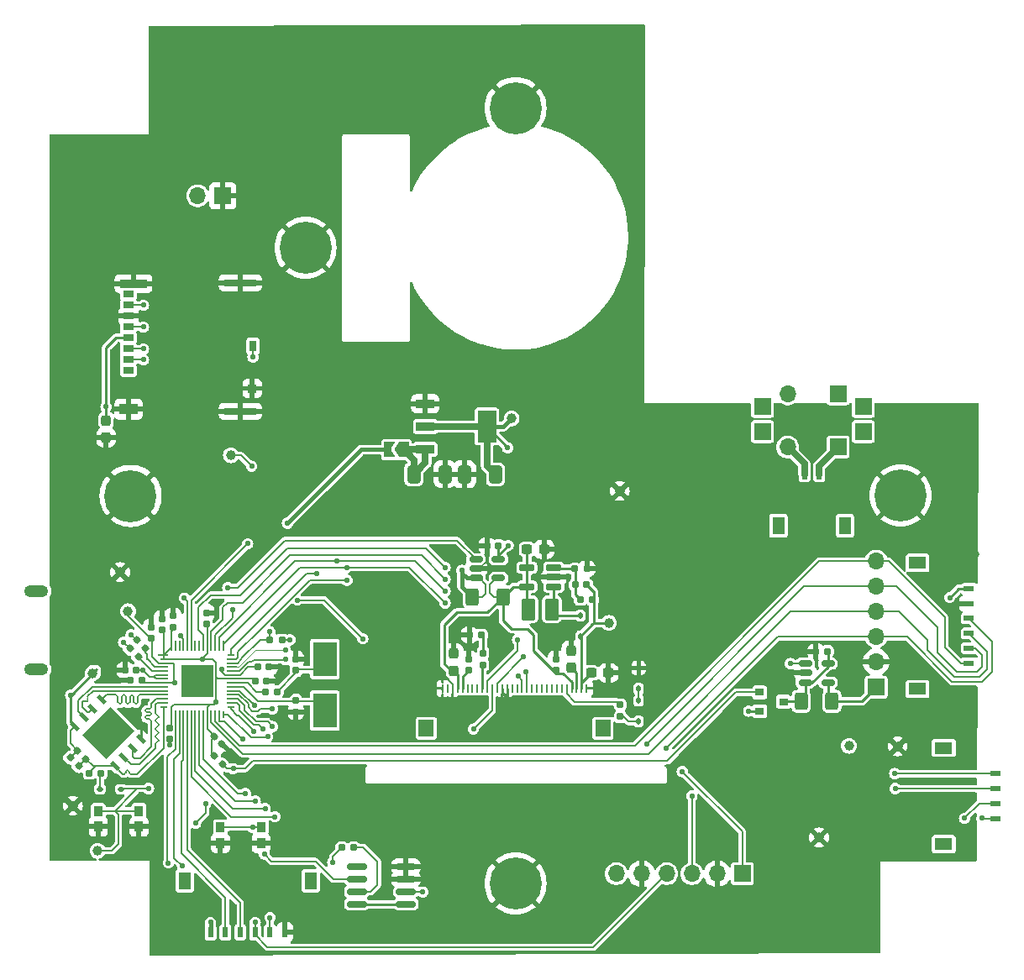
<source format=gbr>
%TF.GenerationSoftware,KiCad,Pcbnew,8.0.4*%
%TF.CreationDate,2024-11-09T01:48:31-05:00*%
%TF.ProjectId,payload_board,7061796c-6f61-4645-9f62-6f6172642e6b,0.7.4*%
%TF.SameCoordinates,Original*%
%TF.FileFunction,Copper,L1,Top*%
%TF.FilePolarity,Positive*%
%FSLAX46Y46*%
G04 Gerber Fmt 4.6, Leading zero omitted, Abs format (unit mm)*
G04 Created by KiCad (PCBNEW 8.0.4) date 2024-11-09 01:48:31*
%MOMM*%
%LPD*%
G01*
G04 APERTURE LIST*
G04 Aperture macros list*
%AMRoundRect*
0 Rectangle with rounded corners*
0 $1 Rounding radius*
0 $2 $3 $4 $5 $6 $7 $8 $9 X,Y pos of 4 corners*
0 Add a 4 corners polygon primitive as box body*
4,1,4,$2,$3,$4,$5,$6,$7,$8,$9,$2,$3,0*
0 Add four circle primitives for the rounded corners*
1,1,$1+$1,$2,$3*
1,1,$1+$1,$4,$5*
1,1,$1+$1,$6,$7*
1,1,$1+$1,$8,$9*
0 Add four rect primitives between the rounded corners*
20,1,$1+$1,$2,$3,$4,$5,0*
20,1,$1+$1,$4,$5,$6,$7,0*
20,1,$1+$1,$6,$7,$8,$9,0*
20,1,$1+$1,$8,$9,$2,$3,0*%
%AMRotRect*
0 Rectangle, with rotation*
0 The origin of the aperture is its center*
0 $1 length*
0 $2 width*
0 $3 Rotation angle, in degrees counterclockwise*
0 Add horizontal line*
21,1,$1,$2,0,0,$3*%
%AMFreePoly0*
4,1,6,1.000000,0.000000,0.500000,-0.750000,-0.500000,-0.750000,-0.500000,0.750000,0.500000,0.750000,1.000000,0.000000,1.000000,0.000000,$1*%
%AMFreePoly1*
4,1,6,0.500000,-0.750000,-0.650000,-0.750000,-0.150000,0.000000,-0.650000,0.750000,0.500000,0.750000,0.500000,-0.750000,0.500000,-0.750000,$1*%
G04 Aperture macros list end*
%TA.AperFunction,SMDPad,CuDef*%
%ADD10RoundRect,0.160000X0.160000X-0.197500X0.160000X0.197500X-0.160000X0.197500X-0.160000X-0.197500X0*%
%TD*%
%TA.AperFunction,SMDPad,CuDef*%
%ADD11RoundRect,0.160000X0.197500X0.160000X-0.197500X0.160000X-0.197500X-0.160000X0.197500X-0.160000X0*%
%TD*%
%TA.AperFunction,SMDPad,CuDef*%
%ADD12RoundRect,0.160000X-0.197500X-0.160000X0.197500X-0.160000X0.197500X0.160000X-0.197500X0.160000X0*%
%TD*%
%TA.AperFunction,SMDPad,CuDef*%
%ADD13RoundRect,0.160000X-0.160000X0.197500X-0.160000X-0.197500X0.160000X-0.197500X0.160000X0.197500X0*%
%TD*%
%TA.AperFunction,SMDPad,CuDef*%
%ADD14RoundRect,0.237500X-0.237500X0.300000X-0.237500X-0.300000X0.237500X-0.300000X0.237500X0.300000X0*%
%TD*%
%TA.AperFunction,SMDPad,CuDef*%
%ADD15RoundRect,0.237500X-0.300000X-0.237500X0.300000X-0.237500X0.300000X0.237500X-0.300000X0.237500X0*%
%TD*%
%TA.AperFunction,SMDPad,CuDef*%
%ADD16RoundRect,0.237500X0.300000X0.237500X-0.300000X0.237500X-0.300000X-0.237500X0.300000X-0.237500X0*%
%TD*%
%TA.AperFunction,SMDPad,CuDef*%
%ADD17RoundRect,0.237500X0.237500X-0.300000X0.237500X0.300000X-0.237500X0.300000X-0.237500X-0.300000X0*%
%TD*%
%TA.AperFunction,SMDPad,CuDef*%
%ADD18C,1.000000*%
%TD*%
%TA.AperFunction,SMDPad,CuDef*%
%ADD19RoundRect,0.155000X0.212500X0.155000X-0.212500X0.155000X-0.212500X-0.155000X0.212500X-0.155000X0*%
%TD*%
%TA.AperFunction,SMDPad,CuDef*%
%ADD20RoundRect,0.112500X-0.112500X0.187500X-0.112500X-0.187500X0.112500X-0.187500X0.112500X0.187500X0*%
%TD*%
%TA.AperFunction,SMDPad,CuDef*%
%ADD21RoundRect,0.155000X-0.212500X-0.155000X0.212500X-0.155000X0.212500X0.155000X-0.212500X0.155000X0*%
%TD*%
%TA.AperFunction,SMDPad,CuDef*%
%ADD22R,0.600000X1.000000*%
%TD*%
%TA.AperFunction,SMDPad,CuDef*%
%ADD23R,1.250000X1.800000*%
%TD*%
%TA.AperFunction,SMDPad,CuDef*%
%ADD24RoundRect,0.250000X0.400000X0.625000X-0.400000X0.625000X-0.400000X-0.625000X0.400000X-0.625000X0*%
%TD*%
%TA.AperFunction,SMDPad,CuDef*%
%ADD25RoundRect,0.155000X-0.155000X0.212500X-0.155000X-0.212500X0.155000X-0.212500X0.155000X0.212500X0*%
%TD*%
%TA.AperFunction,SMDPad,CuDef*%
%ADD26RoundRect,0.150000X-0.512500X-0.150000X0.512500X-0.150000X0.512500X0.150000X-0.512500X0.150000X0*%
%TD*%
%TA.AperFunction,ComponentPad*%
%ADD27C,5.250000*%
%TD*%
%TA.AperFunction,SMDPad,CuDef*%
%ADD28RoundRect,0.160000X0.252791X-0.026517X-0.026517X0.252791X-0.252791X0.026517X0.026517X-0.252791X0*%
%TD*%
%TA.AperFunction,SMDPad,CuDef*%
%ADD29RoundRect,0.155000X0.155000X-0.212500X0.155000X0.212500X-0.155000X0.212500X-0.155000X-0.212500X0*%
%TD*%
%TA.AperFunction,ComponentPad*%
%ADD30R,1.700000X1.700000*%
%TD*%
%TA.AperFunction,ComponentPad*%
%ADD31O,1.700000X1.700000*%
%TD*%
%TA.AperFunction,SMDPad,CuDef*%
%ADD32R,1.000000X0.600000*%
%TD*%
%TA.AperFunction,SMDPad,CuDef*%
%ADD33R,1.800000X1.250000*%
%TD*%
%TA.AperFunction,SMDPad,CuDef*%
%ADD34RoundRect,0.160000X-0.252791X0.026517X0.026517X-0.252791X0.252791X-0.026517X-0.026517X0.252791X0*%
%TD*%
%TA.AperFunction,SMDPad,CuDef*%
%ADD35RoundRect,0.250000X-0.400000X-0.625000X0.400000X-0.625000X0.400000X0.625000X-0.400000X0.625000X0*%
%TD*%
%TA.AperFunction,SMDPad,CuDef*%
%ADD36R,0.177800X1.002800*%
%TD*%
%TA.AperFunction,SMDPad,CuDef*%
%ADD37R,0.188898X1.002800*%
%TD*%
%TA.AperFunction,SMDPad,CuDef*%
%ADD38R,0.177800X0.752800*%
%TD*%
%TA.AperFunction,SMDPad,CuDef*%
%ADD39R,0.752800X0.177800*%
%TD*%
%TA.AperFunction,SMDPad,CuDef*%
%ADD40R,1.002800X0.177800*%
%TD*%
%TA.AperFunction,SMDPad,CuDef*%
%ADD41R,1.002800X0.188900*%
%TD*%
%TA.AperFunction,SMDPad,CuDef*%
%ADD42R,0.752800X0.188900*%
%TD*%
%TA.AperFunction,SMDPad,CuDef*%
%ADD43R,0.188900X1.002800*%
%TD*%
%TA.AperFunction,SMDPad,CuDef*%
%ADD44R,0.752800X0.177796*%
%TD*%
%TA.AperFunction,SMDPad,CuDef*%
%ADD45R,3.200400X3.200400*%
%TD*%
%TA.AperFunction,SMDPad,CuDef*%
%ADD46FreePoly0,180.000000*%
%TD*%
%TA.AperFunction,SMDPad,CuDef*%
%ADD47FreePoly1,180.000000*%
%TD*%
%TA.AperFunction,SMDPad,CuDef*%
%ADD48RoundRect,0.112500X0.112500X-0.187500X0.112500X0.187500X-0.112500X0.187500X-0.112500X-0.187500X0*%
%TD*%
%TA.AperFunction,SMDPad,CuDef*%
%ADD49R,0.900000X0.800000*%
%TD*%
%TA.AperFunction,SMDPad,CuDef*%
%ADD50RoundRect,0.112500X0.362392X-0.203293X-0.203293X0.362392X-0.362392X0.203293X0.203293X-0.362392X0*%
%TD*%
%TA.AperFunction,SMDPad,CuDef*%
%ADD51RotRect,3.400000X4.000000X135.000000*%
%TD*%
%TA.AperFunction,SMDPad,CuDef*%
%ADD52RoundRect,0.250000X0.412500X0.650000X-0.412500X0.650000X-0.412500X-0.650000X0.412500X-0.650000X0*%
%TD*%
%TA.AperFunction,SMDPad,CuDef*%
%ADD53R,1.100000X0.700000*%
%TD*%
%TA.AperFunction,SMDPad,CuDef*%
%ADD54R,0.930000X0.900000*%
%TD*%
%TA.AperFunction,SMDPad,CuDef*%
%ADD55R,0.780000X1.050000*%
%TD*%
%TA.AperFunction,SMDPad,CuDef*%
%ADD56R,1.830000X1.140000*%
%TD*%
%TA.AperFunction,SMDPad,CuDef*%
%ADD57R,2.800000X0.860000*%
%TD*%
%TA.AperFunction,SMDPad,CuDef*%
%ADD58R,3.330000X0.700000*%
%TD*%
%TA.AperFunction,SMDPad,CuDef*%
%ADD59R,1.524000X1.701800*%
%TD*%
%TA.AperFunction,SMDPad,CuDef*%
%ADD60R,0.254000X0.812800*%
%TD*%
%TA.AperFunction,SMDPad,CuDef*%
%ADD61RoundRect,0.112500X0.187500X0.112500X-0.187500X0.112500X-0.187500X-0.112500X0.187500X-0.112500X0*%
%TD*%
%TA.AperFunction,SMDPad,CuDef*%
%ADD62R,2.400000X3.500000*%
%TD*%
%TA.AperFunction,SMDPad,CuDef*%
%ADD63R,1.850000X0.900000*%
%TD*%
%TA.AperFunction,SMDPad,CuDef*%
%ADD64R,1.850000X3.200000*%
%TD*%
%TA.AperFunction,SMDPad,CuDef*%
%ADD65RoundRect,0.150000X0.825000X0.150000X-0.825000X0.150000X-0.825000X-0.150000X0.825000X-0.150000X0*%
%TD*%
%TA.AperFunction,SMDPad,CuDef*%
%ADD66R,0.900000X1.000000*%
%TD*%
%TA.AperFunction,SMDPad,CuDef*%
%ADD67RoundRect,0.155000X-0.259862X0.040659X0.040659X-0.259862X0.259862X-0.040659X-0.040659X0.259862X0*%
%TD*%
%TA.AperFunction,SMDPad,CuDef*%
%ADD68RoundRect,0.162500X0.617500X0.162500X-0.617500X0.162500X-0.617500X-0.162500X0.617500X-0.162500X0*%
%TD*%
%TA.AperFunction,SMDPad,CuDef*%
%ADD69RoundRect,0.250001X-0.462499X-0.849999X0.462499X-0.849999X0.462499X0.849999X-0.462499X0.849999X0*%
%TD*%
%TA.AperFunction,SMDPad,CuDef*%
%ADD70RoundRect,0.250000X-0.412500X-0.650000X0.412500X-0.650000X0.412500X0.650000X-0.412500X0.650000X0*%
%TD*%
%TA.AperFunction,ComponentPad*%
%ADD71O,2.416000X1.208000*%
%TD*%
%TA.AperFunction,ViaPad*%
%ADD72C,0.550000*%
%TD*%
%TA.AperFunction,ViaPad*%
%ADD73C,0.800000*%
%TD*%
%TA.AperFunction,Conductor*%
%ADD74C,0.152400*%
%TD*%
%TA.AperFunction,Conductor*%
%ADD75C,0.293370*%
%TD*%
%TA.AperFunction,Conductor*%
%ADD76C,0.254000*%
%TD*%
%TA.AperFunction,Conductor*%
%ADD77C,0.250000*%
%TD*%
%TA.AperFunction,Conductor*%
%ADD78C,0.200000*%
%TD*%
%TA.AperFunction,Conductor*%
%ADD79C,0.635000*%
%TD*%
%TA.AperFunction,Conductor*%
%ADD80C,0.100000*%
%TD*%
%TA.AperFunction,Conductor*%
%ADD81C,0.381000*%
%TD*%
G04 APERTURE END LIST*
D10*
%TO.P,R19,1*%
%TO.N,Net-(D7-A)*%
X73550000Y-85260000D03*
%TO.P,R19,2*%
%TO.N,Net-(U6-VSL)*%
X73550000Y-84065000D03*
%TD*%
D11*
%TO.P,R17,1*%
%TO.N,+13V*%
X70737500Y-73440000D03*
%TO.P,R17,2*%
%TO.N,Net-(U5-FB)*%
X69542500Y-73440000D03*
%TD*%
D12*
%TO.P,R16,1*%
%TO.N,GND*%
X58342500Y-77000000D03*
%TO.P,R16,2*%
%TO.N,Net-(R15-Pad1)*%
X59537500Y-77000000D03*
%TD*%
D13*
%TO.P,R15,2*%
%TO.N,Net-(U6-IREF)*%
X59730000Y-80035000D03*
%TO.P,R15,1*%
%TO.N,Net-(R15-Pad1)*%
X59730000Y-78840000D03*
%TD*%
D14*
%TO.P,C24,2*%
%TO.N,DIN-*%
X56790000Y-80612500D03*
%TO.P,C24,1*%
%TO.N,GND*%
X56790000Y-78887500D03*
%TD*%
D15*
%TO.P,C19,1*%
%TO.N,DIN-*%
X64147500Y-68380000D03*
%TO.P,C19,2*%
%TO.N,GND*%
X65872500Y-68380000D03*
%TD*%
D14*
%TO.P,C21,1*%
%TO.N,GND*%
X68600000Y-78607500D03*
%TO.P,C21,2*%
%TO.N,Net-(U6-VCOMH)*%
X68600000Y-80332500D03*
%TD*%
D16*
%TO.P,C20,1*%
%TO.N,GND*%
X72342500Y-80840000D03*
%TO.P,C20,2*%
%TO.N,+13V*%
X70617500Y-80840000D03*
%TD*%
D17*
%TO.P,C18,1*%
%TO.N,GND*%
X21720000Y-57102500D03*
%TO.P,C18,2*%
%TO.N,+3.3V*%
X21720000Y-55377500D03*
%TD*%
D18*
%TO.P,TF3V3,1,P$1*%
%TO.N,+3.3V*%
X20380000Y-80870000D03*
%TD*%
D19*
%TO.P,C8,1,1*%
%TO.N,+3.3V*%
X24777500Y-80540000D03*
%TO.P,C8,2,2*%
%TO.N,GND*%
X23642500Y-80540000D03*
%TD*%
D20*
%TO.P,D7,1,C*%
%TO.N,Net-(D5-A)*%
X75400000Y-83650000D03*
%TO.P,D7,2,A*%
%TO.N,Net-(D7-A)*%
X75400000Y-85750000D03*
%TD*%
D21*
%TO.P,C10,1,1*%
%TO.N,+3.3V*%
X36762500Y-81640000D03*
%TO.P,C10,2,2*%
%TO.N,GND*%
X37897500Y-81640000D03*
%TD*%
D22*
%TO.P,J8,1,Pin_1*%
%TO.N,BPWR*%
X92105000Y-60810000D03*
%TO.P,J8,2,Pin_2*%
%TO.N,BGND*%
X93605000Y-60810000D03*
D23*
%TO.P,J8,S1*%
%TO.N,N/C*%
X89500000Y-66000000D03*
%TO.P,J8,S2*%
X96210000Y-66000000D03*
%TD*%
D24*
%TO.P,R13,1,1*%
%TO.N,DIN-*%
X61724400Y-73169796D03*
%TO.P,R13,2,2*%
%TO.N,+3.3V*%
X58624400Y-73169796D03*
%TD*%
D25*
%TO.P,C2,1,1*%
%TO.N,GND*%
X40870000Y-79462500D03*
%TO.P,C2,2,2*%
%TO.N,Net-(C2-Pad2)*%
X40870000Y-80597500D03*
%TD*%
D12*
%TO.P,R7,1,1*%
%TO.N,/QSPI_CS*%
X20027500Y-90975000D03*
%TO.P,R7,2,2*%
%TO.N,Net-(D1-A)*%
X21222500Y-90975000D03*
%TD*%
D26*
%TO.P,U4,1*%
%TO.N,ADC1*%
X92200000Y-79900000D03*
%TO.P,U4,2,GND*%
%TO.N,GND*%
X92200000Y-80850000D03*
%TO.P,U4,3,+*%
%TO.N,Cam_3.3v*%
X92200000Y-81800000D03*
%TO.P,U4,4,-*%
%TO.N,CIN-*%
X94475000Y-81800000D03*
%TO.P,U4,5,V+*%
%TO.N,Cam_3.3v*%
X94475000Y-79900000D03*
%TD*%
D27*
%TO.P,,1,DAT2*%
%TO.N,GND*%
X101782992Y-62956243D03*
%TD*%
D12*
%TO.P,R18,1*%
%TO.N,Net-(U5-FB)*%
X68982500Y-70350000D03*
%TO.P,R18,2*%
%TO.N,GND*%
X70177500Y-70350000D03*
%TD*%
D28*
%TO.P,R5,1*%
%TO.N,Net-(IC1-USB_D-)*%
X25667496Y-78397496D03*
%TO.P,R5,2*%
%TO.N,/D-*%
X24822504Y-77552504D03*
%TD*%
D29*
%TO.P,C7,1,1*%
%TO.N,+3.3V*%
X31850000Y-75907500D03*
%TO.P,C7,2,2*%
%TO.N,GND*%
X31850000Y-74772500D03*
%TD*%
D30*
%TO.P,J2,1,Pin_1*%
%TO.N,CIN-*%
X99340000Y-82270000D03*
D31*
%TO.P,J2,2,Pin_2*%
%TO.N,GND*%
X99340000Y-79730000D03*
%TO.P,J2,3,Pin_3*%
%TO.N,SPI1_SCK_Cam*%
X99340000Y-77190000D03*
%TO.P,J2,4,Pin_4*%
%TO.N,SPI1_MISO_Cam*%
X99340000Y-74650000D03*
%TO.P,J2,5,Pin_5*%
%TO.N,SPI1_MOSI_Cam*%
X99340000Y-72110000D03*
%TO.P,J2,6,Pin_6*%
%TO.N,SPI1_CS_Cam*%
X99340000Y-69570000D03*
%TD*%
D18*
%TO.P,T3V3,1,P$1*%
%TO.N,+3.3V*%
X34300000Y-58900000D03*
%TD*%
D32*
%TO.P,J1,1,Pin_1*%
%TO.N,CIN-*%
X108690000Y-72354999D03*
%TO.P,J1,2,Pin_2*%
%TO.N,GND*%
X108690000Y-73854999D03*
%TO.P,J1,3,Pin_3*%
%TO.N,SPI1_SCK_Cam*%
X108690000Y-75354998D03*
%TO.P,J1,4,Pin_4*%
%TO.N,SPI1_MISO_Cam*%
X108690000Y-76855000D03*
%TO.P,J1,5,Pin_5*%
%TO.N,SPI1_MOSI_Cam*%
X108690000Y-78355000D03*
%TO.P,J1,6,Pin_6*%
%TO.N,SPI1_CS_Cam*%
X108690000Y-79854999D03*
D33*
%TO.P,J1,7*%
%TO.N,N/C*%
X103500000Y-69750000D03*
%TO.P,J1,8*%
X103500000Y-82459998D03*
%TD*%
D34*
%TO.P,R3,1,1*%
%TO.N,+3.3V*%
X18850632Y-88670632D03*
%TO.P,R3,2,2*%
%TO.N,/QSPI_CS*%
X19695624Y-89515624D03*
%TD*%
D30*
%TO.P,J15,1,Pin_1*%
%TO.N,SWCLK*%
X85852000Y-101092000D03*
D31*
%TO.P,J15,2,Pin_2*%
%TO.N,GND*%
X83312000Y-101092000D03*
%TO.P,J15,3*%
%TO.N,SWDIO*%
X80772000Y-101092000D03*
%TO.P,J15,4*%
%TO.N,UART1_TX*%
X78232000Y-101092000D03*
%TO.P,J15,5*%
%TO.N,GND*%
X75692000Y-101092000D03*
%TO.P,J15,6*%
%TO.N,UART1_RX*%
X73152000Y-101092000D03*
%TD*%
D19*
%TO.P,C4,1,1*%
%TO.N,GND*%
X38159500Y-80264000D03*
%TO.P,C4,2,2*%
%TO.N,1.2V*%
X37024500Y-80264000D03*
%TD*%
D35*
%TO.P,R14,1,1*%
%TO.N,Cam_3.3v*%
X91787500Y-83720200D03*
%TO.P,R14,2,2*%
%TO.N,CIN-*%
X94887500Y-83720200D03*
%TD*%
D18*
%TO.P,TCAM3V3,1,P$1*%
%TO.N,Cam_3.3v*%
X96600000Y-88200000D03*
%TD*%
D36*
%TO.P,IC1,1,IOVDD*%
%TO.N,+3.3V*%
X28316400Y-85148600D03*
%TO.P,IC1,2,GPIO0*%
%TO.N,UART1_TX*%
X28716399Y-85148600D03*
%TO.P,IC1,3,GPIO1*%
%TO.N,UART1_RX*%
X29116401Y-85148600D03*
%TO.P,IC1,4,GPIO2*%
%TO.N,Break_SDA*%
X29516400Y-85148600D03*
%TO.P,IC1,5,GPIO3*%
%TO.N,Break_SCL*%
X29916399Y-85148600D03*
D37*
%TO.P,IC1,6,GPIO4*%
%TO.N,I2C1_SDA*%
X30321951Y-85148600D03*
D36*
%TO.P,IC1,7,GPIO5*%
%TO.N,I2C1_SCL*%
X30716400Y-85148600D03*
%TO.P,IC1,8,GPIO6*%
%TO.N,BURN_A*%
X31116400Y-85148600D03*
%TO.P,IC1,9,GPIO7*%
%TO.N,BURN_B*%
X31516399Y-85148600D03*
%TO.P,IC1,10,IOVDD*%
%TO.N,+3.3V*%
X31916401Y-85148600D03*
%TO.P,IC1,11,GPIO8*%
%TO.N,SPI1_MISO_Cam*%
X32316400Y-85148600D03*
%TO.P,IC1,12,GPIO9*%
%TO.N,SPI1_CS_Cam*%
X32716399Y-85148600D03*
%TO.P,IC1,13,GPIO10*%
%TO.N,SPI1_SCK_Cam*%
X33116401Y-85148600D03*
D38*
%TO.P,IC1,14,GPIO11*%
%TO.N,SPI1_MOSI_Cam*%
X33516400Y-85023600D03*
D39*
%TO.P,IC1,15,GPIO12*%
%TO.N,Cam_RST*%
X34290000Y-84250000D03*
D40*
%TO.P,IC1,16,GPIO13*%
%TO.N,/USBBOOT*%
X34415000Y-83850001D03*
%TO.P,IC1,17,GPIO14*%
%TO.N,Disp_DC*%
X34415000Y-83449999D03*
D41*
%TO.P,IC1,18,GPIO15*%
%TO.N,SD_IND*%
X34415000Y-83055550D03*
D40*
%TO.P,IC1,19,TESTEN*%
%TO.N,GND*%
X34415000Y-82650001D03*
%TO.P,IC1,20,XIN*%
%TO.N,Net-(IC1-XIN)*%
X34415000Y-82249999D03*
%TO.P,IC1,21,XOUT*%
%TO.N,Net-(IC1-XOUT)*%
X34415000Y-81850000D03*
D39*
%TO.P,IC1,22,IOVDD*%
%TO.N,+3.3V*%
X34290000Y-81450000D03*
D40*
%TO.P,IC1,23,DVDD*%
%TO.N,1.2V*%
X34415000Y-81050001D03*
%TO.P,IC1,24,SWCLK*%
%TO.N,SWCLK*%
X34415000Y-80649999D03*
%TO.P,IC1,25,SWDIO*%
%TO.N,SWDIO*%
X34415000Y-80250000D03*
%TO.P,IC1,26,/RUN*%
%TO.N,/~{RESET}*%
X34415000Y-79850001D03*
%TO.P,IC1,27,GPIO16*%
%TO.N,SPI0_MISO*%
X34415000Y-79449999D03*
D42*
%TO.P,IC1,28,GPIO17*%
%TO.N,SPI0_CS_SD*%
X34290000Y-79055550D03*
D36*
%TO.P,IC1,29,GPIO18*%
%TO.N,SPI0_SCK*%
X33516400Y-78151400D03*
%TO.P,IC1,30,GPIO19*%
%TO.N,SPI0_MOSI*%
X33116401Y-78151400D03*
%TO.P,IC1,31,GPIO20*%
%TO.N,WDT_WDI*%
X32716399Y-78151400D03*
D43*
%TO.P,IC1,32,GPIO21*%
%TO.N,SPI0_CS_DISP*%
X32321950Y-78151400D03*
D36*
%TO.P,IC1,33,IOVDD*%
%TO.N,+3.3V*%
X31916401Y-78151400D03*
%TO.P,IC1,34,GPIO22*%
%TO.N,Disp_RST*%
X31516399Y-78151400D03*
%TO.P,IC1,35,GPIO23*%
%TO.N,unconnected-(IC1-GPIO23-Pad35)*%
X31116400Y-78151400D03*
%TO.P,IC1,36,GPIO24*%
%TO.N,unconnected-(IC1-GPIO24-Pad36)*%
X30716400Y-78151400D03*
%TO.P,IC1,37,GPIO25*%
%TO.N,Net-(IC1-GPIO25)*%
X30316401Y-78151400D03*
%TO.P,IC1,38,GPIO26/AD0*%
%TO.N,ADC0*%
X29916399Y-78151400D03*
%TO.P,IC1,39,GPIO27/AD1*%
%TO.N,ADC1*%
X29516400Y-78151400D03*
%TO.P,IC1,40,GPIO28/AD2*%
%TO.N,unconnected-(IC1-GPIO28{slash}AD2-Pad40)*%
X29116401Y-78151400D03*
%TO.P,IC1,41,GPIO29/AD3*%
%TO.N,unconnected-(IC1-GPIO29{slash}AD3-Pad41)*%
X28716399Y-78151400D03*
D43*
%TO.P,IC1,42,IOVDD*%
%TO.N,+3.3V*%
X28321950Y-78151400D03*
D40*
%TO.P,IC1,43,ADC_IOVDD*%
X27417800Y-79050000D03*
D39*
%TO.P,IC1,44,VREG_IOVDD*%
X27542800Y-79449999D03*
D40*
%TO.P,IC1,45,VREG_VOUT*%
%TO.N,1.2V*%
X27417800Y-79850001D03*
%TO.P,IC1,46,USB_D-*%
%TO.N,Net-(IC1-USB_D-)*%
X27417800Y-80250000D03*
%TO.P,IC1,47,USB_D+*%
%TO.N,Net-(IC1-USB_D+)*%
X27417800Y-80649999D03*
%TO.P,IC1,48,USB_IOVDD*%
%TO.N,+3.3V*%
X27417800Y-81050001D03*
%TO.P,IC1,49,IOVDD*%
X27417800Y-81450000D03*
%TO.P,IC1,50,DVDD*%
%TO.N,1.2V*%
X27417800Y-81850000D03*
%TO.P,IC1,51,QSPI_SD3*%
%TO.N,/QSPI_DATA[3]*%
X27417800Y-82249999D03*
%TO.P,IC1,52,QSPI_SCLK*%
%TO.N,/QSPI_SCK*%
X27417800Y-82650001D03*
%TO.P,IC1,53,QSPI_SD0*%
%TO.N,/QSPI_DATA[0]*%
X27417800Y-83050000D03*
%TO.P,IC1,54,QSPI_SD2*%
%TO.N,/QSPI_DATA[2]*%
X27417800Y-83449999D03*
%TO.P,IC1,55,QSPI_SD1*%
%TO.N,/QSPI_DATA[1]*%
X27417800Y-83850001D03*
D44*
%TO.P,IC1,56,~{QSPI_CS}*%
%TO.N,/QSPI_CS*%
X27542800Y-84249998D03*
D45*
%TO.P,IC1,57*%
%TO.N,N/C*%
X30916400Y-81650000D03*
%TD*%
D46*
%TO.P,J4,1,A*%
%TO.N,VUR*%
X51722500Y-58340000D03*
D47*
%TO.P,J4,2,B*%
%TO.N,VBUS*%
X50272500Y-58340000D03*
%TD*%
D25*
%TO.P,C23,1*%
%TO.N,GND*%
X67050000Y-79432500D03*
%TO.P,C23,2*%
%TO.N,DIN-*%
X67050000Y-80567500D03*
%TD*%
D30*
%TO.P,J12,1,Pin_1*%
%TO.N,GND*%
X33500000Y-32750000D03*
D31*
%TO.P,J12,2,Pin_2*%
%TO.N,+3.3V*%
X30960000Y-32750000D03*
%TD*%
D19*
%TO.P,C16,1,1*%
%TO.N,+3.3V*%
X61250000Y-68000000D03*
%TO.P,C16,2,2*%
%TO.N,GND*%
X60115000Y-68000000D03*
%TD*%
D18*
%TO.P,T1V2,1,P$1*%
%TO.N,1.2V*%
X23940000Y-74630000D03*
%TD*%
%TO.P,TGND3,1,P$1*%
%TO.N,GND*%
X93580000Y-97440000D03*
%TD*%
%TO.P,TUCS1,1,P$1*%
%TO.N,/USBBOOT*%
X20880000Y-98770000D03*
%TD*%
D48*
%TO.P,D9,1,C*%
%TO.N,+13V*%
X69549999Y-77150000D03*
%TO.P,D9,2,A*%
%TO.N,Net-(D9-A)*%
X69549999Y-75050000D03*
%TD*%
D49*
%TO.P,Q1,1,G*%
%TO.N,Cam_RST*%
X87600000Y-82800000D03*
%TO.P,Q1,2,S*%
%TO.N,+3.3V*%
X87600000Y-84700000D03*
%TO.P,Q1,3,D*%
%TO.N,Cam_3.3v*%
X90000000Y-83750000D03*
%TD*%
D50*
%TO.P,U1,1,SSEL*%
%TO.N,/QSPI_CS*%
X22601229Y-90234520D03*
%TO.P,U1,2,MISO*%
%TO.N,/QSPI_DATA[1]*%
X23499255Y-89336494D03*
%TO.P,U1,3,WP#/IO2*%
%TO.N,/QSPI_DATA[2]*%
X24397280Y-88438469D03*
%TO.P,U1,4,VSS*%
%TO.N,GND*%
X25295306Y-87540443D03*
%TO.P,U1,5,MOSI*%
%TO.N,/QSPI_DATA[0]*%
X21282475Y-83527612D03*
%TO.P,U1,6,SCK*%
%TO.N,/QSPI_SCK*%
X20384449Y-84425638D03*
%TO.P,U1,7,HOLD#/IO3*%
%TO.N,/QSPI_DATA[3]*%
X19486424Y-85323663D03*
%TO.P,U1,8,VCC*%
%TO.N,+3.3V*%
X18588398Y-86221689D03*
D51*
%TO.P,U1,9*%
%TO.N,N/C*%
X21941852Y-86881066D03*
%TD*%
D52*
%TO.P,C13,1,1*%
%TO.N,+3.3V*%
X60970000Y-60830000D03*
%TO.P,C13,2,2*%
%TO.N,GND*%
X57845000Y-60830000D03*
%TD*%
D53*
%TO.P,J10,1,DAT2*%
%TO.N,unconnected-(J10-DAT2-Pad1)*%
X23985000Y-50370000D03*
%TO.P,J10,2,CD/DAT3^2*%
%TO.N,SPI0_CS_SD*%
X23985000Y-49270000D03*
%TO.P,J10,3,CMD*%
%TO.N,SPI0_MOSI*%
X23985000Y-48170000D03*
%TO.P,J10,4,VDD*%
%TO.N,+3.3V*%
X23985000Y-47070000D03*
%TO.P,J10,5,CLK*%
%TO.N,SPI0_SCK*%
X23985000Y-45970000D03*
%TO.P,J10,6,VSS*%
%TO.N,GND*%
X23985000Y-44870000D03*
%TO.P,J10,7,DAT0*%
%TO.N,SPI0_MISO*%
X23985000Y-43770000D03*
%TO.P,J10,8,DAT1*%
%TO.N,unconnected-(J10-DAT1-Pad8)*%
X23985000Y-42670000D03*
D54*
%TO.P,J10,9,VSS__1*%
%TO.N,GND*%
X36450000Y-52160000D03*
D55*
%TO.P,J10,10,DETECT_SWITCH*%
%TO.N,SD_IND*%
X36525000Y-47895000D03*
D56*
%TO.P,J10,P1,SHIELD*%
%TO.N,GND*%
X24000000Y-54250000D03*
D57*
%TO.P,J10,P2,SHIELD__1*%
X24485000Y-41590000D03*
D58*
%TO.P,J10,P3,SHIELD__2*%
X35250000Y-54470000D03*
%TO.P,J10,P4,SHIELD__3*%
X35250000Y-41510000D03*
%TD*%
D59*
%TO.P,U6,31*%
%TO.N,N/C*%
X71802700Y-86413200D03*
%TO.P,U6,32*%
X53997300Y-86413200D03*
D60*
%TO.P,U6,P$1,NC(GND)@2*%
%TO.N,GND*%
X55649999Y-82400000D03*
%TO.P,U6,P$2,NC@3*%
%TO.N,unconnected-(U6-NC@3-PadP$2)*%
X56149998Y-82400000D03*
%TO.P,U6,P$3,VSS*%
%TO.N,GND*%
X56650000Y-82400000D03*
%TO.P,U6,P$4,VCI*%
%TO.N,DIN-*%
X57149999Y-82400000D03*
%TO.P,U6,P$5,VDD*%
%TO.N,Net-(U6-VDD)*%
X57650000Y-82400000D03*
%TO.P,U6,P$6,NC@2*%
%TO.N,unconnected-(U6-NC@2-PadP$6)*%
X58149999Y-82400000D03*
%TO.P,U6,P$7,GPIO0*%
%TO.N,unconnected-(U6-GPIO0-PadP$7)*%
X58649998Y-82400000D03*
%TO.P,U6,P$8,GPIO1*%
%TO.N,unconnected-(U6-GPIO1-PadP$8)*%
X59150000Y-82400000D03*
%TO.P,U6,P$9,IREF*%
%TO.N,Net-(U6-IREF)*%
X59649999Y-82400000D03*
%TO.P,U6,P$10,RES#*%
%TO.N,Disp_RST*%
X60150000Y-82400000D03*
%TO.P,U6,P$11,D/C#*%
%TO.N,Disp_DC*%
X60649999Y-82400000D03*
%TO.P,U6,P$12,CS#*%
%TO.N,SPI0_CS_DISP*%
X61149998Y-82400000D03*
%TO.P,U6,P$13,BS1*%
%TO.N,GND*%
X61650000Y-82400000D03*
%TO.P,U6,P$14,BS0*%
X62149999Y-82400000D03*
%TO.P,U6,P$15,R/W#*%
%TO.N,unconnected-(U6-R{slash}W#-PadP$15)*%
X62649998Y-82400000D03*
%TO.P,U6,P$16,E/RD#*%
%TO.N,unconnected-(U6-E{slash}RD#-PadP$16)*%
X63150000Y-82400000D03*
%TO.P,U6,P$17,D0/SCK*%
%TO.N,SPI0_SCK*%
X63649998Y-82400000D03*
%TO.P,U6,P$18,D1/SDIN*%
%TO.N,SPI0_MOSI*%
X64150000Y-82400000D03*
%TO.P,U6,P$19,D2*%
%TO.N,unconnected-(U6-D2-PadP$19)*%
X64649999Y-82400000D03*
%TO.P,U6,P$20,D3*%
%TO.N,unconnected-(U6-D3-PadP$20)*%
X65149998Y-82400000D03*
%TO.P,U6,P$21,D4*%
%TO.N,unconnected-(U6-D4-PadP$21)*%
X65650000Y-82400000D03*
%TO.P,U6,P$22,D5*%
%TO.N,unconnected-(U6-D5-PadP$22)*%
X66149999Y-82400000D03*
%TO.P,U6,P$23,D6*%
%TO.N,unconnected-(U6-D6-PadP$23)*%
X66650000Y-82400000D03*
%TO.P,U6,P$24,D7*%
%TO.N,unconnected-(U6-D7-PadP$24)*%
X67149999Y-82400000D03*
%TO.P,U6,P$25,NC@1*%
%TO.N,unconnected-(U6-NC@1-PadP$25)*%
X67649998Y-82400000D03*
%TO.P,U6,P$26,VSL*%
%TO.N,Net-(U6-VSL)*%
X68150000Y-82400000D03*
%TO.P,U6,P$27,VDDIO*%
%TO.N,DIN-*%
X68649999Y-82400000D03*
%TO.P,U6,P$28,VCOMH*%
%TO.N,Net-(U6-VCOMH)*%
X69150000Y-82400000D03*
%TO.P,U6,P$29,VCC*%
%TO.N,+13V*%
X69649999Y-82400000D03*
%TO.P,U6,P$30,NC(GND)@1*%
%TO.N,GND*%
X70149998Y-82400000D03*
%TD*%
D61*
%TO.P,D1,1,C*%
%TO.N,/USBBOOT*%
X23210000Y-92560000D03*
%TO.P,D1,2,A*%
%TO.N,Net-(D1-A)*%
X21110000Y-92560000D03*
%TD*%
D26*
%TO.P,U3,1*%
%TO.N,ADC0*%
X59006000Y-69390196D03*
%TO.P,U3,2,GND*%
%TO.N,GND*%
X59006000Y-70340196D03*
%TO.P,U3,3,+*%
%TO.N,+3.3V*%
X59006000Y-71290196D03*
%TO.P,U3,4,-*%
%TO.N,DIN-*%
X61281000Y-71290196D03*
%TO.P,U3,5,V+*%
%TO.N,+3.3V*%
X61281000Y-69390196D03*
%TD*%
D18*
%TO.P,TDGND1,1,P$1*%
%TO.N,GND*%
X73500000Y-62500000D03*
%TD*%
D21*
%TO.P,C5,1,1*%
%TO.N,GND*%
X24182500Y-81580000D03*
%TO.P,C5,2,2*%
%TO.N,1.2V*%
X25317500Y-81580000D03*
%TD*%
D34*
%TO.P,R6,1*%
%TO.N,/D+*%
X24122504Y-78402504D03*
%TO.P,R6,2*%
%TO.N,Net-(IC1-USB_D+)*%
X24967496Y-79247496D03*
%TD*%
D32*
%TO.P,J3,1,Pin_1*%
%TO.N,BURN_B*%
X111340000Y-91010348D03*
%TO.P,J3,2,Pin_2*%
%TO.N,BURN_A*%
X111340000Y-92510348D03*
%TO.P,J3,3,Pin_3*%
%TO.N,I2C1_SDA*%
X111340000Y-94010347D03*
%TO.P,J3,4,Pin_4*%
%TO.N,I2C1_SCL*%
X111340000Y-95510349D03*
D33*
%TO.P,J3,5*%
%TO.N,N/C*%
X106150000Y-88405349D03*
%TO.P,J3,6*%
X106150000Y-98115348D03*
%TD*%
D25*
%TO.P,C14,1,1*%
%TO.N,GND*%
X26300000Y-76212500D03*
%TO.P,C14,2,2*%
%TO.N,1.2V*%
X26300000Y-77347500D03*
%TD*%
D18*
%TO.P,T13V,1,P$1*%
%TO.N,+13V*%
X72400000Y-75800000D03*
%TD*%
D11*
%TO.P,R2,1,1*%
%TO.N,Net-(C2-Pad2)*%
X38967500Y-82730000D03*
%TO.P,R2,2,2*%
%TO.N,Net-(IC1-XOUT)*%
X37772500Y-82730000D03*
%TD*%
D29*
%TO.P,C1,1,1*%
%TO.N,GND*%
X40860000Y-84767500D03*
%TO.P,C1,2,2*%
%TO.N,Net-(IC1-XIN)*%
X40860000Y-83632500D03*
%TD*%
D62*
%TO.P,Y1,1,1*%
%TO.N,Net-(C2-Pad2)*%
X43770000Y-79440000D03*
%TO.P,Y1,2,2*%
%TO.N,Net-(IC1-XIN)*%
X43770000Y-84640000D03*
%TD*%
D29*
%TO.P,C15,1,1*%
%TO.N,+3.3V*%
X28500000Y-76227500D03*
%TO.P,C15,2,2*%
%TO.N,GND*%
X28500000Y-75092500D03*
%TD*%
D63*
%TO.P,IC2,1,ADJ/GND*%
%TO.N,GND*%
X53900000Y-53700000D03*
%TO.P,IC2,2,OUTPUT*%
%TO.N,+3.3V*%
X53900000Y-56000000D03*
%TO.P,IC2,3,INPUT*%
%TO.N,VUR*%
X53900000Y-58300000D03*
D64*
%TO.P,IC2,4,VOUT*%
%TO.N,+3.3V*%
X60100000Y-56000000D03*
%TD*%
D11*
%TO.P,R1,1,1*%
%TO.N,+3.3V*%
X39445000Y-77500000D03*
%TO.P,R1,2,2*%
%TO.N,/~{RESET}*%
X38250000Y-77500000D03*
%TD*%
D27*
%TO.P,,1,Pin_1*%
%TO.N,GND*%
X24195000Y-63000000D03*
%TD*%
D19*
%TO.P,C25,1*%
%TO.N,+13V*%
X70167500Y-71950000D03*
%TO.P,C25,2*%
%TO.N,Net-(U5-FB)*%
X69032500Y-71950000D03*
%TD*%
D18*
%TO.P,TGND1,1,P$1*%
%TO.N,GND*%
X23130000Y-70690000D03*
%TD*%
D65*
%TO.P,U2,1,~{MR}*%
%TO.N,Net-(U2-~{MR})*%
X51945000Y-104170000D03*
%TO.P,U2,2,VCC*%
%TO.N,+3.3V*%
X51945000Y-102900000D03*
%TO.P,U2,3,GND*%
%TO.N,GND*%
X51945000Y-101630000D03*
%TO.P,U2,4,PFI*%
X51945000Y-100360000D03*
%TO.P,U2,5,~{PFO}*%
%TO.N,unconnected-(U2-~{PFO}-Pad5)*%
X46995000Y-100360000D03*
%TO.P,U2,6,~{WDI}*%
%TO.N,WDT_WDI*%
X46995000Y-101630000D03*
%TO.P,U2,7,~{RESET}*%
%TO.N,Net-(U2-~{RESET})*%
X46995000Y-102900000D03*
%TO.P,U2,8,~{WDO}*%
%TO.N,Net-(U2-~{MR})*%
X46995000Y-104170000D03*
%TD*%
D66*
%TO.P,SW2,1,P*%
%TO.N,/~{RESET}*%
X33250000Y-96400000D03*
X37350000Y-96400000D03*
%TO.P,SW2,2,S1*%
%TO.N,GND*%
X33250000Y-98000000D03*
X37350000Y-98000000D03*
%TD*%
D12*
%TO.P,R9,1*%
%TO.N,/~{RESET}*%
X45492500Y-98460000D03*
%TO.P,R9,2*%
%TO.N,Net-(U2-~{RESET})*%
X46687500Y-98460000D03*
%TD*%
D67*
%TO.P,C11,1,1*%
%TO.N,+3.3V*%
X32618717Y-87228717D03*
%TO.P,C11,2,2*%
%TO.N,GND*%
X33421283Y-88031283D03*
%TD*%
D18*
%TO.P,TCGND1,1,P$1*%
%TO.N,GND*%
X101500000Y-88250000D03*
%TD*%
D21*
%TO.P,C17,1,1*%
%TO.N,GND*%
X93280000Y-78666000D03*
%TO.P,C17,2,2*%
%TO.N,Cam_3.3v*%
X94415000Y-78666000D03*
%TD*%
D25*
%TO.P,C6,1,1*%
%TO.N,GND*%
X27340000Y-75362500D03*
%TO.P,C6,2,2*%
%TO.N,+3.3V*%
X27340000Y-76497500D03*
%TD*%
D27*
%TO.P,J2,1,VTref*%
%TO.N,GND*%
X62988996Y-102081941D03*
%TD*%
D22*
%TO.P,J6,1,Pin_1*%
%TO.N,GND*%
X39750000Y-107000000D03*
%TO.P,J6,2,Pin_2*%
%TO.N,UART1_RX*%
X38250000Y-107000000D03*
%TO.P,J6,3,Pin_3*%
%TO.N,UART1_TX*%
X36750001Y-107000000D03*
%TO.P,J6,4,Pin_4*%
%TO.N,Break_SCL*%
X35249999Y-107000000D03*
%TO.P,J6,5,Pin_5*%
%TO.N,Break_SDA*%
X33749999Y-107000000D03*
%TO.P,J6,6,Pin_6*%
%TO.N,+3.3V*%
X32250000Y-107000000D03*
D23*
%TO.P,J6,7*%
%TO.N,N/C*%
X42354999Y-101810000D03*
%TO.P,J6,8*%
X29645001Y-101810000D03*
%TD*%
D25*
%TO.P,C9,1,1*%
%TO.N,+3.3V*%
X28125000Y-86382500D03*
%TO.P,C9,2,2*%
%TO.N,GND*%
X28125000Y-87517500D03*
%TD*%
%TO.P,C22,2*%
%TO.N,Net-(U6-VDD)*%
X58300000Y-80567500D03*
%TO.P,C22,1*%
%TO.N,GND*%
X58300000Y-79432500D03*
%TD*%
D18*
%TO.P,TFGND1,1,P$1*%
%TO.N,GND*%
X18370000Y-94240000D03*
%TD*%
D20*
%TO.P,D5,1,C*%
%TO.N,GND*%
X75400000Y-80350000D03*
%TO.P,D5,2,A*%
%TO.N,Net-(D5-A)*%
X75400000Y-82450000D03*
%TD*%
D68*
%TO.P,U5,1,SW*%
%TO.N,Net-(D9-A)*%
X66849999Y-72150000D03*
%TO.P,U5,2,GND*%
%TO.N,GND*%
X66849999Y-71200000D03*
%TO.P,U5,3,FB*%
%TO.N,Net-(U5-FB)*%
X66849999Y-70250000D03*
%TO.P,U5,4,~SHDN*%
%TO.N,DIN-*%
X64149999Y-70250000D03*
%TO.P,U5,5,VIN*%
X64149999Y-72150000D03*
%TD*%
D69*
%TO.P,L1,1,1*%
%TO.N,DIN-*%
X64316999Y-74448000D03*
%TO.P,L1,2,2*%
%TO.N,Net-(D9-A)*%
X66641999Y-74448000D03*
%TD*%
D18*
%TO.P,TREG3V3,1,P$1*%
%TO.N,+3.3V*%
X62597500Y-55182500D03*
%TD*%
D28*
%TO.P,R4,1,1*%
%TO.N,/QSPI_CS*%
X18950000Y-90240000D03*
%TO.P,R4,2,2*%
%TO.N,+3.3V*%
X18105008Y-89395008D03*
%TD*%
D66*
%TO.P,SW1,1,P1*%
%TO.N,/USBBOOT*%
X20940000Y-94750000D03*
X25040000Y-94750000D03*
%TO.P,SW1,2,S*%
%TO.N,GND*%
X20940000Y-96350000D03*
X25040000Y-96350000D03*
%TD*%
D28*
%TO.P,R8,1,1*%
%TO.N,Cam_RST*%
X33442496Y-90084496D03*
%TO.P,R8,2,2*%
%TO.N,+3.3V*%
X32597504Y-89239504D03*
%TD*%
D70*
%TO.P,C12,1,1*%
%TO.N,VUR*%
X52755000Y-60810000D03*
%TO.P,C12,2,2*%
%TO.N,GND*%
X55880000Y-60810000D03*
%TD*%
D30*
%TO.P,J_Burn,1*%
%TO.N,BGND*%
X95495000Y-58080000D03*
X98035000Y-56520000D03*
X98035000Y-53980000D03*
X95495000Y-52710000D03*
D31*
%TO.P,J_Burn,2*%
%TO.N,BPWR*%
X90415000Y-58080000D03*
D30*
X87875000Y-56520000D03*
X87875000Y-53980000D03*
D31*
X90415000Y-52710000D03*
%TD*%
D27*
%TO.P,,1,In*%
%TO.N,GND*%
X41822243Y-37976859D03*
%TD*%
D71*
%TO.P,J7,SH1*%
%TO.N,N/C*%
X14700000Y-80467500D03*
%TO.P,J7,SH6*%
X14700000Y-72567500D03*
%TD*%
D27*
%TO.P,J5,1,Pin_1*%
%TO.N,GND*%
X62988996Y-23896243D03*
%TD*%
D72*
%TO.N,GND*%
X19280000Y-96560000D03*
X39250000Y-81250000D03*
X39750000Y-85000000D03*
X25460000Y-98880000D03*
X28150000Y-88140000D03*
X33750000Y-89000000D03*
X36670000Y-84150000D03*
X32750000Y-74750000D03*
X24830000Y-85470000D03*
X40900000Y-82200000D03*
D73*
X109290000Y-68880000D03*
D72*
X56750000Y-77750000D03*
%TO.N,1.2V*%
X33390000Y-80518000D03*
X28610000Y-81840000D03*
%TO.N,I2C1_SDA*%
X38750000Y-95342900D03*
X108250000Y-95500000D03*
%TO.N,I2C1_SCL*%
X37750000Y-94500000D03*
X110000000Y-95500000D03*
%TO.N,SPI0_CS_DISP*%
X63800000Y-79200000D03*
X55900000Y-71400000D03*
%TO.N,Cam_RST*%
X34544000Y-90500000D03*
X36561699Y-86708301D03*
%TO.N,SPI1_SCK_Cam*%
X35500000Y-87500000D03*
X78200000Y-88400000D03*
%TO.N,SPI1_MOSI_Cam*%
X38000000Y-87250000D03*
X76200000Y-88000000D03*
%TO.N,Disp_RST*%
X55900000Y-70200000D03*
X63200000Y-77500000D03*
%TO.N,/USBBOOT*%
X26000000Y-92500000D03*
X31750000Y-94000000D03*
X30750000Y-96000000D03*
X37500000Y-86500000D03*
%TO.N,Disp_DC*%
X38500000Y-86250000D03*
X58750000Y-86500000D03*
%TO.N,SWCLK*%
X39800000Y-79500000D03*
X79800000Y-90800000D03*
%TO.N,SWDIO*%
X39800000Y-78540000D03*
X80772000Y-93250000D03*
%TO.N,/~{RESET}*%
X36500000Y-96400000D03*
X38250000Y-76700000D03*
X44570000Y-99970000D03*
%TO.N,SPI0_MISO*%
X25500000Y-43770000D03*
X46000000Y-71500000D03*
%TO.N,SPI0_CS_SD*%
X42950000Y-70800000D03*
X25500000Y-49270000D03*
%TO.N,SPI0_SCK*%
X55900000Y-73800000D03*
X63300000Y-81200000D03*
X25500000Y-45970000D03*
X46000000Y-70200000D03*
%TO.N,SPI0_MOSI*%
X45000000Y-69600000D03*
X55900000Y-72600000D03*
X64000000Y-80750000D03*
X25500000Y-48170000D03*
%TO.N,WDT_WDI*%
X37661960Y-99098040D03*
X34500000Y-74500000D03*
%TO.N,ADC0*%
X34000000Y-72250000D03*
X29610000Y-73290000D03*
%TO.N,ADC1*%
X47600000Y-77400000D03*
X29260000Y-77130000D03*
X90700000Y-79900000D03*
X41000000Y-73500000D03*
%TO.N,+3.3V*%
X31430000Y-79440000D03*
X32250000Y-106000000D03*
X40250000Y-77500000D03*
X32766000Y-83820000D03*
X62250000Y-68000000D03*
X62187500Y-58140000D03*
X53661000Y-102922000D03*
X86500000Y-84700000D03*
X21720000Y-54010000D03*
X57600000Y-70500000D03*
X25460000Y-80570000D03*
X36400000Y-60000000D03*
X18150000Y-83090000D03*
%TO.N,SD_IND*%
X38500000Y-84500000D03*
X36525000Y-49000000D03*
%TO.N,VBUS*%
X40000000Y-65750000D03*
%TO.N,/D-*%
X24250000Y-77000000D03*
%TO.N,/D+*%
X23500000Y-77750000D03*
%TO.N,UART1_TX*%
X28000000Y-100000000D03*
X36750000Y-106000000D03*
%TO.N,UART1_RX*%
X38250000Y-105500000D03*
X29425000Y-100325000D03*
%TO.N,Net-(IC1-GPIO25)*%
X36000000Y-67812802D03*
%TO.N,CIN-*%
X106750000Y-73250000D03*
%TO.N,BURN_A*%
X36750000Y-93750000D03*
X101250000Y-92500000D03*
%TO.N,BURN_B*%
X35750000Y-93000000D03*
X101220000Y-90990000D03*
%TD*%
D74*
%TO.N,Net-(D7-A)*%
X74380000Y-85750000D02*
X75300000Y-85750000D01*
X73890000Y-85260000D02*
X74380000Y-85750000D01*
X73550000Y-85260000D02*
X73890000Y-85260000D01*
%TO.N,Net-(U6-VSL)*%
X68150000Y-82966801D02*
X68150000Y-82400000D01*
X68933199Y-83750000D02*
X68150000Y-82966801D01*
X73235000Y-83750000D02*
X68933199Y-83750000D01*
X73550000Y-84065000D02*
X73235000Y-83750000D01*
D75*
%TO.N,Net-(U5-FB)*%
X69024999Y-72922499D02*
X69542500Y-73440000D01*
X66949999Y-70350000D02*
X69024999Y-70350000D01*
X66849999Y-70250000D02*
X66949999Y-70350000D01*
X69024999Y-70350000D02*
X69024999Y-72922499D01*
D76*
%TO.N,Net-(U6-IREF)*%
X59730000Y-80035000D02*
X59800000Y-80105000D01*
X59649999Y-80115001D02*
X59730000Y-80035000D01*
X59649999Y-82400000D02*
X59649999Y-80115001D01*
%TO.N,DIN-*%
X56800000Y-80612500D02*
X56482500Y-80612500D01*
X56482500Y-80612500D02*
X55800000Y-79930000D01*
X57149999Y-80962499D02*
X56800000Y-80612500D01*
X57149999Y-82400000D02*
X57149999Y-80962499D01*
X57050000Y-74750000D02*
X60144196Y-74750000D01*
X55800000Y-76000000D02*
X57050000Y-74750000D01*
X55800000Y-79930000D02*
X55800000Y-76000000D01*
X60144196Y-74750000D02*
X61724400Y-73169796D01*
D75*
X64147500Y-68510001D02*
X64187499Y-68550000D01*
X64147500Y-68380000D02*
X64147500Y-68510001D01*
X64149999Y-70250000D02*
X64149999Y-68382499D01*
X64149999Y-68382499D02*
X64147500Y-68380000D01*
D76*
%TO.N,+13V*%
X69649999Y-81807501D02*
X69649999Y-82400000D01*
X70617500Y-80840000D02*
X69649999Y-81807501D01*
X70617500Y-80982500D02*
X70617500Y-80840000D01*
X70600000Y-81000000D02*
X70617500Y-80982500D01*
D77*
%TO.N,GND*%
X62149999Y-83349999D02*
X62300000Y-83500000D01*
D74*
X56650000Y-82400000D02*
X56650000Y-81969628D01*
X36670000Y-84116498D02*
X35203503Y-82650001D01*
D76*
X25295306Y-87540443D02*
X25295306Y-85945306D01*
D77*
X61650000Y-82850000D02*
X62300000Y-83500000D01*
D74*
X56180372Y-81500000D02*
X55800000Y-81500000D01*
D77*
X62300000Y-83500000D02*
X62550000Y-83750000D01*
D76*
X24830000Y-85470000D02*
X24820000Y-85470000D01*
X25295306Y-85945306D02*
X24830000Y-85480000D01*
D77*
X62149999Y-82400000D02*
X62149999Y-83349999D01*
D74*
X56650000Y-81969628D02*
X56180372Y-81500000D01*
X59006000Y-70340196D02*
X59311958Y-70340196D01*
X36670000Y-84150000D02*
X36670000Y-84116498D01*
D77*
X61650000Y-82400000D02*
X61650000Y-82850000D01*
D74*
X60115000Y-69537154D02*
X60115000Y-68000000D01*
X35203503Y-82650001D02*
X34320000Y-82650001D01*
X59311958Y-70340196D02*
X60115000Y-69537154D01*
D76*
X24820000Y-85470000D02*
X24825000Y-85475000D01*
X24830000Y-85480000D02*
X24830000Y-85470000D01*
D74*
%TO.N,Net-(IC1-XIN)*%
X40860000Y-83720000D02*
X42850000Y-83720000D01*
X36877950Y-83542050D02*
X35585899Y-82249999D01*
X35585899Y-82249999D02*
X34320000Y-82249999D01*
X37055900Y-83720000D02*
X36877950Y-83542050D01*
X40860000Y-83720000D02*
X37055900Y-83720000D01*
X42850000Y-83720000D02*
X43770000Y-84640000D01*
%TO.N,Net-(C2-Pad2)*%
X42700000Y-80510000D02*
X43770000Y-79440000D01*
X40870000Y-80510000D02*
X42700000Y-80510000D01*
X40870000Y-80827500D02*
X38967500Y-82730000D01*
X40870000Y-80510000D02*
X40870000Y-80827500D01*
%TO.N,1.2V*%
X36044934Y-80264000D02*
X35258933Y-81050001D01*
X25587500Y-81850000D02*
X25317500Y-81580000D01*
X27512800Y-79850001D02*
X28470001Y-79850001D01*
X28610000Y-81840000D02*
X28610000Y-81690000D01*
D78*
X26373922Y-77421422D02*
X26300000Y-77347500D01*
X27512800Y-79850001D02*
X26995001Y-79850001D01*
D74*
X28470001Y-79850001D02*
X28580000Y-79960000D01*
X26320000Y-77480000D02*
X23940000Y-75100000D01*
X33325000Y-80518000D02*
X33325000Y-80683699D01*
X33390000Y-80748699D02*
X33390000Y-80518000D01*
X28610000Y-81690000D02*
X28580000Y-81660000D01*
D78*
X26995001Y-79850001D02*
X26373922Y-79228922D01*
X26373922Y-79228922D02*
X26373922Y-77421422D01*
D74*
X28280000Y-81840000D02*
X28270000Y-81850000D01*
X28270000Y-81850000D02*
X25587500Y-81850000D01*
X37024500Y-80264000D02*
X36044934Y-80264000D01*
X28580000Y-79960000D02*
X28580000Y-81660000D01*
X28610000Y-81840000D02*
X28280000Y-81840000D01*
X28390000Y-81850000D02*
X28270000Y-81850000D01*
X23940000Y-75100000D02*
X23940000Y-74630000D01*
X33691302Y-81050001D02*
X34415000Y-81050001D01*
X35258933Y-81050001D02*
X34320000Y-81050001D01*
X33691302Y-81050001D02*
X33390000Y-80748699D01*
D79*
%TO.N,VUR*%
X53900000Y-58300000D02*
X53900000Y-59665000D01*
X52755000Y-59372500D02*
X51722500Y-58340000D01*
X53900000Y-59665000D02*
X52755000Y-60810000D01*
X53900000Y-58300000D02*
X51762500Y-58300000D01*
X51762500Y-58300000D02*
X51722500Y-58340000D01*
X52755000Y-60810000D02*
X52755000Y-59372500D01*
D74*
%TO.N,Break_SDA*%
X33508200Y-103241800D02*
X33749999Y-103483599D01*
X33508200Y-103241800D02*
X29300000Y-99033600D01*
X29516400Y-89600000D02*
X29516400Y-85053600D01*
X29300000Y-89816400D02*
X29516400Y-89600000D01*
X29300000Y-99033600D02*
X29300000Y-89816400D01*
X33749999Y-103483599D02*
X33749999Y-107000000D01*
%TO.N,Break_SCL*%
X35249999Y-104046079D02*
X35249999Y-107000000D01*
X33851960Y-102648040D02*
X35249999Y-104046079D01*
X29916399Y-85053600D02*
X29916399Y-98712479D01*
X29916399Y-98712479D02*
X33851960Y-102648040D01*
%TO.N,I2C1_SDA*%
X111340000Y-94010347D02*
X109739653Y-94010347D01*
X30316401Y-91316401D02*
X34342900Y-95342900D01*
X34342900Y-95342900D02*
X38750000Y-95342900D01*
X30316401Y-85053600D02*
X30316401Y-91316401D01*
X109739653Y-94010347D02*
X108250000Y-95500000D01*
%TO.N,I2C1_SCL*%
X30716400Y-85053600D02*
X30716400Y-90716400D01*
X30716400Y-90716400D02*
X34500000Y-94500000D01*
X111340000Y-95510349D02*
X110010349Y-95510349D01*
X34500000Y-94500000D02*
X37750000Y-94500000D01*
X110010349Y-95510349D02*
X110000000Y-95500000D01*
%TO.N,SPI0_CS_DISP*%
X32316400Y-78246400D02*
X32316400Y-76642839D01*
X33500000Y-75459239D02*
X33500000Y-74250000D01*
X53500000Y-69000000D02*
X55900000Y-71400000D01*
X52900000Y-69000000D02*
X53500000Y-69000000D01*
X61149998Y-81900002D02*
X63800000Y-79250000D01*
X35500000Y-73750000D02*
X40250000Y-69000000D01*
X40250000Y-69000000D02*
X52900000Y-69000000D01*
X61149998Y-82400000D02*
X61149998Y-81900002D01*
X32316400Y-76642839D02*
X33500000Y-75459239D01*
X34000000Y-73750000D02*
X35500000Y-73750000D01*
X33500000Y-74250000D02*
X34000000Y-73750000D01*
X63800000Y-79250000D02*
X63800000Y-79200000D01*
%TO.N,Cam_RST*%
X33858000Y-90500000D02*
X33442496Y-90084496D01*
X35720000Y-90500000D02*
X36510000Y-89710000D01*
X36561699Y-86708301D02*
X36561699Y-86631699D01*
X35041700Y-85111700D02*
X34945620Y-85111700D01*
X36561699Y-86631699D02*
X35041700Y-85111700D01*
X78290000Y-89710000D02*
X85200000Y-82800000D01*
X34945620Y-85111700D02*
X34320000Y-84486080D01*
X34320000Y-84486080D02*
X34320000Y-84250000D01*
X85200000Y-82800000D02*
X87600000Y-82800000D01*
X36510000Y-89710000D02*
X78290000Y-89710000D01*
X34544000Y-90500000D02*
X33858000Y-90500000D01*
X34544000Y-90500000D02*
X35720000Y-90500000D01*
%TO.N,SPI1_MISO_Cam*%
X107250000Y-81250000D02*
X109750000Y-81250000D01*
X35464232Y-89000000D02*
X76400000Y-89000000D01*
X34832116Y-88367884D02*
X35464232Y-89000000D01*
X32316400Y-85053600D02*
X32316400Y-85852168D01*
X32316400Y-85852168D02*
X34832116Y-88367884D01*
X104500000Y-77500000D02*
X104500000Y-78500000D01*
X76400000Y-89000000D02*
X90724000Y-74676000D01*
X110500000Y-80500000D02*
X110500000Y-78665000D01*
X110500000Y-78665000D02*
X108690000Y-76855000D01*
X109750000Y-81250000D02*
X110500000Y-80500000D01*
X104500000Y-78500000D02*
X107250000Y-81250000D01*
X101650000Y-74650000D02*
X104500000Y-77500000D01*
X99340000Y-74650000D02*
X101650000Y-74650000D01*
X90724000Y-74676000D02*
X99314000Y-74676000D01*
%TO.N,SPI1_CS_Cam*%
X75000000Y-88200000D02*
X93604000Y-69596000D01*
X93604000Y-69596000D02*
X95000000Y-69596000D01*
X100570000Y-69570000D02*
X106250000Y-75250000D01*
X32716399Y-85053600D02*
X32716399Y-85767233D01*
X34974583Y-88025417D02*
X35069166Y-88120000D01*
X95000000Y-69596000D02*
X99314000Y-69596000D01*
X106250000Y-75250000D02*
X106250000Y-78250000D01*
X34974583Y-88025417D02*
X35149166Y-88200000D01*
X99340000Y-69570000D02*
X100570000Y-69570000D01*
X32716399Y-85767233D02*
X34974583Y-88025417D01*
X35149166Y-88200000D02*
X75000000Y-88200000D01*
X107854999Y-79854999D02*
X108690000Y-79854999D01*
X106250000Y-78250000D02*
X107854999Y-79854999D01*
%TO.N,SPI1_SCK_Cam*%
X111000000Y-77664998D02*
X108690000Y-75354998D01*
X33116401Y-85682301D02*
X33160800Y-85726700D01*
X89410000Y-77190000D02*
X85800000Y-80800000D01*
X107000000Y-81750000D02*
X110000000Y-81750000D01*
X85800000Y-80800000D02*
X78200000Y-88400000D01*
X33116401Y-85148600D02*
X33116401Y-85682301D01*
X91200000Y-77190000D02*
X89410000Y-77190000D01*
X102440000Y-77190000D02*
X107000000Y-81750000D01*
X35430000Y-87500000D02*
X35500000Y-87500000D01*
X110000000Y-81750000D02*
X111000000Y-80750000D01*
X33160800Y-85726700D02*
X33656700Y-85726700D01*
X99340000Y-77190000D02*
X102440000Y-77190000D01*
X33656700Y-85726700D02*
X34215000Y-86285000D01*
X91200000Y-77190000D02*
X99340000Y-77190000D01*
X34215000Y-86285000D02*
X35430000Y-87500000D01*
X111000000Y-80750000D02*
X111000000Y-77664998D01*
%TO.N,SPI1_MOSI_Cam*%
X37880000Y-87370000D02*
X36316000Y-87370000D01*
X92064000Y-72136000D02*
X92400000Y-72136000D01*
X38000000Y-87250000D02*
X37880000Y-87370000D01*
X109500000Y-80750000D02*
X110000000Y-80250000D01*
X99340000Y-72110000D02*
X101360000Y-72110000D01*
X110000000Y-80250000D02*
X110000000Y-79000000D01*
X109355000Y-78355000D02*
X108690000Y-78355000D01*
X33999600Y-85053600D02*
X33516400Y-85053600D01*
X36316000Y-87370000D02*
X33999600Y-85053600D01*
X76200000Y-88000000D02*
X92064000Y-72136000D01*
X107500000Y-80750000D02*
X109500000Y-80750000D01*
X105500000Y-76250000D02*
X105500000Y-78750000D01*
X105500000Y-78750000D02*
X107500000Y-80750000D01*
X101360000Y-72110000D02*
X105500000Y-76250000D01*
X110000000Y-79000000D02*
X109355000Y-78355000D01*
X92400000Y-72136000D02*
X99314000Y-72136000D01*
%TO.N,Disp_RST*%
X40000000Y-68250000D02*
X52800000Y-68250000D01*
X32250000Y-73000000D02*
X35250000Y-73000000D01*
X60150000Y-81650000D02*
X62850000Y-78950000D01*
X31000000Y-76500000D02*
X31000000Y-74250000D01*
X53950000Y-68250000D02*
X55900000Y-70200000D01*
X31516399Y-78151400D02*
X31516399Y-77016399D01*
X35250000Y-73000000D02*
X40000000Y-68250000D01*
X63200000Y-78600000D02*
X63200000Y-77500000D01*
X52800000Y-68250000D02*
X53950000Y-68250000D01*
X62850000Y-78950000D02*
X63200000Y-78600000D01*
X60150000Y-82400000D02*
X60150000Y-81650000D01*
X31000000Y-74250000D02*
X32250000Y-73000000D01*
X31516399Y-77016399D02*
X31000000Y-76500000D01*
%TO.N,/USBBOOT*%
X31750000Y-94000000D02*
X31750000Y-95000000D01*
X25250000Y-92500000D02*
X26000000Y-92500000D01*
X37092900Y-86092900D02*
X37500000Y-86500000D01*
X22300000Y-98770000D02*
X22970000Y-98100000D01*
X36592900Y-86092900D02*
X37092900Y-86092900D01*
X20880000Y-98770000D02*
X22300000Y-98770000D01*
X31750000Y-95000000D02*
X30750000Y-96000000D01*
X22470000Y-94750000D02*
X20940000Y-94750000D01*
X22970000Y-95122000D02*
X22598000Y-94750000D01*
X35170000Y-84570000D02*
X35170000Y-84670000D01*
X35180000Y-84081300D02*
X35170000Y-84570000D01*
X22970000Y-98100000D02*
X22970000Y-95122000D01*
X34948701Y-83850001D02*
X35180000Y-84081300D01*
X24299000Y-93049000D02*
X24848000Y-92500000D01*
X24750000Y-92500000D02*
X25250000Y-92500000D01*
X35170000Y-84670000D02*
X36592900Y-86092900D01*
X24750000Y-92500000D02*
X23400000Y-92500000D01*
X34320000Y-83850001D02*
X34948701Y-83850001D01*
X25040000Y-94750000D02*
X22470000Y-94750000D01*
X24848000Y-92500000D02*
X24750000Y-92500000D01*
X24299000Y-93049000D02*
X22598000Y-94750000D01*
X22598000Y-94750000D02*
X22470000Y-94750000D01*
X24848000Y-92500000D02*
X25250000Y-92500000D01*
%TO.N,Disp_DC*%
X38000000Y-85750000D02*
X38500000Y-86250000D01*
X36840000Y-85750000D02*
X38000000Y-85750000D01*
X35711700Y-84621700D02*
X36840000Y-85750000D01*
X34320000Y-83449999D02*
X35033633Y-83449999D01*
X35033633Y-83449999D02*
X35711700Y-84128066D01*
X60649999Y-84600001D02*
X58750000Y-86500000D01*
X35711700Y-84128066D02*
X35711700Y-84621700D01*
X60649999Y-82400000D02*
X60649999Y-84600001D01*
%TO.N,Net-(IC1-XOUT)*%
X34415000Y-81850000D02*
X36004330Y-81850000D01*
X36884330Y-82730000D02*
X37772500Y-82730000D01*
X36004330Y-81850000D02*
X36884330Y-82730000D01*
%TO.N,SWCLK*%
X85852000Y-97028000D02*
X85852000Y-101092000D01*
X36361744Y-79756000D02*
X36068000Y-79756000D01*
X36068000Y-79756000D02*
X35174001Y-80649999D01*
X35174001Y-80649999D02*
X34415000Y-80649999D01*
X36508872Y-79608872D02*
X36361744Y-79756000D01*
X85852000Y-97028000D02*
X85852000Y-96852000D01*
X36608872Y-79508872D02*
X39791128Y-79508872D01*
X85852000Y-96852000D02*
X79800000Y-90800000D01*
X36508872Y-79608872D02*
X36608872Y-79508872D01*
X39791128Y-79508872D02*
X39800000Y-79500000D01*
D80*
%TO.N,SWDIO*%
X36747882Y-78540000D02*
X39800000Y-78540000D01*
X36493941Y-78793941D02*
X36747882Y-78540000D01*
X36740000Y-78547883D02*
X36493941Y-78793941D01*
X36493941Y-78793941D02*
X35037883Y-80250000D01*
D74*
X80772000Y-93250000D02*
X80772000Y-101092000D01*
D80*
X35037883Y-80250000D02*
X34320000Y-80250000D01*
D74*
%TO.N,/~{RESET}*%
X37250000Y-77500000D02*
X38250000Y-77500000D01*
X33250000Y-96400000D02*
X36500000Y-96400000D01*
X35352900Y-79487101D02*
X35352900Y-79397100D01*
X36500000Y-96400000D02*
X37350000Y-96400000D01*
X34320000Y-79850001D02*
X34990000Y-79850001D01*
X34990000Y-79850001D02*
X35352900Y-79487101D01*
X38250000Y-76700000D02*
X38250000Y-77500000D01*
X44570000Y-99382500D02*
X45492500Y-98460000D01*
X44570000Y-99970000D02*
X44570000Y-99382500D01*
X35352900Y-79397100D02*
X37250000Y-77500000D01*
%TO.N,SPI0_MISO*%
X34860001Y-79449999D02*
X35010000Y-79300000D01*
X42233920Y-71500000D02*
X45500000Y-71500000D01*
X37250000Y-76483920D02*
X42233920Y-71500000D01*
X35010000Y-79300000D02*
X35010000Y-78740000D01*
X34320000Y-79449999D02*
X34860001Y-79449999D01*
X35010000Y-78740000D02*
X37250000Y-76500000D01*
X45500000Y-71500000D02*
X46000000Y-71500000D01*
X37250000Y-76500000D02*
X37250000Y-76483920D01*
X25500000Y-43770000D02*
X23985000Y-43770000D01*
%TO.N,SPI0_CS_SD*%
X34290000Y-78460000D02*
X41950000Y-70800000D01*
X41950000Y-70800000D02*
X42950000Y-70800000D01*
X23985000Y-49270000D02*
X25500000Y-49270000D01*
X34290000Y-79055550D02*
X34290000Y-78460000D01*
%TO.N,SPI0_SCK*%
X33516400Y-78151400D02*
X33516400Y-77933600D01*
X63649998Y-81700000D02*
X63649998Y-81549998D01*
X63649998Y-82400000D02*
X63649998Y-81700000D01*
X63649998Y-81549998D02*
X63300000Y-81200000D01*
X25500000Y-45970000D02*
X23985000Y-45970000D01*
X51800000Y-70200000D02*
X52300000Y-70200000D01*
X41250000Y-70200000D02*
X46250000Y-70200000D01*
X46250000Y-70200000D02*
X51800000Y-70200000D01*
X52300000Y-70200000D02*
X55900000Y-73800000D01*
X33516400Y-77933600D02*
X41250000Y-70200000D01*
%TO.N,SPI0_MOSI*%
X64150000Y-81250000D02*
X64150000Y-80850000D01*
X64150000Y-81250000D02*
X64150000Y-80900000D01*
X40770000Y-69600000D02*
X45000000Y-69600000D01*
X25500000Y-48170000D02*
X23985000Y-48170000D01*
X52900000Y-69600000D02*
X55900000Y-72600000D01*
X33116401Y-77253599D02*
X40770000Y-69600000D01*
X64150000Y-82400000D02*
X64150000Y-81250000D01*
X45000000Y-69600000D02*
X52700000Y-69600000D01*
X33116401Y-78246400D02*
X33116401Y-77253599D01*
X52700000Y-69600000D02*
X52900000Y-69600000D01*
X64150000Y-80900000D02*
X64000000Y-80750000D01*
%TO.N,WDT_WDI*%
X37661960Y-99104214D02*
X38403873Y-99846127D01*
X34365000Y-75365000D02*
X34500000Y-75230000D01*
X37661960Y-99098040D02*
X37661960Y-99104214D01*
X44630000Y-101630000D02*
X46995000Y-101630000D01*
X42846127Y-99846127D02*
X44630000Y-101630000D01*
X34500000Y-75230000D02*
X34500000Y-74500000D01*
X38403873Y-99846127D02*
X42846127Y-99846127D01*
X32716399Y-77013601D02*
X34365000Y-75365000D01*
X32716399Y-78246400D02*
X32716399Y-77013601D01*
%TO.N,ADC0*%
X35000000Y-72250000D02*
X39750000Y-67500000D01*
X56600000Y-67500000D02*
X57115804Y-67500000D01*
X34000000Y-72250000D02*
X35000000Y-72250000D01*
X29916399Y-73596399D02*
X29610000Y-73290000D01*
X29916399Y-78246400D02*
X29916399Y-73596399D01*
X39750000Y-67500000D02*
X56600000Y-67500000D01*
X57115804Y-67500000D02*
X59006000Y-69390196D01*
%TO.N,ADC1*%
X43700000Y-73500000D02*
X41500000Y-73500000D01*
X29516400Y-78246400D02*
X29516400Y-77436400D01*
X47600000Y-77400000D02*
X43700000Y-73500000D01*
X29516400Y-77436400D02*
X29240000Y-77160000D01*
X41500000Y-73500000D02*
X41000000Y-73500000D01*
X90700000Y-79900000D02*
X92200000Y-79900000D01*
%TO.N,Net-(IC1-USB_D-)*%
X25667496Y-78767496D02*
X25667496Y-78397496D01*
X25897500Y-79502500D02*
X25822500Y-79427500D01*
X25822500Y-78922500D02*
X25667496Y-78767496D01*
X27512800Y-80250000D02*
X26645000Y-80250000D01*
X26645000Y-80250000D02*
X25897500Y-79502500D01*
X25822500Y-79427500D02*
X25822500Y-78922500D01*
%TO.N,Net-(IC1-USB_D+)*%
X26369999Y-80649999D02*
X24905624Y-79185624D01*
X27512800Y-80649999D02*
X26369999Y-80649999D01*
%TO.N,/QSPI_DATA[3]*%
X18925000Y-83650000D02*
X18925000Y-84725000D01*
X18925000Y-84725000D02*
X19486424Y-85286424D01*
X19486424Y-85286424D02*
X19486424Y-85323663D01*
X20325001Y-82249999D02*
X18925000Y-83650000D01*
X27512800Y-82249999D02*
X20325001Y-82249999D01*
%TO.N,/QSPI_SCK*%
X19382536Y-83677402D02*
X19382534Y-83677403D01*
X19867467Y-83434935D02*
X19867466Y-83434935D01*
X20409933Y-82650001D02*
X19867467Y-83192467D01*
X19350000Y-83709934D02*
X19350000Y-84300000D01*
X19630022Y-83682422D02*
X19625002Y-83677402D01*
X19872487Y-83682422D02*
X19872488Y-83682422D01*
X19350000Y-84300000D02*
X19875000Y-84825000D01*
X19382534Y-83677403D02*
X19350000Y-83709934D01*
X19867466Y-83434935D02*
X19872487Y-83439956D01*
X19985087Y-84825000D02*
X20384449Y-84425638D01*
X19875000Y-84825000D02*
X19985087Y-84825000D01*
X27512800Y-82650001D02*
X20409933Y-82650001D01*
X19872487Y-83439956D02*
G75*
G02*
X19872498Y-83682433I-121187J-121244D01*
G01*
X19872488Y-83682422D02*
G75*
G02*
X19630022Y-83682422I-121233J121231D01*
G01*
X19867467Y-83192467D02*
G75*
G03*
X19867468Y-83434934I121233J-121233D01*
G01*
X19625002Y-83677402D02*
G75*
G03*
X19382536Y-83677402I-121233J-121238D01*
G01*
%TO.N,/QSPI_DATA[0]*%
X21760087Y-83050000D02*
X22725000Y-83050000D01*
X23325000Y-83250000D02*
X23325000Y-83800000D01*
X27512800Y-83050000D02*
X25125000Y-83050000D01*
X23725000Y-83800000D02*
X23725000Y-83250000D01*
X24925000Y-83250000D02*
X24925000Y-83800000D01*
X24125000Y-83250000D02*
X24125000Y-83800000D01*
X24525000Y-83800000D02*
X24525000Y-83250000D01*
X21760087Y-83050000D02*
X21282475Y-83527612D01*
X22925000Y-83800000D02*
X22925000Y-83250000D01*
X24125000Y-83800000D02*
G75*
G02*
X23925000Y-84000000I-200000J0D01*
G01*
X22925000Y-83250000D02*
G75*
G03*
X22725000Y-83050000I-200000J0D01*
G01*
X24325000Y-83050000D02*
G75*
G03*
X24125000Y-83250000I0J-200000D01*
G01*
X23525000Y-83050000D02*
G75*
G03*
X23325000Y-83250000I0J-200000D01*
G01*
X25125000Y-83050000D02*
G75*
G03*
X24925000Y-83250000I0J-200000D01*
G01*
X23725000Y-83250000D02*
G75*
G03*
X23525000Y-83050000I-200000J0D01*
G01*
X24925000Y-83800000D02*
G75*
G02*
X24725000Y-84000000I-200000J0D01*
G01*
X23125000Y-84000000D02*
G75*
G02*
X22925000Y-83800000I0J200000D01*
G01*
X24525000Y-83250000D02*
G75*
G03*
X24325000Y-83050000I-200000J0D01*
G01*
X24725000Y-84000000D02*
G75*
G02*
X24525000Y-83800000I0J200000D01*
G01*
X23325000Y-83800000D02*
G75*
G02*
X23125000Y-84000000I-200000J0D01*
G01*
X23925000Y-84000000D02*
G75*
G02*
X23725000Y-83800000I0J200000D01*
G01*
%TO.N,/QSPI_DATA[2]*%
X25150000Y-89425000D02*
X26300000Y-88275000D01*
X26128550Y-85503550D02*
X25821450Y-85503550D01*
X24397280Y-89272280D02*
X24550000Y-89425000D01*
X24550000Y-89425000D02*
X25150000Y-89425000D01*
X25821450Y-85160650D02*
X26128550Y-85160650D01*
X26799167Y-83449999D02*
X27417800Y-83449999D01*
X26300000Y-84270803D02*
X26300000Y-83949166D01*
X26300000Y-83949166D02*
X26799167Y-83449999D01*
X25821450Y-84474850D02*
X26128550Y-84474850D01*
X26300000Y-84303400D02*
X26300000Y-84270803D01*
X26128550Y-84817750D02*
X25821450Y-84817750D01*
X26300000Y-88275000D02*
X26300000Y-85675000D01*
X26799167Y-83449999D02*
X27512800Y-83449999D01*
X24397280Y-88438469D02*
X24397280Y-89272280D01*
X26300000Y-85675000D02*
G75*
G03*
X26128550Y-85503500I-171500J0D01*
G01*
X26128550Y-84474850D02*
G75*
G03*
X26299950Y-84303400I-50J171450D01*
G01*
X25821450Y-84817750D02*
G75*
G02*
X25650050Y-84646300I50J171450D01*
G01*
X25650000Y-84646300D02*
G75*
G02*
X25821450Y-84474800I171500J0D01*
G01*
X26300000Y-84989200D02*
G75*
G03*
X26128550Y-84817700I-171500J0D01*
G01*
X26128550Y-85160650D02*
G75*
G03*
X26299950Y-84989200I-50J171450D01*
G01*
X25821450Y-85503550D02*
G75*
G02*
X25650050Y-85332100I50J171450D01*
G01*
X25650000Y-85332100D02*
G75*
G02*
X25821450Y-85160600I171500J0D01*
G01*
%TO.N,/QSPI_DATA[1]*%
X26884099Y-83850001D02*
X26675000Y-84059100D01*
X26675000Y-84059100D02*
X26675000Y-84900000D01*
X27512800Y-83850001D02*
X26884099Y-83850001D01*
X26884099Y-83850001D02*
X27417800Y-83850001D01*
X26675000Y-87214500D02*
X26675000Y-87257400D01*
X24212761Y-90050000D02*
X23499255Y-89336494D01*
X26675000Y-86428700D02*
X26675000Y-86471600D01*
X25050000Y-90050000D02*
X24212761Y-90050000D01*
X26675000Y-88043200D02*
X26675000Y-88425000D01*
X27025000Y-86821600D02*
X27025000Y-86864500D01*
X27025000Y-86035800D02*
X27025000Y-86078700D01*
X27025000Y-85250000D02*
X27025000Y-85292900D01*
X27025000Y-87607400D02*
X27025000Y-87650300D01*
X26675000Y-85642900D02*
X26675000Y-85685800D01*
X26675000Y-88425000D02*
X25050000Y-90050000D01*
X26675000Y-88000300D02*
X26675000Y-88043200D01*
X26850000Y-86253700D02*
G75*
G03*
X26675000Y-86428700I0J-175000D01*
G01*
X26675000Y-87257400D02*
G75*
G03*
X26850000Y-87432400I175000J0D01*
G01*
X27025000Y-87650300D02*
G75*
G02*
X26850000Y-87825300I-175000J0D01*
G01*
X26850000Y-85467900D02*
G75*
G03*
X26675000Y-85642900I0J-175000D01*
G01*
X26675000Y-85685800D02*
G75*
G03*
X26850000Y-85860800I175000J0D01*
G01*
X26850000Y-87039500D02*
G75*
G03*
X26675000Y-87214500I0J-175000D01*
G01*
X26850000Y-85860800D02*
G75*
G02*
X27025000Y-86035800I0J-175000D01*
G01*
X26850000Y-86646600D02*
G75*
G02*
X27025000Y-86821600I0J-175000D01*
G01*
X26850000Y-85075000D02*
G75*
G02*
X27025000Y-85250000I0J-175000D01*
G01*
X27025000Y-85292900D02*
G75*
G02*
X26850000Y-85467900I-175000J0D01*
G01*
X27025000Y-86078700D02*
G75*
G02*
X26850000Y-86253700I-175000J0D01*
G01*
X26850000Y-87825300D02*
G75*
G03*
X26675000Y-88000300I0J-175000D01*
G01*
X26675000Y-86471600D02*
G75*
G03*
X26850000Y-86646600I175000J0D01*
G01*
X26850000Y-87432400D02*
G75*
G02*
X27025000Y-87607400I0J-175000D01*
G01*
X26675000Y-84900000D02*
G75*
G03*
X26850000Y-85075000I175000J0D01*
G01*
X27025000Y-86864500D02*
G75*
G02*
X26850000Y-87039500I-175000J0D01*
G01*
%TO.N,/QSPI_CS*%
X18971248Y-90240000D02*
X19695624Y-89515624D01*
X20684520Y-90234520D02*
X20115000Y-90804040D01*
X27512800Y-84500000D02*
X27512800Y-84279998D01*
X19040000Y-90060000D02*
X19061248Y-90060000D01*
X23539200Y-91050000D02*
X23416709Y-91050000D01*
X20684520Y-90234520D02*
X20414520Y-90234520D01*
X27512800Y-84500000D02*
X27512800Y-88412200D01*
X27512800Y-84250000D02*
X27512800Y-84500000D01*
X27512800Y-88412200D02*
X24875000Y-91050000D01*
X22601229Y-90234520D02*
X20684520Y-90234520D01*
X24875000Y-91050000D02*
X24225000Y-91050000D01*
X24053550Y-90878550D02*
X24053550Y-90821450D01*
X18950000Y-90240000D02*
X18971248Y-90240000D01*
X23710650Y-90821450D02*
X23710650Y-90878550D01*
X20414520Y-90234520D02*
X19695624Y-89515624D01*
X20115000Y-90804040D02*
X20115000Y-90975000D01*
X27512800Y-84279998D02*
X27542800Y-84249998D01*
X23416709Y-91050000D02*
X22601229Y-90234520D01*
X23710650Y-90878550D02*
G75*
G02*
X23539200Y-91049950I-171450J50D01*
G01*
X23882100Y-90650000D02*
G75*
G03*
X23710600Y-90821450I0J-171500D01*
G01*
X24053550Y-90821450D02*
G75*
G03*
X23882100Y-90650050I-171450J-50D01*
G01*
X24225000Y-91050000D02*
G75*
G02*
X24053500Y-90878550I0J171500D01*
G01*
D75*
%TO.N,Cam_3.3v*%
X90029800Y-83720200D02*
X90000000Y-83750000D01*
X92200000Y-83307700D02*
X91787500Y-83720200D01*
X94475000Y-78726000D02*
X94415000Y-78666000D01*
X91787500Y-83720200D02*
X90029800Y-83720200D01*
X94475000Y-80187499D02*
X94475000Y-79900000D01*
X92862499Y-81800000D02*
X94475000Y-80187499D01*
X92200000Y-81800000D02*
X92862499Y-81800000D01*
X94475000Y-79900000D02*
X94475000Y-78726000D01*
X92200000Y-81800000D02*
X92200000Y-83307700D01*
D74*
%TO.N,+3.3V*%
X27512800Y-79449999D02*
X31341500Y-79449999D01*
D78*
X28316400Y-76658600D02*
X28570000Y-76405000D01*
D81*
X32250000Y-107000000D02*
X32250000Y-106000000D01*
D75*
X60100000Y-56052500D02*
X62187500Y-58140000D01*
D74*
X25450000Y-80570000D02*
X25455000Y-80575000D01*
X31916401Y-78246400D02*
X31916401Y-76153798D01*
X34290000Y-81450000D02*
X32953300Y-81450000D01*
X32459999Y-79449999D02*
X31439999Y-79449999D01*
X35300000Y-58900000D02*
X36400000Y-60000000D01*
X32783300Y-83802700D02*
X32783300Y-81280000D01*
D76*
X61281000Y-69390196D02*
X61281000Y-68969000D01*
D74*
X26719999Y-81050001D02*
X26545000Y-81225000D01*
D81*
X57600000Y-70800000D02*
X57600000Y-72145396D01*
X58090196Y-71290196D02*
X57600000Y-70800000D01*
D74*
X25430000Y-80540000D02*
X25460000Y-80570000D01*
D78*
X28316400Y-78246400D02*
X28316400Y-76658600D01*
D74*
X18150000Y-86660087D02*
X18588398Y-86221689D01*
X32410000Y-87561178D02*
X32410000Y-89052000D01*
D81*
X60100000Y-56000000D02*
X60100000Y-56690000D01*
D74*
X32766000Y-83874000D02*
X32640000Y-84000000D01*
X59971200Y-71899796D02*
X59361600Y-71290196D01*
X59971200Y-72864996D02*
X59971200Y-71899796D01*
D76*
X61300000Y-69371196D02*
X61281000Y-69390196D01*
D74*
X18850632Y-88670632D02*
X18150000Y-87970000D01*
D78*
X27512800Y-76797800D02*
X27320000Y-76605000D01*
D74*
X18850632Y-88670632D02*
X18829384Y-88670632D01*
X28590000Y-84000000D02*
X32220000Y-84000000D01*
X32680589Y-87290589D02*
X31916401Y-86526401D01*
X31916401Y-85053600D02*
X31916401Y-84303599D01*
D78*
X28316400Y-86278600D02*
X28125000Y-86470000D01*
D74*
X36850000Y-81640000D02*
X36660000Y-81450000D01*
X26770000Y-81450000D02*
X27512800Y-81450000D01*
X31341500Y-79449999D02*
X31916401Y-78875098D01*
X25460000Y-80570000D02*
X25450000Y-80570000D01*
X31916401Y-84303599D02*
X32220000Y-84000000D01*
D77*
X22720000Y-47070000D02*
X21720000Y-48070000D01*
D74*
X31916401Y-78875098D02*
X31916401Y-78246400D01*
X28316400Y-85053600D02*
X28316400Y-84273600D01*
X40250000Y-77500000D02*
X39445000Y-77500000D01*
D77*
X61250000Y-68938000D02*
X61281000Y-68969000D01*
D74*
X27512800Y-79050000D02*
X28316400Y-78246400D01*
X32953300Y-81450000D02*
X32783300Y-81280000D01*
X19064376Y-88614376D02*
X19043128Y-88614376D01*
X36660000Y-81450000D02*
X34290000Y-81450000D01*
D81*
X57600000Y-70800000D02*
X57600000Y-70500000D01*
D76*
X18140000Y-85773291D02*
X18588398Y-86221689D01*
D74*
X32783300Y-81280000D02*
X32783300Y-79773300D01*
X32766000Y-83820000D02*
X32766000Y-83874000D01*
X26520000Y-81250000D02*
X26130000Y-81250000D01*
X18150000Y-87970000D02*
X18150000Y-86660087D01*
D78*
X28316400Y-85053600D02*
X28316400Y-86278600D01*
D74*
X34300000Y-58900000D02*
X35300000Y-58900000D01*
D76*
X18200000Y-83090000D02*
X18150000Y-83090000D01*
D74*
X32783300Y-79773300D02*
X32459999Y-79449999D01*
D75*
X86500000Y-84700000D02*
X87600000Y-84700000D01*
D74*
X27512800Y-81050001D02*
X26719999Y-81050001D01*
X26545000Y-81225000D02*
X26770000Y-81450000D01*
X25460000Y-80580000D02*
X25460000Y-80570000D01*
X59666400Y-73169796D02*
X59971200Y-72864996D01*
X31430000Y-79440000D02*
X31420001Y-79449999D01*
D78*
X27512800Y-79050000D02*
X27512800Y-76797800D01*
D76*
X18150000Y-83090000D02*
X18150000Y-83140000D01*
D81*
X57600000Y-72145396D02*
X58624400Y-73169796D01*
D74*
X18829384Y-88670632D02*
X18105008Y-89395008D01*
D76*
X20800000Y-80490000D02*
X18200000Y-83090000D01*
D74*
X32640000Y-84000000D02*
X32220000Y-84000000D01*
D75*
X60100000Y-56000000D02*
X60100000Y-56052500D01*
D79*
X60100000Y-56000000D02*
X60100000Y-59960000D01*
D74*
X51945000Y-102900000D02*
X53639000Y-102900000D01*
D81*
X60100000Y-56000000D02*
X61780000Y-56000000D01*
D74*
X32410000Y-89052000D02*
X32659376Y-89301376D01*
D81*
X61780000Y-56000000D02*
X62597500Y-55182500D01*
D78*
X27512800Y-79449999D02*
X27512800Y-79050000D01*
D74*
X58624400Y-73169796D02*
X59666400Y-73169796D01*
X28316400Y-84273600D02*
X28590000Y-84000000D01*
X31916401Y-76153798D02*
X31931999Y-76138200D01*
D79*
X53900000Y-56000000D02*
X60100000Y-56000000D01*
D74*
X26545000Y-81225000D02*
X26520000Y-81250000D01*
D77*
X21720000Y-48070000D02*
X21720000Y-54010000D01*
D81*
X59006000Y-71290196D02*
X58090196Y-71290196D01*
D76*
X18150000Y-83140000D02*
X18140000Y-83150000D01*
X61281000Y-68969000D02*
X62250000Y-68000000D01*
D77*
X21720000Y-54010000D02*
X21720000Y-55672500D01*
D74*
X31420001Y-79449999D02*
X31341500Y-79449999D01*
X32680589Y-87290589D02*
X32410000Y-87561178D01*
X31439999Y-79449999D02*
X31430000Y-79440000D01*
D79*
X60100000Y-59960000D02*
X60970000Y-60830000D01*
D76*
X18140000Y-83150000D02*
X18140000Y-85773291D01*
D74*
X26130000Y-81250000D02*
X25460000Y-80580000D01*
D77*
X23985000Y-47070000D02*
X22720000Y-47070000D01*
D74*
X31916401Y-86526401D02*
X31916401Y-85053600D01*
X32766000Y-83820000D02*
X32783300Y-83802700D01*
D77*
X61250000Y-68000000D02*
X61250000Y-68938000D01*
D74*
X24690000Y-80540000D02*
X25430000Y-80540000D01*
%TO.N,SD_IND*%
X37250000Y-84500000D02*
X38500000Y-84500000D01*
X36445620Y-84691700D02*
X37058300Y-84691700D01*
X36054600Y-84250000D02*
X36054600Y-84300680D01*
X35118568Y-83050000D02*
X34320000Y-83050000D01*
X37058300Y-84691700D02*
X37250000Y-84500000D01*
X36525000Y-47895000D02*
X36525000Y-49000000D01*
X36054600Y-83986032D02*
X35118568Y-83050000D01*
X36054600Y-84300680D02*
X36445620Y-84691700D01*
X36054600Y-84250000D02*
X36054600Y-83986032D01*
D81*
%TO.N,VBUS*%
X47410000Y-58340000D02*
X48000000Y-58340000D01*
X50272500Y-58340000D02*
X48000000Y-58340000D01*
X40000000Y-65750000D02*
X47410000Y-58340000D01*
X48000000Y-58340000D02*
X47460000Y-58340000D01*
D78*
%TO.N,/D-*%
X24270000Y-77000000D02*
X24822504Y-77552504D01*
X24250000Y-77000000D02*
X24270000Y-77000000D01*
%TO.N,/D+*%
X24122504Y-78402504D02*
X24122504Y-78372504D01*
D74*
X24184376Y-78464376D02*
X24184376Y-78454376D01*
D78*
X24122504Y-78372504D02*
X23500000Y-77750000D01*
D74*
%TO.N,Net-(U2-~{RESET})*%
X49060000Y-99870000D02*
X47650000Y-98460000D01*
X48360000Y-102900000D02*
X49060000Y-102200000D01*
X47650000Y-98460000D02*
X46687500Y-98460000D01*
X49060000Y-102200000D02*
X49060000Y-99870000D01*
X46995000Y-102900000D02*
X48360000Y-102900000D01*
D77*
%TO.N,Net-(U2-~{MR})*%
X46995000Y-104170000D02*
X51945000Y-104170000D01*
D74*
%TO.N,UART1_TX*%
X36750001Y-106000001D02*
X36750000Y-106000000D01*
X70824000Y-108500000D02*
X78232000Y-101092000D01*
X36750001Y-107270001D02*
X37980000Y-108500000D01*
X36750001Y-107000000D02*
X36750001Y-106000001D01*
X28716399Y-88483601D02*
X28716399Y-85148600D01*
X28000000Y-100000000D02*
X27900000Y-99900000D01*
X37980000Y-108500000D02*
X70824000Y-108500000D01*
X27900000Y-99900000D02*
X27900000Y-89300000D01*
X36750001Y-107000000D02*
X36750001Y-107270001D01*
X27900000Y-89300000D02*
X28716399Y-88483601D01*
%TO.N,UART1_RX*%
X29116401Y-88983599D02*
X29000000Y-89100000D01*
X28600000Y-99500000D02*
X29425000Y-100325000D01*
X38250000Y-107000000D02*
X38250000Y-105500000D01*
X29000000Y-89100000D02*
X28600000Y-89500000D01*
X29116401Y-85148600D02*
X29116401Y-88983599D01*
X28600000Y-89500000D02*
X28600000Y-92100000D01*
X28600000Y-92100000D02*
X28600000Y-99500000D01*
%TO.N,Net-(D1-A)*%
X21135000Y-92265000D02*
X20900000Y-92500000D01*
X21135000Y-90975000D02*
X21135000Y-92265000D01*
%TO.N,Net-(IC1-GPIO25)*%
X30316401Y-78246400D02*
X30316401Y-73543599D01*
X30316401Y-73496401D02*
X36000000Y-67812802D01*
X30316401Y-73543599D02*
X30316401Y-73496401D01*
D79*
%TO.N,BGND*%
X93605000Y-59970000D02*
X95495000Y-58080000D01*
X93605000Y-60810000D02*
X93605000Y-59970000D01*
%TO.N,BPWR*%
X92105000Y-60810000D02*
X92105000Y-59770000D01*
X92105000Y-59770000D02*
X90415000Y-58080000D01*
D75*
%TO.N,CIN-*%
X107645001Y-72354999D02*
X106750000Y-73250000D01*
X94475000Y-83307700D02*
X94887500Y-83720200D01*
X97889800Y-83720200D02*
X99340000Y-82270000D01*
X108690000Y-72354999D02*
X107645001Y-72354999D01*
X94475000Y-81800000D02*
X94475000Y-83307700D01*
X94887500Y-83720200D02*
X97889800Y-83720200D01*
D74*
%TO.N,DIN-*%
X60784000Y-73169796D02*
X60428400Y-72814196D01*
D81*
X61784800Y-73230196D02*
X61724400Y-73169796D01*
D76*
X64149999Y-72150000D02*
X64149999Y-70250000D01*
X67780900Y-80862500D02*
X67050000Y-80862500D01*
X64800000Y-77000000D02*
X64800000Y-78612500D01*
X62744196Y-72150000D02*
X61724400Y-73169796D01*
X64149999Y-72150000D02*
X64149999Y-74281000D01*
X64149999Y-74281000D02*
X64316999Y-74448000D01*
X64800000Y-78612500D02*
X67050000Y-80862500D01*
D81*
X61765805Y-73211201D02*
X61724400Y-73169796D01*
D76*
X62587500Y-76400000D02*
X64200000Y-76400000D01*
X68649999Y-81731599D02*
X67780900Y-80862500D01*
D74*
X61724400Y-73169796D02*
X60784000Y-73169796D01*
D76*
X64200000Y-76400000D02*
X64800000Y-77000000D01*
X61724400Y-75536900D02*
X62587500Y-76400000D01*
X68649999Y-82400000D02*
X68649999Y-81731599D01*
D74*
X60428400Y-71899796D02*
X61038000Y-71290196D01*
X60428400Y-72814196D02*
X60428400Y-71899796D01*
D76*
X64149999Y-72150000D02*
X62744196Y-72150000D01*
X61724400Y-73169796D02*
X61724400Y-75536900D01*
D75*
%TO.N,+13V*%
X69549999Y-77150000D02*
X70749999Y-75949999D01*
X69649999Y-77600000D02*
X69649999Y-77250000D01*
X70817500Y-72600000D02*
X70167500Y-71950000D01*
X70849999Y-73550000D02*
X70849999Y-72600000D01*
X69649999Y-81400000D02*
X69649999Y-77600000D01*
X70749999Y-75949999D02*
X70849999Y-75850000D01*
X70849999Y-75850000D02*
X70849999Y-73550000D01*
D77*
X72400000Y-75800000D02*
X70899998Y-75800000D01*
D75*
X70849999Y-72600000D02*
X70817500Y-72600000D01*
X69649999Y-77250000D02*
X69549999Y-77150000D01*
D77*
X69649999Y-82400000D02*
X69649999Y-81400000D01*
X70899998Y-75800000D02*
X70749999Y-75949999D01*
D76*
%TO.N,Net-(U6-VCOMH)*%
X69150000Y-82400000D02*
X69150000Y-80825000D01*
X69150000Y-80825000D02*
X68550000Y-80225000D01*
%TO.N,Net-(U6-VDD)*%
X57650000Y-81217500D02*
X58300000Y-80567500D01*
X57650000Y-82400000D02*
X57650000Y-81217500D01*
D74*
%TO.N,Net-(D5-A)*%
X75400000Y-82450000D02*
X75400000Y-83650000D01*
D75*
%TO.N,Net-(D9-A)*%
X67243999Y-75050000D02*
X66641999Y-74448000D01*
D76*
X66849999Y-72150000D02*
X66849999Y-74240000D01*
D75*
X69549999Y-75050000D02*
X67243999Y-75050000D01*
D76*
X66849999Y-74240000D02*
X66641999Y-74448000D01*
D74*
%TO.N,BURN_A*%
X103590348Y-92510348D02*
X101250000Y-92500000D01*
X34750000Y-93750000D02*
X36750000Y-93750000D01*
X31116400Y-90116400D02*
X34750000Y-93750000D01*
X101250000Y-92500000D02*
X101260348Y-92510348D01*
X31116400Y-85148600D02*
X31116400Y-90116400D01*
X111340000Y-92510348D02*
X103590348Y-92510348D01*
%TO.N,BURN_B*%
X31516399Y-85148600D02*
X31516399Y-89516399D01*
X31516399Y-89516399D02*
X35000000Y-93000000D01*
X101220000Y-90990000D02*
X101240348Y-91010348D01*
X101240348Y-91010348D02*
X111340000Y-91010348D01*
X35000000Y-93000000D02*
X35750000Y-93000000D01*
D76*
%TO.N,Net-(R15-Pad1)*%
X59712500Y-77000000D02*
X59712500Y-78437500D01*
X59712500Y-78837500D02*
X59800000Y-78925000D01*
%TD*%
%TA.AperFunction,Conductor*%
%TO.N,GND*%
G36*
X81526929Y-93053863D02*
G01*
X81546335Y-93069693D01*
X85445611Y-96968969D01*
X85479096Y-97030292D01*
X85481930Y-97056650D01*
X85481930Y-99824130D01*
X85462245Y-99891169D01*
X85409441Y-99936924D01*
X85357930Y-99948130D01*
X84958135Y-99948130D01*
X84958109Y-99948132D01*
X84933556Y-99950979D01*
X84933552Y-99950981D01*
X84833052Y-99995355D01*
X84833044Y-99995361D01*
X84755361Y-100073044D01*
X84755357Y-100073051D01*
X84710981Y-100173550D01*
X84710981Y-100173552D01*
X84708130Y-100198125D01*
X84708130Y-100338949D01*
X84688445Y-100405988D01*
X84635641Y-100451743D01*
X84566483Y-100461687D01*
X84502927Y-100432662D01*
X84482555Y-100410073D01*
X84350109Y-100220922D01*
X84350108Y-100220920D01*
X84183082Y-100053894D01*
X83989578Y-99918399D01*
X83775492Y-99818570D01*
X83775486Y-99818567D01*
X83562000Y-99761364D01*
X83562000Y-100658988D01*
X83504993Y-100626075D01*
X83377826Y-100592000D01*
X83246174Y-100592000D01*
X83119007Y-100626075D01*
X83062000Y-100658988D01*
X83062000Y-99761364D01*
X83061999Y-99761364D01*
X82848513Y-99818567D01*
X82848507Y-99818570D01*
X82634422Y-99918399D01*
X82634420Y-99918400D01*
X82440926Y-100053886D01*
X82440920Y-100053891D01*
X82273891Y-100220920D01*
X82273886Y-100220926D01*
X82138400Y-100414420D01*
X82138399Y-100414422D01*
X82041124Y-100623029D01*
X81994951Y-100675468D01*
X81927758Y-100694620D01*
X81860877Y-100674404D01*
X81817742Y-100625896D01*
X81748707Y-100487256D01*
X81748702Y-100487248D01*
X81620949Y-100318076D01*
X81464290Y-100175263D01*
X81464289Y-100175262D01*
X81379287Y-100122631D01*
X81284052Y-100063663D01*
X81284050Y-100063662D01*
X81241105Y-100047025D01*
X81221275Y-100039343D01*
X81165875Y-99996771D01*
X81142284Y-99931004D01*
X81142070Y-99923717D01*
X81142070Y-93742739D01*
X81161755Y-93675700D01*
X81175140Y-93659089D01*
X81189575Y-93640277D01*
X81268907Y-93536890D01*
X81326228Y-93398505D01*
X81342326Y-93276228D01*
X81345779Y-93250001D01*
X81345779Y-93250000D01*
X81338640Y-93195773D01*
X81335715Y-93173558D01*
X81346480Y-93104525D01*
X81392860Y-93052269D01*
X81460129Y-93033383D01*
X81526929Y-93053863D01*
G37*
%TD.AperFunction*%
%TA.AperFunction,Conductor*%
G36*
X75976507Y-15470485D02*
G01*
X76022416Y-15523155D01*
X76033773Y-15574996D01*
X76033773Y-26391307D01*
X75963773Y-53621307D01*
X86607057Y-53615037D01*
X86674108Y-53634682D01*
X86719894Y-53687459D01*
X86731130Y-53739037D01*
X86731130Y-54873864D01*
X86731132Y-54873890D01*
X86733979Y-54898443D01*
X86733981Y-54898447D01*
X86778355Y-54998947D01*
X86778358Y-54998951D01*
X86778359Y-54998953D01*
X86856047Y-55076641D01*
X86956553Y-55121019D01*
X86981127Y-55123870D01*
X88768872Y-55123869D01*
X88768887Y-55123867D01*
X88768890Y-55123867D01*
X88793443Y-55121020D01*
X88793444Y-55121019D01*
X88793447Y-55121019D01*
X88867851Y-55088166D01*
X88893947Y-55076644D01*
X88893948Y-55076643D01*
X88893953Y-55076641D01*
X88971641Y-54998953D01*
X89016019Y-54898447D01*
X89018870Y-54873873D01*
X89018869Y-53737542D01*
X89038554Y-53670504D01*
X89091357Y-53624749D01*
X89142791Y-53613543D01*
X89665554Y-53613235D01*
X89730897Y-53631806D01*
X89902949Y-53738337D01*
X90100624Y-53814916D01*
X90309005Y-53853870D01*
X90309008Y-53853870D01*
X90520992Y-53853870D01*
X90520995Y-53853870D01*
X90729376Y-53814916D01*
X90927051Y-53738337D01*
X91100530Y-53630922D01*
X91165727Y-53612351D01*
X94265196Y-53610526D01*
X94332247Y-53630171D01*
X94378033Y-53682948D01*
X94378703Y-53684438D01*
X94398357Y-53728950D01*
X94398358Y-53728951D01*
X94398359Y-53728953D01*
X94476047Y-53806641D01*
X94576553Y-53851019D01*
X94601127Y-53853870D01*
X96388872Y-53853869D01*
X96388887Y-53853867D01*
X96388890Y-53853867D01*
X96413443Y-53851020D01*
X96413444Y-53851019D01*
X96413447Y-53851019D01*
X96495217Y-53814914D01*
X96513947Y-53806644D01*
X96513948Y-53806643D01*
X96513953Y-53806641D01*
X96591641Y-53728953D01*
X96611936Y-53682988D01*
X96657021Y-53629614D01*
X96723807Y-53609086D01*
X96725182Y-53609076D01*
X96767059Y-53609052D01*
X96834109Y-53628698D01*
X96879895Y-53681476D01*
X96891130Y-53733052D01*
X96891130Y-54873864D01*
X96891132Y-54873890D01*
X96893979Y-54898443D01*
X96893981Y-54898447D01*
X96938355Y-54998947D01*
X96938358Y-54998951D01*
X96938359Y-54998953D01*
X97016047Y-55076641D01*
X97116553Y-55121019D01*
X97141127Y-55123870D01*
X98928872Y-55123869D01*
X98928887Y-55123867D01*
X98928890Y-55123867D01*
X98953443Y-55121020D01*
X98953444Y-55121019D01*
X98953447Y-55121019D01*
X99027851Y-55088166D01*
X99053947Y-55076644D01*
X99053948Y-55076643D01*
X99053953Y-55076641D01*
X99131641Y-54998953D01*
X99176019Y-54898447D01*
X99178870Y-54873873D01*
X99178869Y-53731558D01*
X99198554Y-53664520D01*
X99251357Y-53618765D01*
X99302795Y-53607559D01*
X109541515Y-53601528D01*
X109608565Y-53621173D01*
X109654351Y-53673950D01*
X109665586Y-53726062D01*
X109587992Y-71738570D01*
X109568019Y-71805524D01*
X109515018Y-71851051D01*
X109445817Y-71860697D01*
X109382387Y-71831398D01*
X109376312Y-71825717D01*
X109358955Y-71808360D01*
X109358953Y-71808358D01*
X109294618Y-71779951D01*
X109258448Y-71763980D01*
X109233873Y-71761129D01*
X108146135Y-71761129D01*
X108146109Y-71761131D01*
X108121556Y-71763978D01*
X108121552Y-71763980D01*
X108021052Y-71808354D01*
X108021044Y-71808360D01*
X107951280Y-71878125D01*
X107889957Y-71911610D01*
X107863599Y-71914444D01*
X107587001Y-71914444D01*
X107474953Y-71944467D01*
X107474950Y-71944468D01*
X107374492Y-72002468D01*
X106723034Y-72653925D01*
X106661711Y-72687410D01*
X106651540Y-72689183D01*
X106601495Y-72695772D01*
X106463111Y-72753092D01*
X106344277Y-72844277D01*
X106253092Y-72963111D01*
X106195772Y-73101494D01*
X106195771Y-73101496D01*
X106176221Y-73249998D01*
X106176221Y-73250001D01*
X106195771Y-73398503D01*
X106195773Y-73398508D01*
X106253090Y-73536885D01*
X106253090Y-73536886D01*
X106253092Y-73536889D01*
X106253093Y-73536890D01*
X106344277Y-73655723D01*
X106463110Y-73746907D01*
X106463113Y-73746908D01*
X106463114Y-73746909D01*
X106469744Y-73749655D01*
X106601495Y-73804228D01*
X106675747Y-73814003D01*
X106749999Y-73823779D01*
X106750000Y-73823779D01*
X106750001Y-73823779D01*
X106820686Y-73814473D01*
X106898505Y-73804228D01*
X107036885Y-73746909D01*
X107036886Y-73746909D01*
X107036886Y-73746908D01*
X107036890Y-73746907D01*
X107155723Y-73655723D01*
X107246907Y-73536890D01*
X107304228Y-73398505D01*
X107310816Y-73348455D01*
X107339080Y-73284565D01*
X107346060Y-73276977D01*
X107783545Y-72839493D01*
X107844864Y-72806011D01*
X107914556Y-72810995D01*
X107958903Y-72839496D01*
X108017700Y-72898293D01*
X108051185Y-72959616D01*
X108046201Y-73029308D01*
X108004329Y-73085241D01*
X107973354Y-73102155D01*
X107947916Y-73111643D01*
X107947906Y-73111648D01*
X107832812Y-73197808D01*
X107832809Y-73197811D01*
X107746649Y-73312905D01*
X107746645Y-73312912D01*
X107696403Y-73447619D01*
X107696401Y-73447626D01*
X107690000Y-73507154D01*
X107690000Y-73604999D01*
X108816000Y-73604999D01*
X108883039Y-73624684D01*
X108928794Y-73677488D01*
X108940000Y-73728999D01*
X108940000Y-73980999D01*
X108920315Y-74048038D01*
X108867511Y-74093793D01*
X108816000Y-74104999D01*
X107690000Y-74104999D01*
X107690000Y-74202843D01*
X107696401Y-74262371D01*
X107696403Y-74262378D01*
X107746645Y-74397085D01*
X107746649Y-74397092D01*
X107832809Y-74512186D01*
X107832812Y-74512189D01*
X107947906Y-74598349D01*
X107947913Y-74598353D01*
X107973351Y-74607841D01*
X108029285Y-74649712D01*
X108053702Y-74715177D01*
X108038850Y-74783450D01*
X108017700Y-74811704D01*
X107943359Y-74886045D01*
X107943357Y-74886049D01*
X107898981Y-74986548D01*
X107898981Y-74986550D01*
X107896130Y-75011123D01*
X107896130Y-75698862D01*
X107896132Y-75698888D01*
X107898979Y-75723441D01*
X107898981Y-75723445D01*
X107943355Y-75823945D01*
X107943358Y-75823949D01*
X107943359Y-75823951D01*
X108021047Y-75901639D01*
X108121553Y-75946017D01*
X108146127Y-75948868D01*
X108709149Y-75948867D01*
X108776188Y-75968551D01*
X108796830Y-75985186D01*
X108861093Y-76049449D01*
X108894578Y-76110772D01*
X108889594Y-76180464D01*
X108847722Y-76236397D01*
X108782258Y-76260814D01*
X108773412Y-76261130D01*
X108146135Y-76261130D01*
X108146109Y-76261132D01*
X108121556Y-76263979D01*
X108121552Y-76263981D01*
X108021052Y-76308355D01*
X108021044Y-76308361D01*
X107943361Y-76386044D01*
X107943357Y-76386051D01*
X107898981Y-76486550D01*
X107898981Y-76486552D01*
X107896130Y-76511125D01*
X107896130Y-77198864D01*
X107896132Y-77198890D01*
X107898979Y-77223443D01*
X107898981Y-77223447D01*
X107943355Y-77323947D01*
X107943358Y-77323951D01*
X107943359Y-77323953D01*
X108021047Y-77401641D01*
X108121553Y-77446019D01*
X108146127Y-77448870D01*
X108709149Y-77448869D01*
X108776188Y-77468553D01*
X108796830Y-77485188D01*
X108861091Y-77549449D01*
X108894576Y-77610772D01*
X108889592Y-77680464D01*
X108847720Y-77736397D01*
X108782256Y-77760814D01*
X108773410Y-77761130D01*
X108146135Y-77761130D01*
X108146109Y-77761132D01*
X108121556Y-77763979D01*
X108121552Y-77763981D01*
X108021052Y-77808355D01*
X108021044Y-77808361D01*
X107943361Y-77886044D01*
X107943357Y-77886051D01*
X107898981Y-77986550D01*
X107898981Y-77986552D01*
X107896130Y-78011125D01*
X107896130Y-78698864D01*
X107896132Y-78698890D01*
X107898979Y-78723443D01*
X107898981Y-78723447D01*
X107943355Y-78823947D01*
X107943358Y-78823951D01*
X107943359Y-78823953D01*
X108021047Y-78901641D01*
X108121553Y-78946019D01*
X108146127Y-78948870D01*
X109233872Y-78948869D01*
X109233887Y-78948867D01*
X109233890Y-78948867D01*
X109258443Y-78946020D01*
X109258443Y-78946019D01*
X109258447Y-78946019D01*
X109294659Y-78930029D01*
X109363935Y-78920958D01*
X109427120Y-78950781D01*
X109432425Y-78955783D01*
X109519828Y-79043186D01*
X109553313Y-79104509D01*
X109556146Y-79131401D01*
X109555814Y-79208500D01*
X109535841Y-79275454D01*
X109482840Y-79320981D01*
X109413640Y-79330627D01*
X109361738Y-79310266D01*
X109358954Y-79308359D01*
X109358953Y-79308358D01*
X109357882Y-79307885D01*
X109258448Y-79263980D01*
X109233873Y-79261129D01*
X108146135Y-79261129D01*
X108146109Y-79261131D01*
X108121556Y-79263978D01*
X108121552Y-79263980D01*
X108021052Y-79308354D01*
X108021042Y-79308361D01*
X108014059Y-79315345D01*
X107952735Y-79348828D01*
X107883044Y-79343841D01*
X107838700Y-79315342D01*
X106656389Y-78133031D01*
X106622904Y-78071708D01*
X106620070Y-78045350D01*
X106620070Y-75201281D01*
X106620070Y-75201279D01*
X106594850Y-75107158D01*
X106572744Y-75068870D01*
X106570500Y-75064984D01*
X106554668Y-75037561D01*
X106546130Y-75022772D01*
X102387888Y-70864530D01*
X102354403Y-70803207D01*
X102359387Y-70733515D01*
X102401259Y-70677582D01*
X102466723Y-70653165D01*
X102525657Y-70663415D01*
X102531553Y-70666019D01*
X102556127Y-70668870D01*
X104443872Y-70668869D01*
X104443887Y-70668867D01*
X104443890Y-70668867D01*
X104468443Y-70666020D01*
X104468444Y-70666019D01*
X104468447Y-70666019D01*
X104554198Y-70628156D01*
X104568947Y-70621644D01*
X104568948Y-70621643D01*
X104568953Y-70621641D01*
X104646641Y-70543953D01*
X104691019Y-70443447D01*
X104693870Y-70418873D01*
X104693869Y-69081128D01*
X104693510Y-69078034D01*
X104691020Y-69056556D01*
X104691019Y-69056554D01*
X104691019Y-69056553D01*
X104663083Y-68993284D01*
X104646644Y-68956052D01*
X104646642Y-68956049D01*
X104646641Y-68956047D01*
X104568953Y-68878359D01*
X104489623Y-68843331D01*
X104468448Y-68833981D01*
X104443873Y-68831130D01*
X102556135Y-68831130D01*
X102556109Y-68831132D01*
X102531556Y-68833979D01*
X102531552Y-68833981D01*
X102431052Y-68878355D01*
X102431044Y-68878361D01*
X102353361Y-68956044D01*
X102353357Y-68956051D01*
X102308981Y-69056550D01*
X102308981Y-69056552D01*
X102306130Y-69081125D01*
X102306130Y-70418864D01*
X102306132Y-70418890D01*
X102308979Y-70443443D01*
X102308980Y-70443445D01*
X102311586Y-70449347D01*
X102320655Y-70518625D01*
X102290830Y-70581810D01*
X102231580Y-70618839D01*
X102161716Y-70617957D01*
X102110469Y-70587111D01*
X100797230Y-69273872D01*
X100797228Y-69273870D01*
X100743729Y-69242982D01*
X100712842Y-69225150D01*
X100618721Y-69199930D01*
X100618718Y-69199930D01*
X100510339Y-69199930D01*
X100443300Y-69180245D01*
X100399339Y-69131202D01*
X100316707Y-68965256D01*
X100316702Y-68965248D01*
X100188949Y-68796076D01*
X100032290Y-68653263D01*
X100032289Y-68653262D01*
X99852051Y-68541663D01*
X99852049Y-68541662D01*
X99654379Y-68465085D01*
X99654378Y-68465084D01*
X99654376Y-68465084D01*
X99445995Y-68426130D01*
X99234005Y-68426130D01*
X99025624Y-68465084D01*
X99025622Y-68465084D01*
X99025620Y-68465085D01*
X98827950Y-68541662D01*
X98827948Y-68541663D01*
X98647709Y-68653263D01*
X98491050Y-68796076D01*
X98363297Y-68965248D01*
X98363292Y-68965256D01*
X98267715Y-69157202D01*
X98220212Y-69208439D01*
X98156715Y-69225930D01*
X95048721Y-69225930D01*
X93555279Y-69225930D01*
X93498806Y-69241062D01*
X93461156Y-69251150D01*
X93451195Y-69256902D01*
X93451194Y-69256902D01*
X93376778Y-69299865D01*
X93376770Y-69299871D01*
X74883031Y-87793611D01*
X74821708Y-87827096D01*
X74795350Y-87829930D01*
X38523496Y-87829930D01*
X38456457Y-87810245D01*
X38410702Y-87757441D01*
X38400758Y-87688283D01*
X38425118Y-87630446D01*
X38496907Y-87536890D01*
X38554228Y-87398505D01*
X38573779Y-87250000D01*
X38554228Y-87101495D01*
X38504180Y-86980669D01*
X38496711Y-86911199D01*
X38527986Y-86848720D01*
X38588075Y-86813068D01*
X38602551Y-86810277D01*
X38648505Y-86804228D01*
X38786885Y-86746909D01*
X38786886Y-86746909D01*
X38786886Y-86746908D01*
X38786890Y-86746907D01*
X38905723Y-86655723D01*
X38996907Y-86536890D01*
X39054228Y-86398505D01*
X39071099Y-86270356D01*
X39073779Y-86250001D01*
X39073779Y-86249998D01*
X39054228Y-86101496D01*
X39054228Y-86101495D01*
X38996907Y-85963111D01*
X38973101Y-85932086D01*
X38905724Y-85844278D01*
X38905723Y-85844277D01*
X38786890Y-85753093D01*
X38786887Y-85753092D01*
X38786885Y-85753090D01*
X38648508Y-85695773D01*
X38648506Y-85695772D01*
X38648505Y-85695772D01*
X38574564Y-85686037D01*
X38491942Y-85675160D01*
X38492142Y-85673637D01*
X38433902Y-85656536D01*
X38413260Y-85639902D01*
X38227229Y-85453871D01*
X38227228Y-85453870D01*
X38172690Y-85422383D01*
X38142842Y-85405150D01*
X38048721Y-85379930D01*
X38048718Y-85379930D01*
X37044650Y-85379930D01*
X36977611Y-85360245D01*
X36956969Y-85343611D01*
X36886809Y-85273451D01*
X36853324Y-85212128D01*
X36858308Y-85142436D01*
X36900180Y-85086503D01*
X36965644Y-85062086D01*
X36974490Y-85061770D01*
X37107018Y-85061770D01*
X37107021Y-85061770D01*
X37201142Y-85036550D01*
X37201144Y-85036548D01*
X37201146Y-85036548D01*
X37201147Y-85036547D01*
X37234137Y-85017500D01*
X37255734Y-85005031D01*
X37285528Y-84987830D01*
X37366969Y-84906389D01*
X37428292Y-84872904D01*
X37454650Y-84870070D01*
X38007262Y-84870070D01*
X38074301Y-84889755D01*
X38090891Y-84903124D01*
X38094275Y-84905720D01*
X38094277Y-84905723D01*
X38213110Y-84996907D01*
X38213113Y-84996908D01*
X38213114Y-84996909D01*
X38245955Y-85010512D01*
X38351495Y-85054228D01*
X38411183Y-85062086D01*
X38499999Y-85073779D01*
X38500000Y-85073779D01*
X38500001Y-85073779D01*
X38588817Y-85062086D01*
X38648505Y-85054228D01*
X38667990Y-85046157D01*
X40050000Y-85046157D01*
X40052921Y-85083277D01*
X40052922Y-85083283D01*
X40099091Y-85242194D01*
X40099092Y-85242197D01*
X40183333Y-85384642D01*
X40183339Y-85384650D01*
X40300349Y-85501660D01*
X40300357Y-85501666D01*
X40442802Y-85585907D01*
X40442805Y-85585909D01*
X40601717Y-85632077D01*
X40601724Y-85632079D01*
X40609998Y-85632729D01*
X40610000Y-85632728D01*
X41110000Y-85632728D01*
X41110001Y-85632729D01*
X41118275Y-85632079D01*
X41118282Y-85632077D01*
X41277194Y-85585909D01*
X41277197Y-85585907D01*
X41419642Y-85501666D01*
X41419650Y-85501660D01*
X41536660Y-85384650D01*
X41536666Y-85384642D01*
X41620907Y-85242197D01*
X41620908Y-85242194D01*
X41667077Y-85083283D01*
X41667078Y-85083277D01*
X41669999Y-85046157D01*
X41670000Y-85046142D01*
X41670000Y-85017500D01*
X41110000Y-85017500D01*
X41110000Y-85632728D01*
X40610000Y-85632728D01*
X40610000Y-85017500D01*
X40050000Y-85017500D01*
X40050000Y-85046157D01*
X38667990Y-85046157D01*
X38786885Y-84996909D01*
X38786886Y-84996909D01*
X38786886Y-84996908D01*
X38786890Y-84996907D01*
X38905723Y-84905723D01*
X38996907Y-84786890D01*
X39054228Y-84648505D01*
X39073779Y-84500000D01*
X39073643Y-84498969D01*
X39057324Y-84375014D01*
X39054228Y-84351495D01*
X39016959Y-84261522D01*
X39009491Y-84192053D01*
X39040766Y-84129574D01*
X39100855Y-84093922D01*
X39131521Y-84090070D01*
X40001593Y-84090070D01*
X40068632Y-84109755D01*
X40114387Y-84162559D01*
X40124331Y-84231717D01*
X40108325Y-84277191D01*
X40099092Y-84292802D01*
X40099091Y-84292805D01*
X40052922Y-84451716D01*
X40052921Y-84451722D01*
X40050000Y-84488842D01*
X40050000Y-84517500D01*
X41670000Y-84517500D01*
X41670000Y-84488857D01*
X41669999Y-84488842D01*
X41667078Y-84451722D01*
X41667077Y-84451716D01*
X41620908Y-84292805D01*
X41620907Y-84292802D01*
X41611675Y-84277191D01*
X41594492Y-84209467D01*
X41616652Y-84143205D01*
X41671118Y-84099441D01*
X41718407Y-84090070D01*
X42152130Y-84090070D01*
X42219169Y-84109755D01*
X42264924Y-84162559D01*
X42276130Y-84214070D01*
X42276130Y-86433864D01*
X42276132Y-86433890D01*
X42278979Y-86458443D01*
X42278981Y-86458447D01*
X42323355Y-86558947D01*
X42323358Y-86558951D01*
X42323359Y-86558953D01*
X42401047Y-86636641D01*
X42501553Y-86681019D01*
X42526127Y-86683870D01*
X45013872Y-86683869D01*
X45013887Y-86683867D01*
X45013890Y-86683867D01*
X45038443Y-86681020D01*
X45038444Y-86681019D01*
X45038447Y-86681019D01*
X45112851Y-86648166D01*
X45138947Y-86636644D01*
X45138948Y-86636643D01*
X45138953Y-86636641D01*
X45216641Y-86558953D01*
X45261019Y-86458447D01*
X45263870Y-86433873D01*
X45263870Y-85518425D01*
X52941430Y-85518425D01*
X52941430Y-87307964D01*
X52941432Y-87307987D01*
X52944279Y-87332543D01*
X52944281Y-87332547D01*
X52988655Y-87433047D01*
X52988658Y-87433051D01*
X52988659Y-87433053D01*
X53066347Y-87510741D01*
X53166853Y-87555119D01*
X53191427Y-87557970D01*
X54803172Y-87557969D01*
X54803187Y-87557967D01*
X54803190Y-87557967D01*
X54827743Y-87555120D01*
X54827744Y-87555119D01*
X54827747Y-87555119D01*
X54924367Y-87512457D01*
X54928247Y-87510744D01*
X54928248Y-87510743D01*
X54928253Y-87510741D01*
X55005941Y-87433053D01*
X55050319Y-87332547D01*
X55053170Y-87307973D01*
X55053169Y-85518428D01*
X55052430Y-85512052D01*
X55050320Y-85493856D01*
X55050319Y-85493854D01*
X55050319Y-85493853D01*
X55018762Y-85422383D01*
X55005944Y-85393352D01*
X55005942Y-85393349D01*
X55005941Y-85393347D01*
X54928253Y-85315659D01*
X54896094Y-85301459D01*
X54827748Y-85271281D01*
X54803173Y-85268430D01*
X53191435Y-85268430D01*
X53191409Y-85268432D01*
X53166856Y-85271279D01*
X53166852Y-85271281D01*
X53066352Y-85315655D01*
X53066344Y-85315661D01*
X52988661Y-85393344D01*
X52988657Y-85393351D01*
X52944281Y-85493850D01*
X52944281Y-85493852D01*
X52941430Y-85518425D01*
X45263870Y-85518425D01*
X45263869Y-82846128D01*
X45263867Y-82846109D01*
X45261020Y-82821556D01*
X45261019Y-82821554D01*
X45261019Y-82821553D01*
X45242671Y-82780000D01*
X45216644Y-82721052D01*
X45216642Y-82721049D01*
X45216641Y-82721047D01*
X45138953Y-82643359D01*
X45106794Y-82629159D01*
X45038448Y-82598981D01*
X45013873Y-82596130D01*
X42526135Y-82596130D01*
X42526109Y-82596132D01*
X42501556Y-82598979D01*
X42501552Y-82598981D01*
X42401052Y-82643355D01*
X42401044Y-82643361D01*
X42323361Y-82721044D01*
X42323357Y-82721051D01*
X42278981Y-82821550D01*
X42278981Y-82821552D01*
X42276130Y-82846124D01*
X42276130Y-83225930D01*
X42256445Y-83292969D01*
X42203641Y-83338724D01*
X42152130Y-83349930D01*
X41554021Y-83349930D01*
X41486982Y-83330245D01*
X41441227Y-83277441D01*
X41436980Y-83266886D01*
X41416335Y-83207888D01*
X41406107Y-83194030D01*
X41335984Y-83099016D01*
X41227112Y-83018665D01*
X41227110Y-83018664D01*
X41099394Y-82973973D01*
X41069069Y-82971130D01*
X40650941Y-82971130D01*
X40634303Y-82972690D01*
X40620607Y-82973974D01*
X40620605Y-82973974D01*
X40620601Y-82973975D01*
X40492889Y-83018664D01*
X40384016Y-83099016D01*
X40303664Y-83207888D01*
X40283020Y-83266886D01*
X40242298Y-83323662D01*
X40177345Y-83349408D01*
X40165979Y-83349930D01*
X39635282Y-83349930D01*
X39568243Y-83330245D01*
X39522488Y-83277441D01*
X39512544Y-83208283D01*
X39535511Y-83152298D01*
X39570806Y-83104475D01*
X39593400Y-83039904D01*
X39615995Y-82975335D01*
X39615995Y-82975333D01*
X39618870Y-82944678D01*
X39618870Y-82653349D01*
X39638555Y-82586310D01*
X39655184Y-82565673D01*
X40925669Y-81295187D01*
X40986992Y-81261703D01*
X41013350Y-81258869D01*
X41079058Y-81258869D01*
X41079064Y-81258869D01*
X41109393Y-81256026D01*
X41237112Y-81211335D01*
X41345984Y-81130984D01*
X41426335Y-81022112D01*
X41436140Y-80994092D01*
X41446980Y-80963114D01*
X41487702Y-80906338D01*
X41552655Y-80880592D01*
X41564021Y-80880070D01*
X42152131Y-80880070D01*
X42219170Y-80899755D01*
X42264925Y-80952559D01*
X42276131Y-81004070D01*
X42276131Y-81233864D01*
X42276132Y-81233890D01*
X42278979Y-81258443D01*
X42278981Y-81258447D01*
X42323355Y-81358947D01*
X42323358Y-81358951D01*
X42323359Y-81358953D01*
X42401047Y-81436641D01*
X42501553Y-81481019D01*
X42526127Y-81483870D01*
X45013872Y-81483869D01*
X45013887Y-81483867D01*
X45013890Y-81483867D01*
X45038443Y-81481020D01*
X45038444Y-81481019D01*
X45038447Y-81481019D01*
X45122581Y-81443870D01*
X45138947Y-81436644D01*
X45138948Y-81436643D01*
X45138953Y-81436641D01*
X45216641Y-81358953D01*
X45261019Y-81258447D01*
X45263870Y-81233873D01*
X45263869Y-77646128D01*
X45263668Y-77644393D01*
X45261020Y-77621556D01*
X45261019Y-77621554D01*
X45261019Y-77621553D01*
X45239313Y-77572393D01*
X45216644Y-77521052D01*
X45216642Y-77521049D01*
X45216641Y-77521047D01*
X45138953Y-77443359D01*
X45078998Y-77416886D01*
X45038448Y-77398981D01*
X45013873Y-77396130D01*
X42526135Y-77396130D01*
X42526109Y-77396132D01*
X42501556Y-77398979D01*
X42501552Y-77398981D01*
X42401052Y-77443355D01*
X42401044Y-77443361D01*
X42323361Y-77521044D01*
X42323357Y-77521051D01*
X42278981Y-77621550D01*
X42278981Y-77621552D01*
X42277474Y-77634546D01*
X42276130Y-77646127D01*
X42276130Y-78891976D01*
X42276131Y-80015930D01*
X42256446Y-80082969D01*
X42203643Y-80128724D01*
X42152131Y-80139930D01*
X41728407Y-80139930D01*
X41661368Y-80120245D01*
X41615613Y-80067441D01*
X41605669Y-79998283D01*
X41621675Y-79952809D01*
X41630907Y-79937197D01*
X41630908Y-79937194D01*
X41677077Y-79778283D01*
X41677078Y-79778277D01*
X41679999Y-79741157D01*
X41680000Y-79741142D01*
X41680000Y-79712500D01*
X40744000Y-79712500D01*
X40676961Y-79692815D01*
X40631206Y-79640011D01*
X40620000Y-79588500D01*
X40620000Y-79212500D01*
X41120000Y-79212500D01*
X41680000Y-79212500D01*
X41680000Y-79183857D01*
X41679999Y-79183842D01*
X41677078Y-79146722D01*
X41677077Y-79146716D01*
X41630908Y-78987805D01*
X41630907Y-78987802D01*
X41546666Y-78845357D01*
X41546660Y-78845349D01*
X41429650Y-78728339D01*
X41429642Y-78728333D01*
X41287197Y-78644092D01*
X41287194Y-78644090D01*
X41128280Y-78597921D01*
X41128281Y-78597921D01*
X41120000Y-78597269D01*
X41120000Y-79212500D01*
X40620000Y-79212500D01*
X40620000Y-78597269D01*
X40611718Y-78597921D01*
X40528573Y-78622078D01*
X40458704Y-78621879D01*
X40400034Y-78583937D01*
X40371190Y-78520298D01*
X40371039Y-78519187D01*
X40360320Y-78437772D01*
X40354228Y-78391495D01*
X40296907Y-78253111D01*
X40296906Y-78253110D01*
X40296905Y-78253107D01*
X40292845Y-78246074D01*
X40294535Y-78245098D01*
X40273174Y-78189851D01*
X40287210Y-78121405D01*
X40336022Y-78071414D01*
X40380559Y-78056590D01*
X40398505Y-78054228D01*
X40536885Y-77996909D01*
X40536886Y-77996909D01*
X40536886Y-77996908D01*
X40536890Y-77996907D01*
X40655723Y-77905723D01*
X40746907Y-77786890D01*
X40804228Y-77648505D01*
X40820862Y-77522157D01*
X40823779Y-77500001D01*
X40823779Y-77499998D01*
X40807253Y-77374475D01*
X40804228Y-77351495D01*
X40746907Y-77213111D01*
X40722916Y-77181845D01*
X40655724Y-77094278D01*
X40655723Y-77094277D01*
X40536890Y-77003093D01*
X40536887Y-77003092D01*
X40536885Y-77003090D01*
X40398508Y-76945773D01*
X40398503Y-76945771D01*
X40250001Y-76926221D01*
X40249999Y-76926221D01*
X40101496Y-76945771D01*
X40101491Y-76945773D01*
X40019644Y-76979675D01*
X39950175Y-76987144D01*
X39898559Y-76964884D01*
X39856975Y-76934194D01*
X39856973Y-76934193D01*
X39727834Y-76889004D01*
X39697178Y-76886130D01*
X39697174Y-76886130D01*
X39192826Y-76886130D01*
X39192822Y-76886130D01*
X39162166Y-76889004D01*
X39162164Y-76889004D01*
X39033026Y-76934193D01*
X39001744Y-76957280D01*
X38936114Y-76981250D01*
X38867944Y-76965932D01*
X38818877Y-76916191D01*
X38804491Y-76847819D01*
X38805170Y-76841346D01*
X38823779Y-76700000D01*
X38822327Y-76688974D01*
X38806287Y-76567136D01*
X38804228Y-76551495D01*
X38746907Y-76413111D01*
X38666530Y-76308361D01*
X38655724Y-76294278D01*
X38628337Y-76273263D01*
X38536890Y-76203093D01*
X38536887Y-76203092D01*
X38536885Y-76203090D01*
X38398508Y-76145773D01*
X38398506Y-76145772D01*
X38398505Y-76145772D01*
X38398502Y-76145771D01*
X38398500Y-76145771D01*
X38394180Y-76145202D01*
X38390807Y-76143709D01*
X38390655Y-76143669D01*
X38390661Y-76143645D01*
X38330285Y-76116931D01*
X38291818Y-76058603D01*
X38290992Y-75988739D01*
X38322691Y-75934585D01*
X40388913Y-73868363D01*
X40450234Y-73834880D01*
X40519926Y-73839864D01*
X40574966Y-73880558D01*
X40582024Y-73889755D01*
X40594277Y-73905723D01*
X40713110Y-73996907D01*
X40713113Y-73996908D01*
X40713114Y-73996909D01*
X40775561Y-74022775D01*
X40851495Y-74054228D01*
X40924612Y-74063854D01*
X40999999Y-74073779D01*
X41000000Y-74073779D01*
X41000001Y-74073779D01*
X41075342Y-74063860D01*
X41148505Y-74054228D01*
X41286885Y-73996909D01*
X41286886Y-73996909D01*
X41286886Y-73996908D01*
X41286890Y-73996907D01*
X41405723Y-73905723D01*
X41405724Y-73905720D01*
X41412170Y-73900775D01*
X41413105Y-73901994D01*
X41466380Y-73872904D01*
X41492738Y-73870070D01*
X43495350Y-73870070D01*
X43562389Y-73889755D01*
X43583031Y-73906389D01*
X46989902Y-77313260D01*
X47023387Y-77374583D01*
X47025669Y-77395813D01*
X47045772Y-77548504D01*
X47045773Y-77548508D01*
X47103090Y-77686885D01*
X47103090Y-77686886D01*
X47103092Y-77686889D01*
X47103093Y-77686890D01*
X47194277Y-77805723D01*
X47313110Y-77896907D01*
X47313113Y-77896908D01*
X47313114Y-77896909D01*
X47349963Y-77912172D01*
X47451495Y-77954228D01*
X47503906Y-77961128D01*
X47599999Y-77973779D01*
X47600000Y-77973779D01*
X47600001Y-77973779D01*
X47649501Y-77967262D01*
X47748505Y-77954228D01*
X47886885Y-77896909D01*
X47886886Y-77896909D01*
X47886886Y-77896908D01*
X47886890Y-77896907D01*
X48005723Y-77805723D01*
X48096907Y-77686890D01*
X48154228Y-77548505D01*
X48168071Y-77443355D01*
X48173779Y-77400001D01*
X48173779Y-77399998D01*
X48157960Y-77279844D01*
X48154228Y-77251495D01*
X48096907Y-77113111D01*
X48012488Y-77003093D01*
X48005724Y-76994278D01*
X47967417Y-76964884D01*
X47886890Y-76903093D01*
X47886887Y-76903092D01*
X47886885Y-76903090D01*
X47748508Y-76845773D01*
X47748506Y-76845772D01*
X47748505Y-76845772D01*
X47669418Y-76835360D01*
X47591942Y-76825160D01*
X47592142Y-76823637D01*
X47533902Y-76806536D01*
X47513260Y-76789902D01*
X43927227Y-73203869D01*
X43875108Y-73173779D01*
X43862374Y-73166427D01*
X43842842Y-73155150D01*
X43842839Y-73155149D01*
X43824378Y-73150202D01*
X43748721Y-73129930D01*
X43748718Y-73129930D01*
X41492739Y-73129930D01*
X41425700Y-73110245D01*
X41409082Y-73096854D01*
X41380559Y-73074967D01*
X41339357Y-73018539D01*
X41335202Y-72948793D01*
X41368363Y-72888913D01*
X42350889Y-71906389D01*
X42412212Y-71872904D01*
X42438570Y-71870070D01*
X45451279Y-71870070D01*
X45507262Y-71870070D01*
X45574301Y-71889755D01*
X45590891Y-71903124D01*
X45594275Y-71905720D01*
X45594277Y-71905723D01*
X45713110Y-71996907D01*
X45713113Y-71996908D01*
X45713114Y-71996909D01*
X45747440Y-72011127D01*
X45851495Y-72054228D01*
X45925747Y-72064003D01*
X45999999Y-72073779D01*
X46000000Y-72073779D01*
X46000001Y-72073779D01*
X46057044Y-72066269D01*
X46148505Y-72054228D01*
X46286885Y-71996909D01*
X46286886Y-71996909D01*
X46286886Y-71996908D01*
X46286890Y-71996907D01*
X46405723Y-71905723D01*
X46496907Y-71786890D01*
X46554228Y-71648505D01*
X46571494Y-71517356D01*
X46573779Y-71500001D01*
X46573779Y-71499998D01*
X46554228Y-71351496D01*
X46554228Y-71351495D01*
X46496907Y-71213111D01*
X46444306Y-71144559D01*
X46405724Y-71094278D01*
X46395894Y-71086735D01*
X46286890Y-71003093D01*
X46286887Y-71003092D01*
X46286885Y-71003090D01*
X46193866Y-70964561D01*
X46139462Y-70920720D01*
X46117397Y-70854426D01*
X46134676Y-70786727D01*
X46185813Y-70739116D01*
X46193866Y-70735439D01*
X46286885Y-70696909D01*
X46286886Y-70696909D01*
X46286886Y-70696908D01*
X46286890Y-70696907D01*
X46405723Y-70605723D01*
X46405724Y-70605720D01*
X46412170Y-70600775D01*
X46413105Y-70601994D01*
X46466380Y-70572904D01*
X46492738Y-70570070D01*
X51751279Y-70570070D01*
X52095350Y-70570070D01*
X52162389Y-70589755D01*
X52183031Y-70606389D01*
X55289902Y-73713260D01*
X55323387Y-73774583D01*
X55325669Y-73795813D01*
X55345772Y-73948504D01*
X55345773Y-73948508D01*
X55403090Y-74086885D01*
X55403090Y-74086886D01*
X55403092Y-74086889D01*
X55403093Y-74086890D01*
X55494277Y-74205723D01*
X55613110Y-74296907D01*
X55613113Y-74296908D01*
X55613114Y-74296909D01*
X55676063Y-74322983D01*
X55751495Y-74354228D01*
X55825747Y-74364003D01*
X55899999Y-74373779D01*
X55900000Y-74373779D01*
X55900001Y-74373779D01*
X55949501Y-74367262D01*
X56048505Y-74354228D01*
X56186885Y-74296909D01*
X56186886Y-74296909D01*
X56186886Y-74296908D01*
X56186890Y-74296907D01*
X56305723Y-74205723D01*
X56396907Y-74086890D01*
X56454228Y-73948505D01*
X56470028Y-73828490D01*
X56473779Y-73800001D01*
X56473779Y-73799998D01*
X56454647Y-73654678D01*
X56454228Y-73651495D01*
X56396907Y-73513111D01*
X56305723Y-73394277D01*
X56186890Y-73303093D01*
X56186888Y-73303092D01*
X56180742Y-73298376D01*
X56139539Y-73241948D01*
X56135384Y-73172202D01*
X56169596Y-73111282D01*
X56180742Y-73101624D01*
X56186888Y-73096907D01*
X56186890Y-73096907D01*
X56305723Y-73005723D01*
X56396907Y-72886890D01*
X56454228Y-72748505D01*
X56473779Y-72600000D01*
X56473633Y-72598894D01*
X56454228Y-72451496D01*
X56454228Y-72451495D01*
X56396907Y-72313111D01*
X56305723Y-72194277D01*
X56186890Y-72103093D01*
X56186888Y-72103092D01*
X56180742Y-72098376D01*
X56139539Y-72041948D01*
X56135384Y-71972202D01*
X56169596Y-71911282D01*
X56180742Y-71901624D01*
X56186888Y-71896907D01*
X56186890Y-71896907D01*
X56305723Y-71805723D01*
X56396907Y-71686890D01*
X56454228Y-71548505D01*
X56473779Y-71400000D01*
X56469514Y-71367607D01*
X56454228Y-71251496D01*
X56454228Y-71251495D01*
X56396907Y-71113111D01*
X56305723Y-70994277D01*
X56186890Y-70903093D01*
X56186888Y-70903092D01*
X56180742Y-70898376D01*
X56139539Y-70841948D01*
X56135384Y-70772202D01*
X56169596Y-70711282D01*
X56180742Y-70701624D01*
X56186888Y-70696907D01*
X56186890Y-70696907D01*
X56305723Y-70605723D01*
X56396907Y-70486890D01*
X56454228Y-70348505D01*
X56473779Y-70200000D01*
X56454228Y-70051495D01*
X56396907Y-69913111D01*
X56305723Y-69794277D01*
X56186890Y-69703093D01*
X56186887Y-69703092D01*
X56186885Y-69703090D01*
X56048508Y-69645773D01*
X56048506Y-69645772D01*
X56048505Y-69645772D01*
X55959247Y-69634021D01*
X55891942Y-69625160D01*
X55892142Y-69623637D01*
X55833902Y-69606536D01*
X55813260Y-69589902D01*
X54305109Y-68081751D01*
X54271624Y-68020428D01*
X54276608Y-67950736D01*
X54318480Y-67894803D01*
X54383944Y-67870386D01*
X54392790Y-67870070D01*
X56551279Y-67870070D01*
X56911154Y-67870070D01*
X56978193Y-67889755D01*
X56998835Y-67906389D01*
X58048347Y-68955901D01*
X58081832Y-69017224D01*
X58077708Y-69084537D01*
X58052441Y-69156745D01*
X58049630Y-69186724D01*
X58049630Y-69593655D01*
X58052442Y-69623649D01*
X58053821Y-69629960D01*
X58048893Y-69699656D01*
X58020359Y-69744096D01*
X57975821Y-69788635D01*
X57975811Y-69788648D01*
X57911219Y-69897866D01*
X57860150Y-69945549D01*
X57791408Y-69958052D01*
X57757039Y-69949307D01*
X57748505Y-69945772D01*
X57748503Y-69945771D01*
X57600001Y-69926221D01*
X57599999Y-69926221D01*
X57451496Y-69945771D01*
X57451494Y-69945772D01*
X57313111Y-70003092D01*
X57194277Y-70094277D01*
X57103092Y-70213111D01*
X57045772Y-70351494D01*
X57045771Y-70351496D01*
X57026221Y-70499998D01*
X57026221Y-70500001D01*
X57045771Y-70648503D01*
X57045773Y-70648508D01*
X57106191Y-70794371D01*
X57115630Y-70841823D01*
X57115630Y-72081627D01*
X57115630Y-72209165D01*
X57148639Y-72332356D01*
X57148640Y-72332357D01*
X57148640Y-72332358D01*
X57212404Y-72442802D01*
X57212408Y-72442807D01*
X57644211Y-72874610D01*
X57677696Y-72935933D01*
X57680530Y-72962291D01*
X57680530Y-73837366D01*
X57691025Y-73924775D01*
X57691027Y-73924779D01*
X57745871Y-74063854D01*
X57745874Y-74063860D01*
X57796185Y-74130205D01*
X57821008Y-74195516D01*
X57806580Y-74263880D01*
X57757482Y-74313591D01*
X57697381Y-74329130D01*
X56994591Y-74329130D01*
X56887548Y-74357811D01*
X56791580Y-74413220D01*
X56791577Y-74413222D01*
X55463222Y-75741577D01*
X55463220Y-75741580D01*
X55407811Y-75837548D01*
X55379607Y-75942811D01*
X55379130Y-75944591D01*
X55379130Y-79874591D01*
X55379130Y-79985409D01*
X55382545Y-79998155D01*
X55407811Y-80092451D01*
X55431486Y-80133456D01*
X55463220Y-80188420D01*
X55463222Y-80188422D01*
X55984811Y-80710011D01*
X56018296Y-80771334D01*
X56021130Y-80797691D01*
X56021130Y-80954096D01*
X56026131Y-80995743D01*
X56030980Y-81036131D01*
X56031384Y-81039491D01*
X56031385Y-81039495D01*
X56084969Y-81175375D01*
X56084970Y-81175377D01*
X56173231Y-81291768D01*
X56237334Y-81340378D01*
X56261822Y-81358948D01*
X56267116Y-81362962D01*
X56308639Y-81419154D01*
X56313191Y-81488875D01*
X56279327Y-81549989D01*
X56266502Y-81561033D01*
X56224310Y-81592618D01*
X56158846Y-81617035D01*
X56090573Y-81602184D01*
X56075688Y-81592618D01*
X56019087Y-81550246D01*
X56019085Y-81550245D01*
X55884378Y-81500003D01*
X55884371Y-81500001D01*
X55824843Y-81493600D01*
X55776999Y-81493600D01*
X55776999Y-81797035D01*
X55766432Y-81847123D01*
X55760432Y-81860711D01*
X55715345Y-81914087D01*
X55648559Y-81934613D01*
X55581277Y-81915774D01*
X55534862Y-81863549D01*
X55522999Y-81810623D01*
X55522999Y-81493600D01*
X55475154Y-81493600D01*
X55415626Y-81500001D01*
X55415619Y-81500003D01*
X55280912Y-81550245D01*
X55280905Y-81550249D01*
X55165811Y-81636409D01*
X55165808Y-81636412D01*
X55079648Y-81751506D01*
X55079644Y-81751513D01*
X55029402Y-81886220D01*
X55029400Y-81886227D01*
X55022999Y-81945755D01*
X55022999Y-82273000D01*
X55527612Y-82273000D01*
X55578768Y-82245066D01*
X55648460Y-82250050D01*
X55704394Y-82291920D01*
X55728812Y-82357384D01*
X55729128Y-82366232D01*
X55729128Y-82433767D01*
X55709443Y-82500806D01*
X55656639Y-82546561D01*
X55587481Y-82556505D01*
X55523925Y-82527480D01*
X55523410Y-82527000D01*
X55022999Y-82527000D01*
X55022999Y-82854244D01*
X55029400Y-82913772D01*
X55029402Y-82913779D01*
X55079644Y-83048486D01*
X55079648Y-83048493D01*
X55165808Y-83163587D01*
X55165811Y-83163590D01*
X55280905Y-83249750D01*
X55280912Y-83249754D01*
X55415619Y-83299996D01*
X55415626Y-83299998D01*
X55475154Y-83306399D01*
X55475171Y-83306400D01*
X55522999Y-83306400D01*
X55522999Y-82989375D01*
X55542684Y-82922336D01*
X55595488Y-82876581D01*
X55664646Y-82866637D01*
X55728202Y-82895662D01*
X55760432Y-82939288D01*
X55766434Y-82952879D01*
X55776999Y-83002964D01*
X55776999Y-83306400D01*
X55824827Y-83306400D01*
X55824843Y-83306399D01*
X55884371Y-83299998D01*
X55884378Y-83299996D01*
X56019085Y-83249754D01*
X56019088Y-83249752D01*
X56075687Y-83207382D01*
X56141151Y-83182964D01*
X56209424Y-83197815D01*
X56224310Y-83207382D01*
X56280906Y-83249750D01*
X56280913Y-83249754D01*
X56415620Y-83299996D01*
X56415627Y-83299998D01*
X56475155Y-83306399D01*
X56475172Y-83306400D01*
X56523000Y-83306400D01*
X56523000Y-83002957D01*
X56533562Y-82952879D01*
X56536562Y-82946083D01*
X56581643Y-82892708D01*
X56648428Y-82872176D01*
X56715711Y-82891010D01*
X56762131Y-82943230D01*
X56763429Y-82946072D01*
X56766430Y-82952869D01*
X56766432Y-82952872D01*
X56777000Y-83002964D01*
X56777000Y-83306400D01*
X56824828Y-83306400D01*
X56824844Y-83306399D01*
X56884372Y-83299998D01*
X56884379Y-83299996D01*
X57019086Y-83249754D01*
X57019088Y-83249752D01*
X57134186Y-83163590D01*
X57134190Y-83163587D01*
X57144395Y-83149956D01*
X57200329Y-83108086D01*
X57243658Y-83100269D01*
X57320871Y-83100269D01*
X57320886Y-83100267D01*
X57320889Y-83100267D01*
X57345440Y-83097420D01*
X57345441Y-83097419D01*
X57345446Y-83097419D01*
X57349906Y-83095449D01*
X57419180Y-83086373D01*
X57450090Y-83095448D01*
X57454553Y-83097419D01*
X57479127Y-83100270D01*
X57820872Y-83100269D01*
X57827170Y-83099538D01*
X57845442Y-83097420D01*
X57845443Y-83097419D01*
X57845447Y-83097419D01*
X57849909Y-83095448D01*
X57919185Y-83086374D01*
X57950089Y-83095448D01*
X57954552Y-83097419D01*
X57979126Y-83100270D01*
X58320871Y-83100269D01*
X58327169Y-83099538D01*
X58345441Y-83097420D01*
X58345442Y-83097419D01*
X58345446Y-83097419D01*
X58349908Y-83095448D01*
X58419184Y-83086374D01*
X58450088Y-83095448D01*
X58454551Y-83097419D01*
X58479125Y-83100270D01*
X58820870Y-83100269D01*
X58827168Y-83099538D01*
X58845440Y-83097420D01*
X58845441Y-83097419D01*
X58845445Y-83097419D01*
X58849906Y-83095448D01*
X58919184Y-83086373D01*
X58950085Y-83095446D01*
X58954553Y-83097419D01*
X58979127Y-83100270D01*
X59320872Y-83100269D01*
X59327170Y-83099538D01*
X59345442Y-83097420D01*
X59345443Y-83097419D01*
X59345447Y-83097419D01*
X59349909Y-83095448D01*
X59419185Y-83086374D01*
X59450089Y-83095448D01*
X59454552Y-83097419D01*
X59479126Y-83100270D01*
X59820871Y-83100269D01*
X59827169Y-83099538D01*
X59845441Y-83097420D01*
X59845442Y-83097419D01*
X59845446Y-83097419D01*
X59849906Y-83095449D01*
X59919180Y-83086373D01*
X59950090Y-83095448D01*
X59954553Y-83097419D01*
X59979127Y-83100270D01*
X60155929Y-83100269D01*
X60222968Y-83119953D01*
X60268723Y-83172757D01*
X60279929Y-83224269D01*
X60279929Y-84395350D01*
X60260244Y-84462389D01*
X60243610Y-84483031D01*
X58836739Y-85889902D01*
X58775416Y-85923387D01*
X58754191Y-85925669D01*
X58601495Y-85945772D01*
X58601494Y-85945772D01*
X58463111Y-86003092D01*
X58344277Y-86094277D01*
X58253092Y-86213111D01*
X58195772Y-86351494D01*
X58195771Y-86351496D01*
X58176221Y-86499998D01*
X58176221Y-86500000D01*
X58195771Y-86648503D01*
X58195773Y-86648508D01*
X58253090Y-86786885D01*
X58253090Y-86786886D01*
X58253092Y-86786889D01*
X58253093Y-86786890D01*
X58344277Y-86905723D01*
X58463110Y-86996907D01*
X58463113Y-86996908D01*
X58463114Y-86996909D01*
X58518444Y-87019827D01*
X58601495Y-87054228D01*
X58675747Y-87064003D01*
X58749999Y-87073779D01*
X58750000Y-87073779D01*
X58750001Y-87073779D01*
X58799501Y-87067262D01*
X58898505Y-87054228D01*
X59036885Y-86996909D01*
X59036886Y-86996909D01*
X59036886Y-86996908D01*
X59036890Y-86996907D01*
X59155723Y-86905723D01*
X59246907Y-86786890D01*
X59304228Y-86648505D01*
X59323779Y-86500000D01*
X59323779Y-86499998D01*
X59324840Y-86491942D01*
X59326362Y-86492142D01*
X59343464Y-86433901D01*
X59360098Y-86413259D01*
X60116821Y-85656536D01*
X60946129Y-84827229D01*
X60991136Y-84749274D01*
X60994849Y-84742843D01*
X61020069Y-84648722D01*
X61020069Y-83302209D01*
X61039754Y-83235170D01*
X61092558Y-83189415D01*
X61161716Y-83179471D01*
X61218380Y-83202942D01*
X61280911Y-83249753D01*
X61280913Y-83249754D01*
X61415620Y-83299996D01*
X61415627Y-83299998D01*
X61475155Y-83306399D01*
X61475172Y-83306400D01*
X61523000Y-83306400D01*
X61523000Y-83002957D01*
X61533567Y-82952869D01*
X61539567Y-82939281D01*
X61584654Y-82885905D01*
X61651440Y-82865379D01*
X61718722Y-82884218D01*
X61765137Y-82936443D01*
X61777000Y-82989369D01*
X61777000Y-83306400D01*
X61824828Y-83306400D01*
X61824841Y-83306399D01*
X61886742Y-83299743D01*
X61913256Y-83299743D01*
X61975157Y-83306399D01*
X61975171Y-83306400D01*
X62022999Y-83306400D01*
X62022999Y-82989375D01*
X62042684Y-82922336D01*
X62095488Y-82876581D01*
X62164646Y-82866637D01*
X62228202Y-82895662D01*
X62260432Y-82939288D01*
X62266434Y-82952879D01*
X62276999Y-83002964D01*
X62276999Y-83306400D01*
X62324827Y-83306400D01*
X62324843Y-83306399D01*
X62384371Y-83299998D01*
X62384378Y-83299996D01*
X62519085Y-83249754D01*
X62519087Y-83249752D01*
X62634185Y-83163590D01*
X62634189Y-83163587D01*
X62644394Y-83149956D01*
X62700328Y-83108086D01*
X62743657Y-83100269D01*
X62820870Y-83100269D01*
X62820885Y-83100267D01*
X62820888Y-83100267D01*
X62845439Y-83097420D01*
X62845440Y-83097419D01*
X62845445Y-83097419D01*
X62849906Y-83095448D01*
X62919184Y-83086373D01*
X62950085Y-83095446D01*
X62954553Y-83097419D01*
X62979127Y-83100270D01*
X63320872Y-83100269D01*
X63327170Y-83099538D01*
X63345442Y-83097420D01*
X63345443Y-83097419D01*
X63345447Y-83097419D01*
X63349909Y-83095448D01*
X63419185Y-83086374D01*
X63450081Y-83095445D01*
X63454551Y-83097419D01*
X63479125Y-83100270D01*
X63820870Y-83100269D01*
X63827168Y-83099538D01*
X63845440Y-83097420D01*
X63845441Y-83097419D01*
X63845445Y-83097419D01*
X63849906Y-83095448D01*
X63919184Y-83086373D01*
X63950085Y-83095446D01*
X63954553Y-83097419D01*
X63979127Y-83100270D01*
X64320872Y-83100269D01*
X64327170Y-83099538D01*
X64345442Y-83097420D01*
X64345443Y-83097419D01*
X64345447Y-83097419D01*
X64349909Y-83095448D01*
X64419185Y-83086374D01*
X64450089Y-83095448D01*
X64454552Y-83097419D01*
X64479126Y-83100270D01*
X64820871Y-83100269D01*
X64827169Y-83099538D01*
X64845441Y-83097420D01*
X64845442Y-83097419D01*
X64845446Y-83097419D01*
X64849908Y-83095448D01*
X64919184Y-83086374D01*
X64950088Y-83095448D01*
X64954551Y-83097419D01*
X64979125Y-83100270D01*
X65320870Y-83100269D01*
X65327168Y-83099538D01*
X65345440Y-83097420D01*
X65345441Y-83097419D01*
X65345445Y-83097419D01*
X65349906Y-83095448D01*
X65419184Y-83086373D01*
X65450085Y-83095446D01*
X65454553Y-83097419D01*
X65479127Y-83100270D01*
X65820872Y-83100269D01*
X65827170Y-83099538D01*
X65845442Y-83097420D01*
X65845443Y-83097419D01*
X65845447Y-83097419D01*
X65849909Y-83095448D01*
X65919185Y-83086374D01*
X65950089Y-83095448D01*
X65954552Y-83097419D01*
X65979126Y-83100270D01*
X66320871Y-83100269D01*
X66327169Y-83099538D01*
X66345441Y-83097420D01*
X66345442Y-83097419D01*
X66345446Y-83097419D01*
X66349906Y-83095449D01*
X66419180Y-83086373D01*
X66450090Y-83095448D01*
X66454553Y-83097419D01*
X66479127Y-83100270D01*
X66820872Y-83100269D01*
X66827170Y-83099538D01*
X66845442Y-83097420D01*
X66845443Y-83097419D01*
X66845447Y-83097419D01*
X66849909Y-83095448D01*
X66919185Y-83086374D01*
X66950089Y-83095448D01*
X66954552Y-83097419D01*
X66979126Y-83100270D01*
X67320871Y-83100269D01*
X67327169Y-83099538D01*
X67345441Y-83097420D01*
X67345442Y-83097419D01*
X67345446Y-83097419D01*
X67349908Y-83095448D01*
X67419184Y-83086374D01*
X67450088Y-83095448D01*
X67454551Y-83097419D01*
X67479125Y-83100270D01*
X67728146Y-83100269D01*
X67795185Y-83119953D01*
X67835533Y-83162269D01*
X67853867Y-83194025D01*
X67853869Y-83194028D01*
X67853870Y-83194029D01*
X68705971Y-84046130D01*
X68790358Y-84094851D01*
X68859256Y-84113311D01*
X68859259Y-84113313D01*
X68859259Y-84113312D01*
X68884478Y-84120070D01*
X68884479Y-84120070D01*
X68981920Y-84120070D01*
X72812130Y-84120070D01*
X72879169Y-84139755D01*
X72924924Y-84192559D01*
X72936130Y-84244070D01*
X72936130Y-84317178D01*
X72939004Y-84347833D01*
X72939004Y-84347835D01*
X72984194Y-84476975D01*
X72984194Y-84476976D01*
X73066773Y-84588867D01*
X73090744Y-84654496D01*
X73075428Y-84722666D01*
X73066773Y-84736133D01*
X72984194Y-84848023D01*
X72984194Y-84848024D01*
X72939004Y-84977164D01*
X72939004Y-84977166D01*
X72936130Y-85007821D01*
X72936130Y-85219113D01*
X72916445Y-85286152D01*
X72863641Y-85331907D01*
X72794483Y-85341851D01*
X72742055Y-85321414D01*
X72733653Y-85315659D01*
X72633148Y-85271281D01*
X72608573Y-85268430D01*
X70996835Y-85268430D01*
X70996809Y-85268432D01*
X70972256Y-85271279D01*
X70972252Y-85271281D01*
X70871752Y-85315655D01*
X70871744Y-85315661D01*
X70794061Y-85393344D01*
X70794057Y-85393351D01*
X70749681Y-85493850D01*
X70749681Y-85493852D01*
X70746830Y-85518425D01*
X70746830Y-87307964D01*
X70746832Y-87307987D01*
X70749679Y-87332543D01*
X70749681Y-87332547D01*
X70794055Y-87433047D01*
X70794058Y-87433051D01*
X70794059Y-87433053D01*
X70871747Y-87510741D01*
X70972253Y-87555119D01*
X70996827Y-87557970D01*
X72608572Y-87557969D01*
X72608587Y-87557967D01*
X72608590Y-87557967D01*
X72633143Y-87555120D01*
X72633144Y-87555119D01*
X72633147Y-87555119D01*
X72729767Y-87512457D01*
X72733647Y-87510744D01*
X72733648Y-87510743D01*
X72733653Y-87510741D01*
X72811341Y-87433053D01*
X72855719Y-87332547D01*
X72858570Y-87307973D01*
X72858569Y-85874550D01*
X72878254Y-85807512D01*
X72931057Y-85761757D01*
X73000216Y-85751813D01*
X73057056Y-85777771D01*
X73057964Y-85776542D01*
X73065439Y-85782058D01*
X73065440Y-85782060D01*
X73175525Y-85863306D01*
X73205198Y-85873689D01*
X73304665Y-85908495D01*
X73335322Y-85911370D01*
X73335326Y-85911370D01*
X73764678Y-85911370D01*
X73789201Y-85909070D01*
X73795333Y-85908495D01*
X73884620Y-85877251D01*
X73954395Y-85873689D01*
X74013254Y-85906612D01*
X74152772Y-86046130D01*
X74237159Y-86094851D01*
X74304405Y-86112869D01*
X74331279Y-86120070D01*
X74331280Y-86120070D01*
X74428721Y-86120070D01*
X74848458Y-86120070D01*
X74915497Y-86139755D01*
X74946051Y-86173519D01*
X74948909Y-86171443D01*
X74954646Y-86179340D01*
X75045659Y-86270353D01*
X75045663Y-86270356D01*
X75045665Y-86270358D01*
X75160360Y-86328798D01*
X75160362Y-86328798D01*
X75160364Y-86328799D01*
X75255515Y-86343869D01*
X75255521Y-86343870D01*
X75544478Y-86343869D01*
X75639640Y-86328798D01*
X75754335Y-86270358D01*
X75845358Y-86179335D01*
X75903798Y-86064640D01*
X75906414Y-86048127D01*
X75918869Y-85969484D01*
X75918870Y-85969479D01*
X75918869Y-85530522D01*
X75903798Y-85435360D01*
X75845358Y-85320665D01*
X75845356Y-85320663D01*
X75845353Y-85320659D01*
X75754340Y-85229646D01*
X75754336Y-85229643D01*
X75754335Y-85229642D01*
X75639640Y-85171202D01*
X75639638Y-85171201D01*
X75639635Y-85171200D01*
X75544484Y-85156130D01*
X75255522Y-85156130D01*
X75177743Y-85168449D01*
X75160360Y-85171202D01*
X75066329Y-85219113D01*
X75045663Y-85229643D01*
X75045659Y-85229646D01*
X74954646Y-85320659D01*
X74948909Y-85328557D01*
X74945714Y-85326236D01*
X74910945Y-85363035D01*
X74848458Y-85379930D01*
X74584650Y-85379930D01*
X74517611Y-85360245D01*
X74496969Y-85343611D01*
X74195216Y-85041858D01*
X74163707Y-84984212D01*
X74163488Y-84984289D01*
X74163022Y-84982957D01*
X74161752Y-84980634D01*
X74160993Y-84977159D01*
X74126495Y-84878572D01*
X74115806Y-84848025D01*
X74034560Y-84737940D01*
X74034557Y-84737938D01*
X74033226Y-84736134D01*
X74009255Y-84670505D01*
X74024570Y-84602335D01*
X74033226Y-84588866D01*
X74034557Y-84587061D01*
X74034560Y-84587060D01*
X74115806Y-84476975D01*
X74147018Y-84387777D01*
X74160995Y-84347835D01*
X74160995Y-84347833D01*
X74163870Y-84317178D01*
X74163870Y-83812821D01*
X74160995Y-83782166D01*
X74160995Y-83782164D01*
X74122269Y-83671495D01*
X74115806Y-83653025D01*
X74034560Y-83542940D01*
X73924475Y-83461694D01*
X73924473Y-83461693D01*
X73795334Y-83416504D01*
X73764678Y-83413630D01*
X73764674Y-83413630D01*
X73422979Y-83413630D01*
X73385956Y-83406265D01*
X73385692Y-83407254D01*
X73377843Y-83405151D01*
X73377842Y-83405150D01*
X73283721Y-83379930D01*
X73283718Y-83379930D01*
X70717208Y-83379930D01*
X70650169Y-83360245D01*
X70604414Y-83307441D01*
X70594470Y-83238283D01*
X70623495Y-83174727D01*
X70629527Y-83168249D01*
X70634188Y-83163587D01*
X70720348Y-83048493D01*
X70720352Y-83048486D01*
X70770594Y-82913779D01*
X70770596Y-82913772D01*
X70776997Y-82854244D01*
X70776998Y-82854227D01*
X70776998Y-82527000D01*
X70194869Y-82527000D01*
X70127830Y-82507315D01*
X70082075Y-82454511D01*
X70070869Y-82403000D01*
X70070869Y-82397000D01*
X70090554Y-82329961D01*
X70143358Y-82284206D01*
X70194869Y-82273000D01*
X70776998Y-82273000D01*
X70776998Y-82230515D01*
X74881130Y-82230515D01*
X74881130Y-82669477D01*
X74889298Y-82721047D01*
X74896202Y-82764640D01*
X74953239Y-82876581D01*
X74954643Y-82879336D01*
X74954645Y-82879339D01*
X74993610Y-82918303D01*
X75027096Y-82979626D01*
X75029930Y-83005985D01*
X75029930Y-83094014D01*
X75010245Y-83161053D01*
X74993611Y-83181695D01*
X74954646Y-83220659D01*
X74954643Y-83220663D01*
X74954642Y-83220665D01*
X74898100Y-83331636D01*
X74896200Y-83335364D01*
X74881130Y-83430515D01*
X74881130Y-83869477D01*
X74890598Y-83929255D01*
X74896202Y-83964640D01*
X74954642Y-84079335D01*
X74954643Y-84079336D01*
X74954646Y-84079340D01*
X75045659Y-84170353D01*
X75045663Y-84170356D01*
X75045665Y-84170358D01*
X75160360Y-84228798D01*
X75160362Y-84228798D01*
X75160364Y-84228799D01*
X75255515Y-84243869D01*
X75255521Y-84243870D01*
X75544478Y-84243869D01*
X75639640Y-84228798D01*
X75754335Y-84170358D01*
X75845358Y-84079335D01*
X75903798Y-83964640D01*
X75908127Y-83937311D01*
X75918869Y-83869484D01*
X75918870Y-83869479D01*
X75918869Y-83430522D01*
X75903798Y-83335360D01*
X75845358Y-83220665D01*
X75845356Y-83220663D01*
X75845353Y-83220659D01*
X75806389Y-83181695D01*
X75772904Y-83120372D01*
X75770070Y-83094014D01*
X75770070Y-83005985D01*
X75789755Y-82938946D01*
X75806390Y-82918303D01*
X75845354Y-82879339D01*
X75845358Y-82879335D01*
X75903798Y-82764640D01*
X75904461Y-82760458D01*
X75917215Y-82679930D01*
X75918870Y-82669479D01*
X75918869Y-82230522D01*
X75903798Y-82135360D01*
X75845358Y-82020665D01*
X75845356Y-82020663D01*
X75845353Y-82020659D01*
X75754340Y-81929646D01*
X75754336Y-81929643D01*
X75754335Y-81929642D01*
X75639640Y-81871202D01*
X75639638Y-81871201D01*
X75639635Y-81871200D01*
X75544484Y-81856130D01*
X75255522Y-81856130D01*
X75173371Y-81869141D01*
X75160360Y-81871202D01*
X75054475Y-81925153D01*
X75045663Y-81929643D01*
X75045659Y-81929646D01*
X74954646Y-82020659D01*
X74954643Y-82020663D01*
X74896200Y-82135364D01*
X74881130Y-82230515D01*
X70776998Y-82230515D01*
X70776998Y-81945772D01*
X70776997Y-81945755D01*
X70770596Y-81886227D01*
X70770594Y-81886219D01*
X70729561Y-81776202D01*
X70724577Y-81706510D01*
X70758062Y-81645187D01*
X70819386Y-81611703D01*
X70845743Y-81608869D01*
X70959097Y-81608869D01*
X70959102Y-81608869D01*
X71044492Y-81598616D01*
X71180378Y-81545029D01*
X71264788Y-81481019D01*
X71265077Y-81480800D01*
X71330388Y-81455977D01*
X71398752Y-81470405D01*
X71445540Y-81514506D01*
X71460054Y-81538037D01*
X71581961Y-81659944D01*
X71581965Y-81659947D01*
X71728688Y-81750448D01*
X71728699Y-81750453D01*
X71892347Y-81804680D01*
X71993351Y-81814999D01*
X72592500Y-81814999D01*
X72691640Y-81814999D01*
X72691654Y-81814998D01*
X72792652Y-81804680D01*
X72956300Y-81750453D01*
X72956311Y-81750448D01*
X73103034Y-81659947D01*
X73103038Y-81659944D01*
X73224944Y-81538038D01*
X73224947Y-81538034D01*
X73315448Y-81391311D01*
X73315453Y-81391300D01*
X73369680Y-81227652D01*
X73379999Y-81126654D01*
X73380000Y-81126641D01*
X73380000Y-81090000D01*
X72592500Y-81090000D01*
X72592500Y-81814999D01*
X71993351Y-81814999D01*
X72092500Y-81814998D01*
X72092500Y-80599363D01*
X74675001Y-80599363D01*
X74677733Y-80634078D01*
X74720906Y-80782681D01*
X74720907Y-80782684D01*
X74799682Y-80915885D01*
X74799688Y-80915894D01*
X74909105Y-81025311D01*
X74909114Y-81025317D01*
X75042315Y-81104092D01*
X75042318Y-81104093D01*
X75174998Y-81142641D01*
X75175000Y-81142640D01*
X75625000Y-81142640D01*
X75625001Y-81142641D01*
X75757681Y-81104093D01*
X75757684Y-81104092D01*
X75890885Y-81025317D01*
X75890894Y-81025311D01*
X76000311Y-80915894D01*
X76000317Y-80915885D01*
X76079092Y-80782684D01*
X76079093Y-80782681D01*
X76122265Y-80634084D01*
X76122268Y-80634070D01*
X76124999Y-80599359D01*
X76125000Y-80599346D01*
X76125000Y-80575000D01*
X75625000Y-80575000D01*
X75625000Y-81142640D01*
X75175000Y-81142640D01*
X75175000Y-80575000D01*
X74675001Y-80575000D01*
X74675001Y-80599363D01*
X72092500Y-80599363D01*
X72092500Y-80590000D01*
X72592500Y-80590000D01*
X73379999Y-80590000D01*
X73379999Y-80553360D01*
X73379998Y-80553345D01*
X73369680Y-80452347D01*
X73315453Y-80288699D01*
X73315448Y-80288688D01*
X73224947Y-80141965D01*
X73224944Y-80141961D01*
X73183623Y-80100640D01*
X74675000Y-80100640D01*
X74675000Y-80125000D01*
X75175000Y-80125000D01*
X75625000Y-80125000D01*
X76124999Y-80125000D01*
X76124999Y-80100658D01*
X76124998Y-80100636D01*
X76122266Y-80065921D01*
X76079093Y-79917318D01*
X76079092Y-79917315D01*
X76000317Y-79784114D01*
X76000311Y-79784105D01*
X75890894Y-79674688D01*
X75890885Y-79674682D01*
X75757684Y-79595907D01*
X75757683Y-79595906D01*
X75625000Y-79557357D01*
X75625000Y-80125000D01*
X75175000Y-80125000D01*
X75175000Y-79557357D01*
X75042316Y-79595906D01*
X75042315Y-79595907D01*
X74909114Y-79674682D01*
X74909105Y-79674688D01*
X74799688Y-79784105D01*
X74799682Y-79784114D01*
X74720907Y-79917315D01*
X74720906Y-79917318D01*
X74677734Y-80065915D01*
X74677732Y-80065926D01*
X74675000Y-80100640D01*
X73183623Y-80100640D01*
X73103038Y-80020055D01*
X73103034Y-80020052D01*
X72956311Y-79929551D01*
X72956300Y-79929546D01*
X72792652Y-79875319D01*
X72691654Y-79865000D01*
X72592500Y-79865000D01*
X72592500Y-80590000D01*
X72092500Y-80590000D01*
X72092500Y-79864999D01*
X71993360Y-79865000D01*
X71993344Y-79865001D01*
X71892347Y-79875319D01*
X71728699Y-79929546D01*
X71728688Y-79929551D01*
X71581965Y-80020052D01*
X71581961Y-80020055D01*
X71460055Y-80141961D01*
X71445539Y-80165495D01*
X71393590Y-80212218D01*
X71324627Y-80223438D01*
X71265077Y-80199199D01*
X71180377Y-80134970D01*
X71180375Y-80134969D01*
X71044493Y-80081384D01*
X71029986Y-80079642D01*
X70959103Y-80071130D01*
X70959097Y-80071130D01*
X70275902Y-80071130D01*
X70241276Y-80075288D01*
X70229335Y-80076721D01*
X70160428Y-80065169D01*
X70108704Y-80018196D01*
X70090554Y-79953606D01*
X70090554Y-77283845D01*
X70110239Y-77216806D01*
X70126873Y-77196164D01*
X71067849Y-76255189D01*
X71129172Y-76221704D01*
X71155530Y-76218870D01*
X71657083Y-76218870D01*
X71724122Y-76238555D01*
X71762075Y-76276896D01*
X71775400Y-76298102D01*
X71901898Y-76424600D01*
X71962216Y-76462500D01*
X72053027Y-76519561D01*
X72053373Y-76519778D01*
X72222230Y-76578863D01*
X72278898Y-76585248D01*
X72399997Y-76598893D01*
X72400000Y-76598893D01*
X72400003Y-76598893D01*
X72488885Y-76588878D01*
X72577770Y-76578863D01*
X72746627Y-76519778D01*
X72898102Y-76424600D01*
X73024600Y-76298102D01*
X73119778Y-76146627D01*
X73178863Y-75977770D01*
X73196194Y-75823953D01*
X73198893Y-75800002D01*
X73198893Y-75799997D01*
X73178863Y-75622232D01*
X73178863Y-75622230D01*
X73119778Y-75453373D01*
X73091964Y-75409108D01*
X73048903Y-75340576D01*
X73024600Y-75301898D01*
X72898102Y-75175400D01*
X72890891Y-75170869D01*
X72746628Y-75080222D01*
X72577767Y-75021136D01*
X72400003Y-75001107D01*
X72399997Y-75001107D01*
X72222232Y-75021136D01*
X72053371Y-75080222D01*
X71901897Y-75175400D01*
X71775400Y-75301897D01*
X71772853Y-75305951D01*
X71763004Y-75321627D01*
X71762077Y-75323102D01*
X71709742Y-75369393D01*
X71657083Y-75381130D01*
X71414554Y-75381130D01*
X71347515Y-75361445D01*
X71301760Y-75308641D01*
X71290554Y-75257130D01*
X71290554Y-73923367D01*
X71310239Y-73856328D01*
X71314784Y-73849733D01*
X71318847Y-73844228D01*
X71340806Y-73814475D01*
X71366583Y-73740809D01*
X71385995Y-73685335D01*
X71385995Y-73685333D01*
X71388870Y-73654678D01*
X71388870Y-73225321D01*
X71385995Y-73194666D01*
X71385995Y-73194664D01*
X71347705Y-73085241D01*
X71340806Y-73065525D01*
X71314781Y-73030262D01*
X71290812Y-72964634D01*
X71290554Y-72956632D01*
X71290554Y-72542002D01*
X71290554Y-72542000D01*
X71260531Y-72429952D01*
X71202531Y-72329493D01*
X71120506Y-72247468D01*
X71057749Y-72211235D01*
X71032068Y-72191529D01*
X70865188Y-72024649D01*
X70831703Y-71963326D01*
X70828869Y-71936968D01*
X70828869Y-71740941D01*
X70828869Y-71740936D01*
X70826026Y-71710607D01*
X70781335Y-71582888D01*
X70700984Y-71474016D01*
X70615555Y-71410967D01*
X70592111Y-71393664D01*
X70553021Y-71379986D01*
X70496245Y-71339264D01*
X70470499Y-71274311D01*
X70483956Y-71205749D01*
X70532344Y-71155347D01*
X70557088Y-71144559D01*
X70647863Y-71116273D01*
X70785019Y-71033360D01*
X70785023Y-71033357D01*
X70898357Y-70920023D01*
X70898360Y-70920019D01*
X70981273Y-70782863D01*
X70981275Y-70782859D01*
X71028956Y-70629844D01*
X71031669Y-70600000D01*
X70051500Y-70600000D01*
X69984461Y-70580315D01*
X69938706Y-70527511D01*
X69927500Y-70476000D01*
X69927500Y-70100000D01*
X70427500Y-70100000D01*
X71031668Y-70100000D01*
X71028956Y-70070155D01*
X70981275Y-69917140D01*
X70981273Y-69917136D01*
X70898360Y-69779980D01*
X70898357Y-69779976D01*
X70785023Y-69666642D01*
X70785019Y-69666639D01*
X70647863Y-69583726D01*
X70647859Y-69583724D01*
X70494842Y-69536043D01*
X70494843Y-69536043D01*
X70428337Y-69530000D01*
X70427500Y-69530000D01*
X70427500Y-70100000D01*
X69927500Y-70100000D01*
X69927500Y-69530000D01*
X69926663Y-69530000D01*
X69860156Y-69536043D01*
X69707140Y-69583724D01*
X69707136Y-69583726D01*
X69569980Y-69666639D01*
X69492497Y-69744122D01*
X69431173Y-69777606D01*
X69363861Y-69773481D01*
X69265334Y-69739004D01*
X69234678Y-69736130D01*
X69234674Y-69736130D01*
X68730326Y-69736130D01*
X68730322Y-69736130D01*
X68699666Y-69739004D01*
X68699664Y-69739004D01*
X68570526Y-69784193D01*
X68460438Y-69865441D01*
X68453869Y-69872011D01*
X68451380Y-69869522D01*
X68409481Y-69901332D01*
X68365365Y-69909445D01*
X67965889Y-69909445D01*
X67898850Y-69889760D01*
X67866119Y-69859079D01*
X67793846Y-69761152D01*
X67717041Y-69704468D01*
X67683155Y-69679459D01*
X67637716Y-69663559D01*
X67553301Y-69634020D01*
X67553302Y-69634020D01*
X67522476Y-69631130D01*
X66177532Y-69631130D01*
X66162111Y-69632576D01*
X66146696Y-69634021D01*
X66146693Y-69634021D01*
X66146691Y-69634022D01*
X66016844Y-69679458D01*
X65906151Y-69761152D01*
X65824458Y-69871844D01*
X65779019Y-70001696D01*
X65776129Y-70032522D01*
X65776129Y-70467472D01*
X65778358Y-70491252D01*
X65765013Y-70559836D01*
X65742582Y-70590499D01*
X65707163Y-70625919D01*
X65707160Y-70625922D01*
X65623926Y-70763607D01*
X65576066Y-70917197D01*
X65576063Y-70917207D01*
X65573084Y-70949999D01*
X65573084Y-70950000D01*
X68126914Y-70950000D01*
X68126913Y-70949999D01*
X68124713Y-70925775D01*
X68138251Y-70857229D01*
X68186698Y-70806884D01*
X68248204Y-70790555D01*
X68365365Y-70790555D01*
X68432404Y-70810240D01*
X68452645Y-70829212D01*
X68453869Y-70827989D01*
X68460436Y-70834556D01*
X68460438Y-70834557D01*
X68460440Y-70834560D01*
X68534079Y-70888907D01*
X68576328Y-70944553D01*
X68584444Y-70988676D01*
X68584444Y-71348368D01*
X68564759Y-71415407D01*
X68534079Y-71448137D01*
X68499020Y-71474012D01*
X68499016Y-71474016D01*
X68418664Y-71582889D01*
X68373973Y-71710604D01*
X68373973Y-71710606D01*
X68371130Y-71740930D01*
X68371130Y-72159058D01*
X68371131Y-72159064D01*
X68373974Y-72189393D01*
X68373974Y-72189395D01*
X68373975Y-72189398D01*
X68418665Y-72317112D01*
X68418665Y-72317113D01*
X68499010Y-72425978D01*
X68499014Y-72425982D01*
X68499015Y-72425982D01*
X68499016Y-72425984D01*
X68534078Y-72451861D01*
X68576328Y-72507507D01*
X68584444Y-72551630D01*
X68584444Y-72864499D01*
X68584444Y-72980499D01*
X68612510Y-73085241D01*
X68614467Y-73092546D01*
X68614468Y-73092549D01*
X68624685Y-73110245D01*
X68672467Y-73193006D01*
X68672469Y-73193008D01*
X68854811Y-73375350D01*
X68888296Y-73436673D01*
X68891130Y-73463031D01*
X68891130Y-73654678D01*
X68894004Y-73685333D01*
X68894004Y-73685335D01*
X68935608Y-73804228D01*
X68939194Y-73814475D01*
X69020440Y-73924560D01*
X69130525Y-74005806D01*
X69145489Y-74011042D01*
X69259665Y-74050995D01*
X69290322Y-74053870D01*
X69290326Y-74053870D01*
X69794678Y-74053870D01*
X69825333Y-74050995D01*
X69825335Y-74050995D01*
X69889904Y-74028400D01*
X69954475Y-74005806D01*
X70064560Y-73924560D01*
X70064561Y-73924557D01*
X70066366Y-73923226D01*
X70131995Y-73899255D01*
X70200165Y-73914570D01*
X70213634Y-73923226D01*
X70215438Y-73924557D01*
X70215440Y-73924560D01*
X70325525Y-74005806D01*
X70326393Y-74006109D01*
X70327214Y-74006698D01*
X70333744Y-74010150D01*
X70333272Y-74011042D01*
X70383171Y-74046828D01*
X70408921Y-74111779D01*
X70409444Y-74123153D01*
X70409444Y-75616153D01*
X70389759Y-75683192D01*
X70373125Y-75703834D01*
X69557147Y-76519811D01*
X69495824Y-76553296D01*
X69469468Y-76556130D01*
X69405522Y-76556130D01*
X69336007Y-76567140D01*
X69310359Y-76571202D01*
X69203744Y-76625525D01*
X69195662Y-76629643D01*
X69195658Y-76629646D01*
X69104645Y-76720659D01*
X69104642Y-76720663D01*
X69046199Y-76835364D01*
X69031129Y-76930515D01*
X69031129Y-77369477D01*
X69040584Y-77429171D01*
X69031628Y-77498465D01*
X68986631Y-77551916D01*
X68919880Y-77572555D01*
X68905511Y-77571926D01*
X68886664Y-77570001D01*
X68886642Y-77570000D01*
X68850000Y-77570000D01*
X68850000Y-78733500D01*
X68830315Y-78800539D01*
X68777511Y-78846294D01*
X68726000Y-78857500D01*
X68474000Y-78857500D01*
X68406961Y-78837815D01*
X68361206Y-78785011D01*
X68350000Y-78733500D01*
X68350000Y-77570000D01*
X68313361Y-77570000D01*
X68313343Y-77570001D01*
X68212347Y-77580319D01*
X68048699Y-77634546D01*
X68048688Y-77634551D01*
X67901965Y-77725052D01*
X67901961Y-77725055D01*
X67780055Y-77846961D01*
X67780052Y-77846965D01*
X67689551Y-77993688D01*
X67689546Y-77993699D01*
X67635319Y-78157347D01*
X67625000Y-78258345D01*
X67625000Y-78494785D01*
X67605315Y-78561824D01*
X67552511Y-78607579D01*
X67483353Y-78617523D01*
X67466405Y-78613861D01*
X67308280Y-78567921D01*
X67308281Y-78567921D01*
X67300000Y-78567269D01*
X67300000Y-79558500D01*
X67280315Y-79625539D01*
X67227511Y-79671294D01*
X67176000Y-79682500D01*
X66924000Y-79682500D01*
X66856961Y-79662815D01*
X66811206Y-79610011D01*
X66800000Y-79558500D01*
X66800000Y-78567269D01*
X66791718Y-78567921D01*
X66632805Y-78614090D01*
X66632802Y-78614092D01*
X66490357Y-78698333D01*
X66490349Y-78698339D01*
X66373339Y-78815349D01*
X66373333Y-78815357D01*
X66289092Y-78957802D01*
X66289091Y-78957805D01*
X66242922Y-79116716D01*
X66242921Y-79116722D01*
X66240000Y-79153842D01*
X66240000Y-79157938D01*
X66220315Y-79224977D01*
X66167511Y-79270732D01*
X66098353Y-79280676D01*
X66034797Y-79251651D01*
X66028319Y-79245619D01*
X65257189Y-78474489D01*
X65223704Y-78413166D01*
X65220870Y-78386808D01*
X65220870Y-76944593D01*
X65220870Y-76944591D01*
X65192189Y-76837550D01*
X65136780Y-76741580D01*
X65058420Y-76663220D01*
X64458420Y-76063220D01*
X64452673Y-76057473D01*
X64453908Y-76056237D01*
X64418553Y-76007815D01*
X64414400Y-75938069D01*
X64448613Y-75877150D01*
X64510331Y-75844398D01*
X64535243Y-75841870D01*
X64822069Y-75841870D01*
X64822075Y-75841870D01*
X64909478Y-75831374D01*
X65048561Y-75776527D01*
X65167688Y-75686189D01*
X65258026Y-75567062D01*
X65312873Y-75427979D01*
X65323369Y-75340576D01*
X65323369Y-73555424D01*
X65312873Y-73468021D01*
X65258026Y-73328938D01*
X65167688Y-73209811D01*
X65048561Y-73119473D01*
X65024377Y-73109936D01*
X64909476Y-73064625D01*
X64864612Y-73059238D01*
X64822075Y-73054130D01*
X64822069Y-73054130D01*
X64694869Y-73054130D01*
X64627830Y-73034445D01*
X64582075Y-72981641D01*
X64570869Y-72930130D01*
X64570869Y-72892869D01*
X64590554Y-72825830D01*
X64643358Y-72780075D01*
X64694869Y-72768869D01*
X64822465Y-72768869D01*
X64822471Y-72768869D01*
X64853302Y-72765979D01*
X64983155Y-72720541D01*
X65093846Y-72638847D01*
X65175540Y-72528156D01*
X65220978Y-72398303D01*
X65223869Y-72367473D01*
X65223868Y-71932528D01*
X65220978Y-71901697D01*
X65175540Y-71771844D01*
X65130343Y-71710604D01*
X65093846Y-71661152D01*
X64987802Y-71582889D01*
X64983155Y-71579459D01*
X64904900Y-71552076D01*
X64853301Y-71534020D01*
X64853302Y-71534020D01*
X64822476Y-71531130D01*
X64822472Y-71531130D01*
X64694869Y-71531130D01*
X64627830Y-71511445D01*
X64582075Y-71458641D01*
X64580195Y-71450000D01*
X65573084Y-71450000D01*
X65576063Y-71482792D01*
X65576066Y-71482802D01*
X65623926Y-71636392D01*
X65707162Y-71774080D01*
X65742580Y-71809498D01*
X65776065Y-71870821D01*
X65778358Y-71908753D01*
X65776129Y-71932529D01*
X65776129Y-72367466D01*
X65776130Y-72367472D01*
X65779020Y-72398303D01*
X65779020Y-72398305D01*
X65779021Y-72398307D01*
X65823348Y-72524984D01*
X65824458Y-72528156D01*
X65839693Y-72548798D01*
X65906151Y-72638847D01*
X65950197Y-72671354D01*
X66016843Y-72720541D01*
X66146696Y-72765979D01*
X66146695Y-72765979D01*
X66151320Y-72766412D01*
X66177526Y-72768870D01*
X66305129Y-72768869D01*
X66372168Y-72788553D01*
X66417923Y-72841357D01*
X66429129Y-72892869D01*
X66429129Y-72930130D01*
X66409444Y-72997169D01*
X66356640Y-73042924D01*
X66305129Y-73054130D01*
X66136923Y-73054130D01*
X66097577Y-73058854D01*
X66049521Y-73064625D01*
X65910436Y-73119473D01*
X65791310Y-73209811D01*
X65700972Y-73328937D01*
X65646124Y-73468022D01*
X65640878Y-73511717D01*
X65635629Y-73555424D01*
X65635629Y-75340576D01*
X65639090Y-75369393D01*
X65646124Y-75427977D01*
X65696428Y-75555539D01*
X65700972Y-75567062D01*
X65791310Y-75686189D01*
X65910437Y-75776527D01*
X66049520Y-75831374D01*
X66136923Y-75841870D01*
X66136929Y-75841870D01*
X67147069Y-75841870D01*
X67147075Y-75841870D01*
X67234478Y-75831374D01*
X67373561Y-75776527D01*
X67492688Y-75686189D01*
X67583026Y-75567062D01*
X67583029Y-75567051D01*
X67587182Y-75559670D01*
X67588825Y-75560594D01*
X67625149Y-75513916D01*
X67691059Y-75490727D01*
X67697591Y-75490555D01*
X69064499Y-75490555D01*
X69131538Y-75510240D01*
X69152181Y-75526875D01*
X69195659Y-75570354D01*
X69195662Y-75570356D01*
X69195664Y-75570358D01*
X69310359Y-75628798D01*
X69310361Y-75628798D01*
X69310363Y-75628799D01*
X69405514Y-75643869D01*
X69405520Y-75643870D01*
X69694477Y-75643869D01*
X69789639Y-75628798D01*
X69904334Y-75570358D01*
X69995357Y-75479335D01*
X70053797Y-75364640D01*
X70054127Y-75362560D01*
X70063734Y-75301898D01*
X70068869Y-75269479D01*
X70068868Y-74830522D01*
X70053797Y-74735360D01*
X69995357Y-74620665D01*
X69995355Y-74620663D01*
X69995352Y-74620659D01*
X69904339Y-74529646D01*
X69904335Y-74529643D01*
X69904334Y-74529642D01*
X69789639Y-74471202D01*
X69789637Y-74471201D01*
X69789634Y-74471200D01*
X69694483Y-74456130D01*
X69405521Y-74456130D01*
X69323370Y-74469141D01*
X69310359Y-74471202D01*
X69211736Y-74521453D01*
X69195662Y-74529643D01*
X69195659Y-74529645D01*
X69152181Y-74573125D01*
X69090858Y-74606611D01*
X69064499Y-74609445D01*
X67772369Y-74609445D01*
X67705330Y-74589760D01*
X67659575Y-74536956D01*
X67648369Y-74485445D01*
X67648369Y-73555430D01*
X67648369Y-73555424D01*
X67637873Y-73468021D01*
X67583026Y-73328938D01*
X67492688Y-73209811D01*
X67373561Y-73119473D01*
X67373558Y-73119472D01*
X67373556Y-73119470D01*
X67349379Y-73109936D01*
X67294235Y-73067031D01*
X67271042Y-73001123D01*
X67270869Y-72994582D01*
X67270869Y-72892869D01*
X67290554Y-72825830D01*
X67343358Y-72780075D01*
X67394869Y-72768869D01*
X67522465Y-72768869D01*
X67522471Y-72768869D01*
X67553302Y-72765979D01*
X67683155Y-72720541D01*
X67793846Y-72638847D01*
X67875540Y-72528156D01*
X67920978Y-72398303D01*
X67923869Y-72367473D01*
X67923868Y-71932528D01*
X67921639Y-71908752D01*
X67934979Y-71840171D01*
X67957418Y-71809496D01*
X67992835Y-71774080D01*
X68076071Y-71636392D01*
X68123931Y-71482802D01*
X68123934Y-71482792D01*
X68126913Y-71450000D01*
X65573084Y-71450000D01*
X64580195Y-71450000D01*
X64570869Y-71407130D01*
X64570869Y-70992869D01*
X64590554Y-70925830D01*
X64643358Y-70880075D01*
X64694869Y-70868869D01*
X64822465Y-70868869D01*
X64822471Y-70868869D01*
X64853302Y-70865979D01*
X64983155Y-70820541D01*
X65093846Y-70738847D01*
X65175540Y-70628156D01*
X65220978Y-70498303D01*
X65223869Y-70467473D01*
X65223868Y-70032528D01*
X65220978Y-70001697D01*
X65175540Y-69871844D01*
X65134693Y-69816498D01*
X65093846Y-69761152D01*
X65017041Y-69704468D01*
X64983155Y-69679459D01*
X64937716Y-69663559D01*
X64853301Y-69634020D01*
X64853302Y-69634020D01*
X64822476Y-69631130D01*
X64822472Y-69631130D01*
X64714554Y-69631130D01*
X64647515Y-69611445D01*
X64601760Y-69558641D01*
X64590554Y-69507130D01*
X64590554Y-69216675D01*
X64610239Y-69149636D01*
X64663043Y-69103881D01*
X64669046Y-69101327D01*
X64710378Y-69085029D01*
X64795077Y-69020800D01*
X64860388Y-68995977D01*
X64928752Y-69010405D01*
X64975540Y-69054506D01*
X64990054Y-69078037D01*
X65111961Y-69199944D01*
X65111965Y-69199947D01*
X65258688Y-69290448D01*
X65258699Y-69290453D01*
X65422347Y-69344680D01*
X65523351Y-69354999D01*
X66122500Y-69354999D01*
X66221640Y-69354999D01*
X66221654Y-69354998D01*
X66322652Y-69344680D01*
X66486300Y-69290453D01*
X66486311Y-69290448D01*
X66633034Y-69199947D01*
X66633038Y-69199944D01*
X66754944Y-69078038D01*
X66754947Y-69078034D01*
X66845448Y-68931311D01*
X66845453Y-68931300D01*
X66899680Y-68767652D01*
X66909999Y-68666654D01*
X66910000Y-68666641D01*
X66910000Y-68630000D01*
X66122500Y-68630000D01*
X66122500Y-69354999D01*
X65523351Y-69354999D01*
X65622500Y-69354998D01*
X65622500Y-68130000D01*
X66122500Y-68130000D01*
X66909999Y-68130000D01*
X66909999Y-68093360D01*
X66909998Y-68093345D01*
X66899680Y-67992347D01*
X66845453Y-67828699D01*
X66845448Y-67828688D01*
X66754947Y-67681965D01*
X66754944Y-67681961D01*
X66633038Y-67560055D01*
X66633034Y-67560052D01*
X66486311Y-67469551D01*
X66486300Y-67469546D01*
X66322652Y-67415319D01*
X66221654Y-67405000D01*
X66122500Y-67405000D01*
X66122500Y-68130000D01*
X65622500Y-68130000D01*
X65622500Y-67404999D01*
X65523360Y-67405000D01*
X65523344Y-67405001D01*
X65422347Y-67415319D01*
X65258699Y-67469546D01*
X65258688Y-67469551D01*
X65111965Y-67560052D01*
X65111961Y-67560055D01*
X64990055Y-67681961D01*
X64975539Y-67705495D01*
X64923590Y-67752218D01*
X64854627Y-67763438D01*
X64795077Y-67739199D01*
X64710377Y-67674970D01*
X64710375Y-67674969D01*
X64574493Y-67621384D01*
X64562293Y-67619919D01*
X64489103Y-67611130D01*
X64489097Y-67611130D01*
X63805903Y-67611130D01*
X63720508Y-67621384D01*
X63720504Y-67621385D01*
X63584624Y-67674969D01*
X63584622Y-67674970D01*
X63468231Y-67763231D01*
X63379970Y-67879622D01*
X63379969Y-67879624D01*
X63326384Y-68015506D01*
X63326384Y-68015508D01*
X63316130Y-68100897D01*
X63316130Y-68100898D01*
X63316130Y-68100902D01*
X63316130Y-68659096D01*
X63326384Y-68744491D01*
X63326385Y-68744495D01*
X63379969Y-68880375D01*
X63379970Y-68880377D01*
X63468231Y-68996768D01*
X63579487Y-69081135D01*
X63584622Y-69085029D01*
X63630934Y-69103292D01*
X63686077Y-69146197D01*
X63709271Y-69212104D01*
X63709444Y-69218646D01*
X63709444Y-69507130D01*
X63689759Y-69574169D01*
X63636955Y-69619924D01*
X63585445Y-69631130D01*
X63477533Y-69631130D01*
X63462111Y-69632576D01*
X63446696Y-69634021D01*
X63446694Y-69634021D01*
X63446690Y-69634022D01*
X63316844Y-69679458D01*
X63206151Y-69761152D01*
X63124458Y-69871844D01*
X63079019Y-70001696D01*
X63076129Y-70032522D01*
X63076129Y-70467466D01*
X63076130Y-70467472D01*
X63079020Y-70498303D01*
X63079020Y-70498305D01*
X63079021Y-70498307D01*
X63122177Y-70621638D01*
X63124458Y-70628156D01*
X63139479Y-70648508D01*
X63206151Y-70738847D01*
X63226992Y-70754228D01*
X63316843Y-70820541D01*
X63446696Y-70865979D01*
X63446695Y-70865979D01*
X63451320Y-70866412D01*
X63477526Y-70868870D01*
X63605129Y-70868869D01*
X63672168Y-70888553D01*
X63717923Y-70941357D01*
X63729129Y-70992869D01*
X63729129Y-71407130D01*
X63709444Y-71474169D01*
X63656640Y-71519924D01*
X63605130Y-71531130D01*
X63477533Y-71531130D01*
X63462111Y-71532576D01*
X63446696Y-71534021D01*
X63446694Y-71534021D01*
X63446690Y-71534022D01*
X63316844Y-71579458D01*
X63206152Y-71661153D01*
X63206149Y-71661156D01*
X63193154Y-71678764D01*
X63137506Y-71721015D01*
X63093384Y-71729130D01*
X62688787Y-71729130D01*
X62581744Y-71757811D01*
X62485776Y-71813219D01*
X62326635Y-71972360D01*
X62265311Y-72005844D01*
X62224171Y-72007794D01*
X62203842Y-72005353D01*
X62166977Y-72000926D01*
X62166972Y-72000926D01*
X62158051Y-72000926D01*
X62091012Y-71981241D01*
X62045257Y-71928437D01*
X62035313Y-71859279D01*
X62064338Y-71795723D01*
X62084412Y-71777160D01*
X62110909Y-71757605D01*
X62190365Y-71649945D01*
X62224611Y-71552076D01*
X62234558Y-71523651D01*
X62234558Y-71523649D01*
X62235702Y-71511445D01*
X62237370Y-71493663D01*
X62237369Y-71086730D01*
X62234558Y-71056743D01*
X62190365Y-70930447D01*
X62187246Y-70926221D01*
X62110909Y-70822787D01*
X62110908Y-70822786D01*
X62003249Y-70743331D01*
X61876954Y-70699137D01*
X61846971Y-70696326D01*
X60715039Y-70696326D01*
X60701256Y-70697618D01*
X60685047Y-70699138D01*
X60685044Y-70699138D01*
X60685043Y-70699139D01*
X60685041Y-70699139D01*
X60558750Y-70743331D01*
X60558749Y-70743331D01*
X60451091Y-70822786D01*
X60451090Y-70822787D01*
X60371635Y-70930445D01*
X60371635Y-70930446D01*
X60327441Y-71056740D01*
X60327441Y-71056742D01*
X60324630Y-71086725D01*
X60324630Y-71428844D01*
X60304945Y-71495883D01*
X60288311Y-71516525D01*
X60287480Y-71517356D01*
X60226157Y-71550841D01*
X60156465Y-71545857D01*
X60112118Y-71517356D01*
X59998688Y-71403926D01*
X59965203Y-71342603D01*
X59962369Y-71316245D01*
X59962369Y-71086735D01*
X59962369Y-71086730D01*
X59959558Y-71056743D01*
X59959555Y-71056734D01*
X59958180Y-71050436D01*
X59963104Y-70980740D01*
X59991643Y-70936291D01*
X60036180Y-70891754D01*
X60036186Y-70891746D01*
X60119781Y-70750394D01*
X60165600Y-70592682D01*
X60165795Y-70590197D01*
X60165795Y-70590196D01*
X58880000Y-70590196D01*
X58812961Y-70570511D01*
X58767206Y-70517707D01*
X58756000Y-70466196D01*
X58756000Y-70214196D01*
X58775685Y-70147157D01*
X58828489Y-70101402D01*
X58880000Y-70090196D01*
X60165795Y-70090196D01*
X60165795Y-70090194D01*
X60165600Y-70087709D01*
X60119781Y-69929997D01*
X60036185Y-69788643D01*
X60036178Y-69788634D01*
X59991642Y-69744098D01*
X59958157Y-69682775D01*
X59958182Y-69629944D01*
X59959557Y-69623651D01*
X59959558Y-69623649D01*
X59962370Y-69593663D01*
X59962369Y-69186730D01*
X59962368Y-69186724D01*
X60324630Y-69186724D01*
X60324630Y-69593656D01*
X60324631Y-69593662D01*
X60327442Y-69623649D01*
X60327442Y-69623651D01*
X60327443Y-69623652D01*
X60327443Y-69623654D01*
X60371635Y-69749945D01*
X60371635Y-69749946D01*
X60451090Y-69857604D01*
X60451091Y-69857605D01*
X60558751Y-69937061D01*
X60618740Y-69958052D01*
X60685045Y-69981254D01*
X60692869Y-69981987D01*
X60715033Y-69984066D01*
X61846966Y-69984065D01*
X61876953Y-69981254D01*
X62003249Y-69937061D01*
X62110909Y-69857605D01*
X62190365Y-69749945D01*
X62219515Y-69666639D01*
X62234558Y-69623651D01*
X62234558Y-69623649D01*
X62235702Y-69611445D01*
X62237370Y-69593663D01*
X62237369Y-69186730D01*
X62234558Y-69156743D01*
X62190365Y-69030447D01*
X62183245Y-69020800D01*
X62110909Y-68922787D01*
X62104341Y-68916219D01*
X62070856Y-68854896D01*
X62075840Y-68785204D01*
X62104339Y-68740859D01*
X62244906Y-68600292D01*
X62306227Y-68566809D01*
X62316379Y-68565039D01*
X62398505Y-68554228D01*
X62536885Y-68496909D01*
X62536886Y-68496909D01*
X62536886Y-68496908D01*
X62536890Y-68496907D01*
X62655723Y-68405723D01*
X62746907Y-68286890D01*
X62804228Y-68148505D01*
X62823779Y-68000000D01*
X62822771Y-67992347D01*
X62809265Y-67889755D01*
X62804228Y-67851495D01*
X62746907Y-67713111D01*
X62676523Y-67621384D01*
X62655724Y-67594278D01*
X62640772Y-67582805D01*
X62536890Y-67503093D01*
X62536887Y-67503092D01*
X62536885Y-67503090D01*
X62398508Y-67445773D01*
X62398503Y-67445771D01*
X62250001Y-67426221D01*
X62249999Y-67426221D01*
X62101496Y-67445771D01*
X62101494Y-67445772D01*
X61963108Y-67503093D01*
X61935179Y-67524524D01*
X61870010Y-67549717D01*
X61801565Y-67535677D01*
X61786062Y-67525918D01*
X61709686Y-67469551D01*
X61674612Y-67443665D01*
X61674610Y-67443664D01*
X61546894Y-67398973D01*
X61516569Y-67396130D01*
X60983441Y-67396130D01*
X60953106Y-67398974D01*
X60918992Y-67410911D01*
X60849213Y-67414471D01*
X60790358Y-67381549D01*
X60732146Y-67323336D01*
X60732142Y-67323333D01*
X60589697Y-67239092D01*
X60589694Y-67239091D01*
X60430783Y-67192922D01*
X60430777Y-67192921D01*
X60393657Y-67190000D01*
X60365000Y-67190000D01*
X60365000Y-68810000D01*
X60386971Y-68831971D01*
X60420456Y-68893294D01*
X60415472Y-68962986D01*
X60399062Y-68993284D01*
X60371634Y-69030448D01*
X60327441Y-69156740D01*
X60327441Y-69156742D01*
X60324630Y-69186724D01*
X59962368Y-69186724D01*
X59959558Y-69156743D01*
X59915365Y-69030447D01*
X59863733Y-68960488D01*
X59839764Y-68894860D01*
X59855080Y-68826690D01*
X59865000Y-68813531D01*
X59865000Y-68250000D01*
X59249770Y-68250000D01*
X59250421Y-68258281D01*
X59296590Y-68417194D01*
X59296592Y-68417197D01*
X59380833Y-68559642D01*
X59380839Y-68559650D01*
X59405834Y-68584645D01*
X59439319Y-68645968D01*
X59434335Y-68715660D01*
X59392463Y-68771593D01*
X59326999Y-68796010D01*
X59318153Y-68796326D01*
X58986850Y-68796326D01*
X58919811Y-68776641D01*
X58899169Y-68760007D01*
X57889162Y-67750000D01*
X59249770Y-67750000D01*
X59865000Y-67750000D01*
X59865000Y-67190000D01*
X59836342Y-67190000D01*
X59799222Y-67192921D01*
X59799216Y-67192922D01*
X59640305Y-67239091D01*
X59640302Y-67239092D01*
X59497857Y-67323333D01*
X59497849Y-67323339D01*
X59380839Y-67440349D01*
X59380833Y-67440357D01*
X59296592Y-67582802D01*
X59296590Y-67582805D01*
X59250421Y-67741718D01*
X59249770Y-67750000D01*
X57889162Y-67750000D01*
X57343034Y-67203872D01*
X57343032Y-67203870D01*
X57289533Y-67172982D01*
X57258646Y-67155150D01*
X57164525Y-67129930D01*
X56648721Y-67129930D01*
X39701279Y-67129930D01*
X39644806Y-67145062D01*
X39607156Y-67155150D01*
X39607151Y-67155153D01*
X39522778Y-67203865D01*
X39522770Y-67203871D01*
X34883031Y-71843611D01*
X34821708Y-71877096D01*
X34795350Y-71879930D01*
X34492739Y-71879930D01*
X34425700Y-71860245D01*
X34409089Y-71846859D01*
X34286890Y-71753093D01*
X34286885Y-71753090D01*
X34148508Y-71695773D01*
X34148503Y-71695771D01*
X34000001Y-71676221D01*
X33999999Y-71676221D01*
X33851496Y-71695771D01*
X33851494Y-71695772D01*
X33713111Y-71753092D01*
X33594277Y-71844277D01*
X33503092Y-71963111D01*
X33445772Y-72101494D01*
X33445771Y-72101496D01*
X33426221Y-72249998D01*
X33426221Y-72250001D01*
X33445771Y-72398503D01*
X33445773Y-72398508D01*
X33470613Y-72458478D01*
X33478082Y-72527947D01*
X33446806Y-72590426D01*
X33386717Y-72626078D01*
X33356052Y-72629930D01*
X32201279Y-72629930D01*
X32111730Y-72653925D01*
X32107158Y-72655150D01*
X32079093Y-72671354D01*
X32079091Y-72671355D01*
X32022772Y-72703869D01*
X32022770Y-72703871D01*
X30898152Y-73828490D01*
X30836829Y-73861975D01*
X30767137Y-73856991D01*
X30711204Y-73815119D01*
X30686787Y-73749655D01*
X30686471Y-73740809D01*
X30686471Y-73701050D01*
X30706156Y-73634011D01*
X30722785Y-73613374D01*
X35913259Y-68422899D01*
X35974582Y-68389415D01*
X35995817Y-68387131D01*
X35999997Y-68386580D01*
X36000000Y-68386581D01*
X36148505Y-68367030D01*
X36286885Y-68309711D01*
X36286886Y-68309711D01*
X36286886Y-68309710D01*
X36286890Y-68309709D01*
X36405723Y-68218525D01*
X36496907Y-68099692D01*
X36554228Y-67961307D01*
X36573779Y-67812802D01*
X36566907Y-67760607D01*
X36556554Y-67681965D01*
X36554228Y-67664297D01*
X36496907Y-67525913D01*
X36433796Y-67443665D01*
X36405724Y-67407080D01*
X36403015Y-67405001D01*
X36286890Y-67315895D01*
X36286887Y-67315894D01*
X36286885Y-67315892D01*
X36148508Y-67258575D01*
X36148503Y-67258573D01*
X36000001Y-67239023D01*
X35999999Y-67239023D01*
X35851496Y-67258573D01*
X35851494Y-67258574D01*
X35713111Y-67315894D01*
X35594277Y-67407079D01*
X35503092Y-67525913D01*
X35445772Y-67664296D01*
X35445772Y-67664297D01*
X35425160Y-67820860D01*
X35423637Y-67820659D01*
X35406536Y-67878899D01*
X35389902Y-67899541D01*
X30284789Y-73004653D01*
X30223466Y-73038138D01*
X30153774Y-73033154D01*
X30098733Y-72992459D01*
X30015723Y-72884277D01*
X29896890Y-72793093D01*
X29896887Y-72793092D01*
X29896885Y-72793090D01*
X29758508Y-72735773D01*
X29758503Y-72735771D01*
X29610001Y-72716221D01*
X29609999Y-72716221D01*
X29461496Y-72735771D01*
X29461494Y-72735772D01*
X29323111Y-72793092D01*
X29204277Y-72884277D01*
X29113092Y-73003111D01*
X29055772Y-73141494D01*
X29055771Y-73141496D01*
X29036221Y-73289998D01*
X29036221Y-73290001D01*
X29055771Y-73438503D01*
X29055773Y-73438508D01*
X29113090Y-73576885D01*
X29113090Y-73576886D01*
X29113092Y-73576889D01*
X29113093Y-73576890D01*
X29204277Y-73695723D01*
X29323110Y-73786907D01*
X29323113Y-73786908D01*
X29323114Y-73786909D01*
X29469003Y-73847338D01*
X29467715Y-73850446D01*
X29514036Y-73878646D01*
X29544601Y-73941476D01*
X29546329Y-73962107D01*
X29546329Y-74728958D01*
X29526644Y-74795997D01*
X29473840Y-74841752D01*
X29404682Y-74851696D01*
X29341126Y-74822671D01*
X29303352Y-74763893D01*
X29303253Y-74763553D01*
X29260909Y-74617805D01*
X29260907Y-74617802D01*
X29176666Y-74475357D01*
X29176660Y-74475349D01*
X29059650Y-74358339D01*
X29059642Y-74358333D01*
X28917197Y-74274092D01*
X28917194Y-74274090D01*
X28758280Y-74227921D01*
X28758281Y-74227921D01*
X28750000Y-74227269D01*
X28750000Y-75218500D01*
X28730315Y-75285539D01*
X28677511Y-75331294D01*
X28626000Y-75342500D01*
X28374000Y-75342500D01*
X28306961Y-75322815D01*
X28261206Y-75270011D01*
X28250000Y-75218500D01*
X28250000Y-74227269D01*
X28241718Y-74227921D01*
X28082805Y-74274090D01*
X28082802Y-74274092D01*
X27940357Y-74358333D01*
X27940349Y-74358339D01*
X27823334Y-74475354D01*
X27819304Y-74480550D01*
X27762659Y-74521453D01*
X27692892Y-74525239D01*
X27686734Y-74523620D01*
X27598280Y-74497921D01*
X27598281Y-74497921D01*
X27590000Y-74497269D01*
X27590000Y-75488500D01*
X27570315Y-75555539D01*
X27517511Y-75601294D01*
X27466000Y-75612500D01*
X27214000Y-75612500D01*
X27146961Y-75592815D01*
X27101206Y-75540011D01*
X27090000Y-75488500D01*
X27090000Y-74497269D01*
X27081718Y-74497921D01*
X26922805Y-74544090D01*
X26922802Y-74544092D01*
X26780357Y-74628333D01*
X26780349Y-74628339D01*
X26663339Y-74745349D01*
X26663333Y-74745357D01*
X26579092Y-74887802D01*
X26579091Y-74887805D01*
X26532922Y-75046716D01*
X26532921Y-75046722D01*
X26530000Y-75083842D01*
X26530000Y-75315566D01*
X26547166Y-75347004D01*
X26550000Y-75373362D01*
X26550000Y-76338500D01*
X26530315Y-76405539D01*
X26477511Y-76451294D01*
X26426000Y-76462500D01*
X26174000Y-76462500D01*
X26106961Y-76442815D01*
X26061206Y-76390011D01*
X26050000Y-76338500D01*
X26050000Y-75347269D01*
X26041718Y-75347921D01*
X25882805Y-75394090D01*
X25882802Y-75394092D01*
X25740357Y-75478333D01*
X25740349Y-75478339D01*
X25623339Y-75595349D01*
X25623333Y-75595357D01*
X25539092Y-75737802D01*
X25539091Y-75737805D01*
X25499000Y-75875799D01*
X25461394Y-75934685D01*
X25397921Y-75963891D01*
X25328735Y-75954145D01*
X25292243Y-75928885D01*
X24606300Y-75242942D01*
X24572815Y-75181619D01*
X24577799Y-75111927D01*
X24588988Y-75089288D01*
X24589296Y-75088798D01*
X24659778Y-74976627D01*
X24718863Y-74807770D01*
X24738893Y-74630000D01*
X24738705Y-74628333D01*
X24723553Y-74493857D01*
X24718863Y-74452230D01*
X24659778Y-74283373D01*
X24653946Y-74274092D01*
X24564599Y-74131897D01*
X24438102Y-74005400D01*
X24286628Y-73910222D01*
X24117767Y-73851136D01*
X23940003Y-73831107D01*
X23939997Y-73831107D01*
X23762232Y-73851136D01*
X23593371Y-73910222D01*
X23441897Y-74005400D01*
X23315400Y-74131897D01*
X23220222Y-74283371D01*
X23161136Y-74452232D01*
X23141107Y-74629997D01*
X23141107Y-74630002D01*
X23161136Y-74807767D01*
X23220222Y-74976628D01*
X23315400Y-75128102D01*
X23441898Y-75254600D01*
X23593373Y-75349778D01*
X23679022Y-75379747D01*
X23725750Y-75409108D01*
X24578933Y-76262291D01*
X24612418Y-76323614D01*
X24607434Y-76393306D01*
X24565562Y-76449239D01*
X24500098Y-76473656D01*
X24443801Y-76464534D01*
X24419938Y-76454650D01*
X24398505Y-76445772D01*
X24398503Y-76445771D01*
X24250001Y-76426221D01*
X24249999Y-76426221D01*
X24101496Y-76445771D01*
X24101494Y-76445772D01*
X23963111Y-76503092D01*
X23844277Y-76594277D01*
X23753092Y-76713111D01*
X23695772Y-76851494D01*
X23695771Y-76851496D01*
X23676221Y-76999998D01*
X23676221Y-77000001D01*
X23681845Y-77042721D01*
X23671079Y-77111756D01*
X23624699Y-77164012D01*
X23557430Y-77182897D01*
X23542721Y-77181845D01*
X23500001Y-77176221D01*
X23499999Y-77176221D01*
X23351496Y-77195771D01*
X23351494Y-77195772D01*
X23213111Y-77253092D01*
X23094277Y-77344277D01*
X23003092Y-77463111D01*
X22945772Y-77601494D01*
X22945771Y-77601496D01*
X22926221Y-77749998D01*
X22926221Y-77750001D01*
X22945771Y-77898503D01*
X22945773Y-77898508D01*
X23003090Y-78036885D01*
X23003090Y-78036886D01*
X23003092Y-78036889D01*
X23003093Y-78036890D01*
X23094277Y-78155723D01*
X23213110Y-78246907D01*
X23213113Y-78246908D01*
X23213114Y-78246909D01*
X23279028Y-78274211D01*
X23338401Y-78298804D01*
X23392805Y-78342644D01*
X23413564Y-78394884D01*
X23431107Y-78511277D01*
X23431108Y-78511281D01*
X23490470Y-78634547D01*
X23490471Y-78634548D01*
X23490472Y-78634550D01*
X23510118Y-78658262D01*
X23866746Y-79014890D01*
X23890458Y-79034536D01*
X23890459Y-79034536D01*
X23890460Y-79034537D01*
X24013726Y-79093899D01*
X24013729Y-79093900D01*
X24149021Y-79114292D01*
X24149022Y-79114291D01*
X24151239Y-79114626D01*
X24214596Y-79144082D01*
X24251970Y-79203116D01*
X24255373Y-79218759D01*
X24262570Y-79266507D01*
X24274929Y-79348505D01*
X24276100Y-79356270D01*
X24276100Y-79356273D01*
X24335462Y-79479539D01*
X24335463Y-79479540D01*
X24335464Y-79479542D01*
X24355110Y-79503254D01*
X24355114Y-79503258D01*
X24577721Y-79725865D01*
X24611206Y-79787188D01*
X24606222Y-79856880D01*
X24564350Y-79912813D01*
X24501617Y-79937004D01*
X24487857Y-79938294D01*
X24480605Y-79938974D01*
X24446492Y-79950911D01*
X24376713Y-79954471D01*
X24317858Y-79921549D01*
X24259646Y-79863336D01*
X24259642Y-79863333D01*
X24117197Y-79779092D01*
X24117194Y-79779091D01*
X23958283Y-79732922D01*
X23958277Y-79732921D01*
X23921157Y-79730000D01*
X23892500Y-79730000D01*
X23892500Y-80666000D01*
X23872815Y-80733039D01*
X23820011Y-80778794D01*
X23768500Y-80790000D01*
X22777270Y-80790000D01*
X22777921Y-80798281D01*
X22824090Y-80957194D01*
X22824092Y-80957197D01*
X22908333Y-81099642D01*
X22908339Y-81099650D01*
X23025349Y-81216660D01*
X23025357Y-81216666D01*
X23167800Y-81300906D01*
X23289825Y-81336357D01*
X23305918Y-81330329D01*
X23314940Y-81330000D01*
X24308500Y-81330000D01*
X24375539Y-81349685D01*
X24421294Y-81402489D01*
X24432500Y-81454000D01*
X24432500Y-81706000D01*
X24412815Y-81773039D01*
X24360011Y-81818794D01*
X24308500Y-81830000D01*
X23317269Y-81830000D01*
X23307935Y-81840098D01*
X23247974Y-81875966D01*
X23216877Y-81879929D01*
X20627234Y-81879929D01*
X20560195Y-81860244D01*
X20514440Y-81807440D01*
X20504496Y-81738282D01*
X20533521Y-81674726D01*
X20586280Y-81638887D01*
X20726627Y-81589778D01*
X20878102Y-81494600D01*
X21004600Y-81368102D01*
X21099778Y-81216627D01*
X21158863Y-81047770D01*
X21174036Y-80913111D01*
X21178893Y-80870002D01*
X21178893Y-80869998D01*
X21173670Y-80823650D01*
X21165122Y-80747786D01*
X21177176Y-80678968D01*
X21180937Y-80671937D01*
X21192189Y-80652450D01*
X21220870Y-80545409D01*
X21220870Y-80434591D01*
X21192189Y-80327550D01*
X21170509Y-80290000D01*
X22777270Y-80290000D01*
X23392500Y-80290000D01*
X23392500Y-79730000D01*
X23363842Y-79730000D01*
X23326722Y-79732921D01*
X23326716Y-79732922D01*
X23167805Y-79779091D01*
X23167802Y-79779092D01*
X23025357Y-79863333D01*
X23025349Y-79863339D01*
X22908339Y-79980349D01*
X22908333Y-79980357D01*
X22824092Y-80122802D01*
X22824090Y-80122805D01*
X22777921Y-80281718D01*
X22777270Y-80290000D01*
X21170509Y-80290000D01*
X21136780Y-80231580D01*
X21058420Y-80153220D01*
X21005735Y-80122802D01*
X20962451Y-80097811D01*
X20883743Y-80076722D01*
X20855409Y-80069130D01*
X20744591Y-80069130D01*
X20744589Y-80069130D01*
X20640113Y-80097123D01*
X20570263Y-80095459D01*
X20567072Y-80094391D01*
X20557770Y-80091136D01*
X20557766Y-80091135D01*
X20380004Y-80071107D01*
X20379997Y-80071107D01*
X20202232Y-80091136D01*
X20033371Y-80150222D01*
X19881897Y-80245400D01*
X19755400Y-80371897D01*
X19660222Y-80523371D01*
X19601136Y-80692232D01*
X19581107Y-80869997D01*
X19581107Y-80870003D01*
X19599097Y-81029676D01*
X19587042Y-81098498D01*
X19563558Y-81131240D01*
X18212674Y-82482124D01*
X18151351Y-82515609D01*
X18141179Y-82517382D01*
X18001495Y-82535772D01*
X18001494Y-82535772D01*
X17863111Y-82593092D01*
X17744277Y-82684277D01*
X17653092Y-82803111D01*
X17595772Y-82941494D01*
X17595771Y-82941496D01*
X17576221Y-83089998D01*
X17576221Y-83090001D01*
X17595771Y-83238503D01*
X17595773Y-83238508D01*
X17653090Y-83376885D01*
X17653093Y-83376890D01*
X17685518Y-83419147D01*
X17693505Y-83429555D01*
X17718700Y-83494723D01*
X17719130Y-83505042D01*
X17719130Y-85717882D01*
X17719130Y-85828700D01*
X17731162Y-85873604D01*
X17747811Y-85935742D01*
X17803208Y-86031690D01*
X17818294Y-86074290D01*
X17819635Y-86082756D01*
X17819636Y-86082759D01*
X17851016Y-86179336D01*
X17859415Y-86205183D01*
X17859416Y-86205186D01*
X17890638Y-86248159D01*
X17914118Y-86313965D01*
X17898292Y-86382019D01*
X17878004Y-86408722D01*
X17853874Y-86432852D01*
X17853870Y-86432858D01*
X17826590Y-86480110D01*
X17826589Y-86480109D01*
X17805151Y-86517241D01*
X17805150Y-86517245D01*
X17779930Y-86611366D01*
X17779930Y-86611368D01*
X17779930Y-88018720D01*
X17805149Y-88112840D01*
X17807015Y-88116072D01*
X17807014Y-88116072D01*
X17807017Y-88116076D01*
X17853869Y-88197226D01*
X17853871Y-88197229D01*
X18115788Y-88459146D01*
X18149273Y-88520469D01*
X18150722Y-88565311D01*
X18147855Y-88584329D01*
X18118397Y-88647685D01*
X18059362Y-88685058D01*
X18043722Y-88688460D01*
X17943200Y-88703611D01*
X17943197Y-88703612D01*
X17819931Y-88762974D01*
X17796212Y-88782626D01*
X17492626Y-89086212D01*
X17472974Y-89109931D01*
X17413612Y-89233197D01*
X17413611Y-89233201D01*
X17393220Y-89368490D01*
X17393220Y-89368491D01*
X17396425Y-89389755D01*
X17413611Y-89503781D01*
X17413612Y-89503785D01*
X17472974Y-89627051D01*
X17472975Y-89627052D01*
X17472976Y-89627054D01*
X17492622Y-89650766D01*
X17849250Y-90007394D01*
X17872962Y-90027040D01*
X17872963Y-90027040D01*
X17872964Y-90027041D01*
X17996230Y-90086403D01*
X17996233Y-90086404D01*
X18131525Y-90106796D01*
X18131526Y-90106795D01*
X18133743Y-90107130D01*
X18197100Y-90136586D01*
X18234474Y-90195620D01*
X18237877Y-90211263D01*
X18258604Y-90348774D01*
X18258604Y-90348777D01*
X18317966Y-90472043D01*
X18317967Y-90472044D01*
X18317968Y-90472046D01*
X18337614Y-90495758D01*
X18694242Y-90852386D01*
X18717954Y-90872032D01*
X18717955Y-90872032D01*
X18717956Y-90872033D01*
X18841222Y-90931395D01*
X18841223Y-90931395D01*
X18841225Y-90931396D01*
X18976517Y-90951788D01*
X18976518Y-90951788D01*
X19021614Y-90944990D01*
X19111808Y-90931396D01*
X19198328Y-90889729D01*
X19267270Y-90878378D01*
X19331404Y-90906100D01*
X19370370Y-90964096D01*
X19376130Y-91001450D01*
X19376130Y-91189678D01*
X19379004Y-91220333D01*
X19379004Y-91220335D01*
X19424193Y-91349473D01*
X19424194Y-91349475D01*
X19505440Y-91459560D01*
X19615525Y-91540806D01*
X19658572Y-91555869D01*
X19744665Y-91585995D01*
X19775322Y-91588870D01*
X19775326Y-91588870D01*
X20279678Y-91588870D01*
X20310333Y-91585995D01*
X20310335Y-91585995D01*
X20393118Y-91557027D01*
X20439475Y-91540806D01*
X20549560Y-91459560D01*
X20549562Y-91459555D01*
X20551365Y-91458226D01*
X20616993Y-91434255D01*
X20685164Y-91449570D01*
X20698630Y-91458224D01*
X20700439Y-91459559D01*
X20700440Y-91459560D01*
X20714562Y-91469982D01*
X20756813Y-91525628D01*
X20764930Y-91569753D01*
X20764930Y-91995719D01*
X20745245Y-92062758D01*
X20697226Y-92106203D01*
X20680663Y-92114642D01*
X20589646Y-92205659D01*
X20589643Y-92205663D01*
X20531200Y-92320364D01*
X20516130Y-92415515D01*
X20516130Y-92704477D01*
X20523830Y-92753092D01*
X20531202Y-92799640D01*
X20589642Y-92914335D01*
X20589643Y-92914336D01*
X20589646Y-92914340D01*
X20680659Y-93005353D01*
X20680663Y-93005356D01*
X20680665Y-93005358D01*
X20795360Y-93063798D01*
X20795362Y-93063798D01*
X20795364Y-93063799D01*
X20890515Y-93078869D01*
X20890521Y-93078870D01*
X21329478Y-93078869D01*
X21424640Y-93063798D01*
X21539335Y-93005358D01*
X21630358Y-92914335D01*
X21688798Y-92799640D01*
X21690818Y-92786890D01*
X21703869Y-92704484D01*
X21703870Y-92704479D01*
X21703869Y-92415522D01*
X21688798Y-92320360D01*
X21630358Y-92205665D01*
X21630356Y-92205663D01*
X21630353Y-92205659D01*
X21541389Y-92116695D01*
X21507904Y-92055372D01*
X21505070Y-92029014D01*
X21505070Y-91674069D01*
X21524755Y-91607030D01*
X21577559Y-91561275D01*
X21588100Y-91557033D01*
X21634475Y-91540806D01*
X21744560Y-91459560D01*
X21825806Y-91349475D01*
X21851206Y-91276886D01*
X21870995Y-91220335D01*
X21870995Y-91220333D01*
X21873870Y-91189678D01*
X21873870Y-90760322D01*
X21871980Y-90740167D01*
X21885319Y-90671583D01*
X21933621Y-90621098D01*
X21995438Y-90604590D01*
X22186145Y-90604590D01*
X22253184Y-90624275D01*
X22273826Y-90640909D01*
X22539788Y-90906870D01*
X22539790Y-90906872D01*
X22573543Y-90931395D01*
X22617734Y-90963503D01*
X22740159Y-91003282D01*
X22795271Y-91003282D01*
X22862310Y-91022967D01*
X22882952Y-91039601D01*
X23189481Y-91346130D01*
X23222377Y-91365122D01*
X23273867Y-91394850D01*
X23367988Y-91420070D01*
X23367991Y-91420070D01*
X23595832Y-91420070D01*
X23596543Y-91420021D01*
X23600203Y-91420022D01*
X23719152Y-91392878D01*
X23828250Y-91340349D01*
X23897191Y-91329003D01*
X23935835Y-91340350D01*
X23964655Y-91354226D01*
X24045031Y-91392925D01*
X24163991Y-91420071D01*
X24225000Y-91420070D01*
X24278208Y-91420070D01*
X24923721Y-91420070D01*
X25017842Y-91394850D01*
X25069332Y-91365122D01*
X25102228Y-91346130D01*
X27324534Y-89123823D01*
X27385855Y-89090340D01*
X27455547Y-89095324D01*
X27511480Y-89137196D01*
X27535897Y-89202660D01*
X27531988Y-89243598D01*
X27529930Y-89251277D01*
X27529930Y-99636043D01*
X27510245Y-99703082D01*
X27504310Y-99711525D01*
X27503092Y-99713112D01*
X27445772Y-99851494D01*
X27445771Y-99851496D01*
X27426221Y-99999998D01*
X27426221Y-100000000D01*
X27445771Y-100148503D01*
X27445773Y-100148508D01*
X27503090Y-100286885D01*
X27503090Y-100286886D01*
X27503092Y-100286889D01*
X27503093Y-100286890D01*
X27594277Y-100405723D01*
X27713110Y-100496907D01*
X27713113Y-100496908D01*
X27713114Y-100496909D01*
X27716702Y-100498395D01*
X27851495Y-100554228D01*
X27921619Y-100563460D01*
X27999999Y-100573779D01*
X28000000Y-100573779D01*
X28000001Y-100573779D01*
X28078297Y-100563471D01*
X28148505Y-100554228D01*
X28286885Y-100496909D01*
X28286886Y-100496909D01*
X28286886Y-100496908D01*
X28286890Y-100496907D01*
X28405723Y-100405723D01*
X28496907Y-100286890D01*
X28533271Y-100199100D01*
X28577111Y-100144696D01*
X28643406Y-100122631D01*
X28711105Y-100139910D01*
X28735513Y-100158871D01*
X28814902Y-100238260D01*
X28848387Y-100299583D01*
X28850669Y-100320813D01*
X28863296Y-100416720D01*
X28870772Y-100473505D01*
X28880465Y-100496907D01*
X28889184Y-100517955D01*
X28896653Y-100587425D01*
X28865378Y-100649904D01*
X28859081Y-100655325D01*
X28773362Y-100741044D01*
X28773358Y-100741051D01*
X28728982Y-100841550D01*
X28728982Y-100841552D01*
X28726131Y-100866125D01*
X28726131Y-102753864D01*
X28726133Y-102753890D01*
X28728980Y-102778443D01*
X28728982Y-102778447D01*
X28773356Y-102878947D01*
X28773359Y-102878951D01*
X28773360Y-102878953D01*
X28851048Y-102956641D01*
X28951554Y-103001019D01*
X28976128Y-103003870D01*
X30313873Y-103003869D01*
X30313888Y-103003867D01*
X30313891Y-103003867D01*
X30338444Y-103001020D01*
X30338445Y-103001019D01*
X30338448Y-103001019D01*
X30412852Y-102968166D01*
X30438948Y-102956644D01*
X30438949Y-102956643D01*
X30438954Y-102956641D01*
X30516642Y-102878953D01*
X30561020Y-102778447D01*
X30563871Y-102753873D01*
X30563870Y-101120189D01*
X30583555Y-101053151D01*
X30636358Y-101007396D01*
X30705517Y-100997452D01*
X30769073Y-101026477D01*
X30775551Y-101032509D01*
X33343610Y-103600568D01*
X33377095Y-103661891D01*
X33379929Y-103688249D01*
X33379929Y-106128899D01*
X33360244Y-106195938D01*
X33307440Y-106241693D01*
X33306017Y-106242333D01*
X33281045Y-106253359D01*
X33203358Y-106331047D01*
X33203356Y-106331051D01*
X33158980Y-106431550D01*
X33158980Y-106431552D01*
X33156129Y-106456125D01*
X33156129Y-107543864D01*
X33156131Y-107543890D01*
X33158978Y-107568443D01*
X33158980Y-107568447D01*
X33203354Y-107668947D01*
X33203357Y-107668951D01*
X33203358Y-107668953D01*
X33281046Y-107746641D01*
X33381552Y-107791019D01*
X33406126Y-107793870D01*
X34093871Y-107793869D01*
X34093886Y-107793867D01*
X34093889Y-107793867D01*
X34118442Y-107791020D01*
X34118443Y-107791019D01*
X34118446Y-107791019D01*
X34192850Y-107758166D01*
X34218946Y-107746644D01*
X34218947Y-107746643D01*
X34218952Y-107746641D01*
X34296640Y-107668953D01*
X34341018Y-107568447D01*
X34343869Y-107543873D01*
X34343868Y-106456128D01*
X34343409Y-106452172D01*
X34341019Y-106431556D01*
X34341018Y-106431554D01*
X34341018Y-106431553D01*
X34304501Y-106348850D01*
X34296643Y-106331052D01*
X34296641Y-106331049D01*
X34296640Y-106331047D01*
X34218952Y-106253359D01*
X34193981Y-106242333D01*
X34140606Y-106197246D01*
X34120079Y-106130460D01*
X34120069Y-106128899D01*
X34120069Y-103738869D01*
X34139754Y-103671830D01*
X34192558Y-103626075D01*
X34261716Y-103616131D01*
X34325272Y-103645156D01*
X34331750Y-103651188D01*
X34843610Y-104163048D01*
X34877095Y-104224371D01*
X34879929Y-104250729D01*
X34879929Y-106128899D01*
X34860244Y-106195938D01*
X34807440Y-106241693D01*
X34806017Y-106242333D01*
X34781045Y-106253359D01*
X34703358Y-106331047D01*
X34703356Y-106331051D01*
X34658980Y-106431550D01*
X34658980Y-106431552D01*
X34656129Y-106456125D01*
X34656129Y-107543864D01*
X34656131Y-107543890D01*
X34658978Y-107568443D01*
X34658980Y-107568447D01*
X34703354Y-107668947D01*
X34703357Y-107668951D01*
X34703358Y-107668953D01*
X34781046Y-107746641D01*
X34881552Y-107791019D01*
X34906126Y-107793870D01*
X35593871Y-107793869D01*
X35593886Y-107793867D01*
X35593889Y-107793867D01*
X35618442Y-107791020D01*
X35618443Y-107791019D01*
X35618446Y-107791019D01*
X35692850Y-107758166D01*
X35718946Y-107746644D01*
X35718947Y-107746643D01*
X35718952Y-107746641D01*
X35796640Y-107668953D01*
X35841018Y-107568447D01*
X35843869Y-107543873D01*
X35843868Y-106456128D01*
X35843868Y-106456125D01*
X36156131Y-106456125D01*
X36156131Y-107543864D01*
X36156133Y-107543890D01*
X36158980Y-107568443D01*
X36158982Y-107568447D01*
X36203356Y-107668947D01*
X36203359Y-107668951D01*
X36203360Y-107668953D01*
X36281048Y-107746641D01*
X36381554Y-107791019D01*
X36406128Y-107793870D01*
X36699149Y-107793869D01*
X36766188Y-107813553D01*
X36786830Y-107830188D01*
X37752772Y-108796130D01*
X37806270Y-108827017D01*
X37837158Y-108844850D01*
X37931279Y-108870070D01*
X37931282Y-108870070D01*
X70872718Y-108870070D01*
X70872721Y-108870070D01*
X70966842Y-108844850D01*
X70997729Y-108827017D01*
X71051228Y-108796130D01*
X77667914Y-102179442D01*
X77729235Y-102145959D01*
X77798927Y-102150943D01*
X77800386Y-102151498D01*
X77917624Y-102196916D01*
X78126005Y-102235870D01*
X78126007Y-102235870D01*
X78337992Y-102235870D01*
X78337995Y-102235870D01*
X78546376Y-102196916D01*
X78744051Y-102120337D01*
X78924289Y-102008738D01*
X79080951Y-101865921D01*
X79208704Y-101696749D01*
X79303196Y-101506984D01*
X79361210Y-101303086D01*
X79378529Y-101116183D01*
X79387399Y-101093845D01*
X79380307Y-101080182D01*
X79378529Y-101067815D01*
X79361210Y-100880914D01*
X79361209Y-100880912D01*
X79357002Y-100866127D01*
X79303196Y-100677016D01*
X79303191Y-100677005D01*
X79208707Y-100487256D01*
X79208702Y-100487248D01*
X79080949Y-100318076D01*
X78924290Y-100175263D01*
X78924289Y-100175262D01*
X78744051Y-100063663D01*
X78744049Y-100063662D01*
X78546379Y-99987085D01*
X78546378Y-99987084D01*
X78546376Y-99987084D01*
X78337995Y-99948130D01*
X78126005Y-99948130D01*
X77917624Y-99987084D01*
X77917622Y-99987084D01*
X77917620Y-99987085D01*
X77719950Y-100063662D01*
X77719948Y-100063663D01*
X77539709Y-100175263D01*
X77383050Y-100318076D01*
X77255297Y-100487248D01*
X77255295Y-100487252D01*
X77186257Y-100625897D01*
X77138753Y-100677133D01*
X77071090Y-100694554D01*
X77004750Y-100672628D01*
X76962875Y-100623029D01*
X76865600Y-100414422D01*
X76865599Y-100414420D01*
X76730113Y-100220926D01*
X76730108Y-100220920D01*
X76563082Y-100053894D01*
X76369578Y-99918399D01*
X76155492Y-99818570D01*
X76155486Y-99818567D01*
X75942000Y-99761364D01*
X75942000Y-100658988D01*
X75884993Y-100626075D01*
X75757826Y-100592000D01*
X75626174Y-100592000D01*
X75499007Y-100626075D01*
X75442000Y-100658988D01*
X75442000Y-99761364D01*
X75441999Y-99761364D01*
X75228513Y-99818567D01*
X75228507Y-99818570D01*
X75014422Y-99918399D01*
X75014420Y-99918400D01*
X74820926Y-100053886D01*
X74820920Y-100053891D01*
X74653891Y-100220920D01*
X74653886Y-100220926D01*
X74518400Y-100414420D01*
X74518399Y-100414422D01*
X74421124Y-100623029D01*
X74374951Y-100675468D01*
X74307758Y-100694620D01*
X74240877Y-100674404D01*
X74197742Y-100625896D01*
X74128707Y-100487256D01*
X74128702Y-100487248D01*
X74000949Y-100318076D01*
X73844290Y-100175263D01*
X73844289Y-100175262D01*
X73664051Y-100063663D01*
X73664049Y-100063662D01*
X73466379Y-99987085D01*
X73466378Y-99987084D01*
X73466376Y-99987084D01*
X73257995Y-99948130D01*
X73046005Y-99948130D01*
X72837624Y-99987084D01*
X72837622Y-99987084D01*
X72837620Y-99987085D01*
X72639950Y-100063662D01*
X72639948Y-100063663D01*
X72459709Y-100175263D01*
X72303050Y-100318076D01*
X72175297Y-100487248D01*
X72175292Y-100487256D01*
X72080808Y-100677005D01*
X72080802Y-100677020D01*
X72022790Y-100880912D01*
X72022789Y-100880914D01*
X72003230Y-101091999D01*
X72003230Y-101092000D01*
X72022789Y-101303085D01*
X72022790Y-101303087D01*
X72080802Y-101506979D01*
X72080808Y-101506994D01*
X72175292Y-101696743D01*
X72175297Y-101696751D01*
X72303050Y-101865923D01*
X72434648Y-101985890D01*
X72459711Y-102008738D01*
X72639949Y-102120337D01*
X72837624Y-102196916D01*
X73046005Y-102235870D01*
X73046008Y-102235870D01*
X73257992Y-102235870D01*
X73257995Y-102235870D01*
X73466376Y-102196916D01*
X73664051Y-102120337D01*
X73844289Y-102008738D01*
X74000951Y-101865921D01*
X74128704Y-101696749D01*
X74197742Y-101558103D01*
X74245245Y-101506866D01*
X74312908Y-101489445D01*
X74379248Y-101511371D01*
X74421124Y-101560970D01*
X74518399Y-101769578D01*
X74653894Y-101963082D01*
X74820917Y-102130105D01*
X75014421Y-102265600D01*
X75228507Y-102365429D01*
X75228516Y-102365433D01*
X75442000Y-102422634D01*
X75442000Y-101525012D01*
X75499007Y-101557925D01*
X75626174Y-101592000D01*
X75757826Y-101592000D01*
X75884993Y-101557925D01*
X75942000Y-101525012D01*
X75942000Y-102422633D01*
X76090590Y-102382821D01*
X76160440Y-102384484D01*
X76218302Y-102423647D01*
X76245806Y-102487876D01*
X76234219Y-102556778D01*
X76210364Y-102590277D01*
X70707031Y-108093611D01*
X70645708Y-108127096D01*
X70619350Y-108129930D01*
X40415411Y-108129930D01*
X40348372Y-108110245D01*
X40302617Y-108057441D01*
X40292673Y-107988283D01*
X40321698Y-107924727D01*
X40341100Y-107906664D01*
X40407187Y-107857190D01*
X40407190Y-107857187D01*
X40493350Y-107742093D01*
X40493354Y-107742086D01*
X40543596Y-107607379D01*
X40543598Y-107607372D01*
X40549999Y-107547844D01*
X40550000Y-107547827D01*
X40550000Y-107250000D01*
X39624000Y-107250000D01*
X39556961Y-107230315D01*
X39511206Y-107177511D01*
X39500000Y-107126000D01*
X39500000Y-106750000D01*
X40000000Y-106750000D01*
X40550000Y-106750000D01*
X40550000Y-106452172D01*
X40549999Y-106452155D01*
X40543598Y-106392627D01*
X40543596Y-106392620D01*
X40493354Y-106257913D01*
X40493350Y-106257906D01*
X40407190Y-106142812D01*
X40407187Y-106142809D01*
X40292093Y-106056649D01*
X40292086Y-106056645D01*
X40157379Y-106006403D01*
X40157372Y-106006401D01*
X40097844Y-106000000D01*
X40000000Y-106000000D01*
X40000000Y-106750000D01*
X39500000Y-106750000D01*
X39500000Y-106000000D01*
X39402155Y-106000000D01*
X39342627Y-106006401D01*
X39342620Y-106006403D01*
X39207913Y-106056645D01*
X39207906Y-106056649D01*
X39092812Y-106142809D01*
X39092809Y-106142812D01*
X39006649Y-106257906D01*
X39006644Y-106257916D01*
X38997156Y-106283354D01*
X38955284Y-106339287D01*
X38889819Y-106363703D01*
X38821547Y-106348850D01*
X38793296Y-106327702D01*
X38718953Y-106253359D01*
X38693982Y-106242333D01*
X38640607Y-106197246D01*
X38620080Y-106130460D01*
X38620070Y-106128899D01*
X38620070Y-105992739D01*
X38639755Y-105925700D01*
X38653140Y-105909089D01*
X38655723Y-105905723D01*
X38746907Y-105786890D01*
X38804228Y-105648505D01*
X38823779Y-105500000D01*
X38804228Y-105351495D01*
X38746907Y-105213111D01*
X38730850Y-105192185D01*
X38655724Y-105094278D01*
X38655723Y-105094277D01*
X38536890Y-105003093D01*
X38536887Y-105003092D01*
X38536885Y-105003090D01*
X38398508Y-104945773D01*
X38398503Y-104945771D01*
X38250001Y-104926221D01*
X38249999Y-104926221D01*
X38101496Y-104945771D01*
X38101494Y-104945772D01*
X37963111Y-105003092D01*
X37844277Y-105094277D01*
X37753092Y-105213111D01*
X37695772Y-105351494D01*
X37695771Y-105351496D01*
X37676221Y-105499998D01*
X37676221Y-105500001D01*
X37695771Y-105648503D01*
X37695773Y-105648508D01*
X37753090Y-105786885D01*
X37753093Y-105786890D01*
X37849225Y-105912172D01*
X37848006Y-105913107D01*
X37877096Y-105966381D01*
X37879930Y-105992739D01*
X37879930Y-106128899D01*
X37860245Y-106195938D01*
X37807441Y-106241693D01*
X37806018Y-106242333D01*
X37781046Y-106253359D01*
X37703359Y-106331047D01*
X37703357Y-106331051D01*
X37658981Y-106431550D01*
X37658981Y-106431552D01*
X37656130Y-106456125D01*
X37656130Y-107353410D01*
X37636445Y-107420449D01*
X37583641Y-107466204D01*
X37514483Y-107476148D01*
X37450927Y-107447123D01*
X37444449Y-107441091D01*
X37380189Y-107376831D01*
X37346704Y-107315508D01*
X37343870Y-107289150D01*
X37343870Y-106456135D01*
X37343870Y-106456128D01*
X37343411Y-106452172D01*
X37341021Y-106431556D01*
X37341020Y-106431554D01*
X37341020Y-106431553D01*
X37296642Y-106331047D01*
X37296640Y-106331045D01*
X37292229Y-106324605D01*
X37270582Y-106258173D01*
X37279968Y-106207073D01*
X37304227Y-106148507D01*
X37304226Y-106148507D01*
X37304228Y-106148505D01*
X37323779Y-106000000D01*
X37304228Y-105851495D01*
X37246907Y-105713111D01*
X37155723Y-105594277D01*
X37036890Y-105503093D01*
X37036887Y-105503092D01*
X37036885Y-105503090D01*
X36898508Y-105445773D01*
X36898503Y-105445771D01*
X36750001Y-105426221D01*
X36749999Y-105426221D01*
X36601496Y-105445771D01*
X36601494Y-105445772D01*
X36463111Y-105503092D01*
X36344277Y-105594277D01*
X36253092Y-105713111D01*
X36195772Y-105851494D01*
X36195771Y-105851496D01*
X36176221Y-105999998D01*
X36176221Y-106000000D01*
X36195771Y-106148503D01*
X36195773Y-106148508D01*
X36220033Y-106207077D01*
X36227502Y-106276546D01*
X36207775Y-106324601D01*
X36203361Y-106331045D01*
X36158982Y-106431551D01*
X36158982Y-106431552D01*
X36156131Y-106456125D01*
X35843868Y-106456125D01*
X35843409Y-106452172D01*
X35841019Y-106431556D01*
X35841018Y-106431554D01*
X35841018Y-106431553D01*
X35804501Y-106348850D01*
X35796643Y-106331052D01*
X35796641Y-106331049D01*
X35796640Y-106331047D01*
X35718952Y-106253359D01*
X35693981Y-106242333D01*
X35640606Y-106197246D01*
X35620079Y-106130460D01*
X35620069Y-106128899D01*
X35620069Y-103997360D01*
X35620069Y-103997358D01*
X35597414Y-103912808D01*
X35594850Y-103903238D01*
X35546129Y-103818851D01*
X34079188Y-102351910D01*
X30322788Y-98595510D01*
X30296760Y-98547844D01*
X32300000Y-98547844D01*
X32306401Y-98607372D01*
X32306403Y-98607379D01*
X32356645Y-98742086D01*
X32356649Y-98742093D01*
X32442809Y-98857187D01*
X32442812Y-98857190D01*
X32557906Y-98943350D01*
X32557913Y-98943354D01*
X32692620Y-98993596D01*
X32692627Y-98993598D01*
X32752155Y-98999999D01*
X32752172Y-99000000D01*
X33000000Y-99000000D01*
X33500000Y-99000000D01*
X33747828Y-99000000D01*
X33747844Y-98999999D01*
X33807372Y-98993598D01*
X33807379Y-98993596D01*
X33942086Y-98943354D01*
X33942093Y-98943350D01*
X34057187Y-98857190D01*
X34057190Y-98857187D01*
X34143350Y-98742093D01*
X34143354Y-98742086D01*
X34193596Y-98607379D01*
X34193598Y-98607372D01*
X34199999Y-98547844D01*
X34200000Y-98547827D01*
X34200000Y-98250000D01*
X36400000Y-98250000D01*
X36400000Y-98547844D01*
X36406401Y-98607372D01*
X36406403Y-98607379D01*
X36456645Y-98742086D01*
X36456649Y-98742093D01*
X36542809Y-98857187D01*
X36542812Y-98857190D01*
X36657906Y-98943350D01*
X36657913Y-98943354D01*
X36792620Y-98993596D01*
X36792627Y-98993598D01*
X36852155Y-98999999D01*
X36852172Y-99000000D01*
X36966529Y-99000000D01*
X37033568Y-99019685D01*
X37079323Y-99072489D01*
X37089467Y-99107814D01*
X37090394Y-99114849D01*
X37107731Y-99246543D01*
X37107733Y-99246548D01*
X37165050Y-99384925D01*
X37165050Y-99384926D01*
X37165052Y-99384929D01*
X37165053Y-99384930D01*
X37256237Y-99503763D01*
X37375070Y-99594947D01*
X37375073Y-99594948D01*
X37375074Y-99594949D01*
X37421686Y-99614256D01*
X37513455Y-99652268D01*
X37587395Y-99662002D01*
X37670018Y-99672880D01*
X37669587Y-99676147D01*
X37721884Y-99691504D01*
X37742526Y-99708138D01*
X38176645Y-100142257D01*
X38245758Y-100182159D01*
X38261031Y-100190977D01*
X38355152Y-100216197D01*
X42641477Y-100216197D01*
X42708516Y-100235882D01*
X42729158Y-100252516D01*
X42881091Y-100404449D01*
X42914576Y-100465772D01*
X42909592Y-100535464D01*
X42867720Y-100591397D01*
X42802256Y-100615814D01*
X42793410Y-100616130D01*
X41686134Y-100616130D01*
X41686108Y-100616132D01*
X41661555Y-100618979D01*
X41661551Y-100618981D01*
X41561051Y-100663355D01*
X41561043Y-100663361D01*
X41483360Y-100741044D01*
X41483356Y-100741051D01*
X41438980Y-100841550D01*
X41438980Y-100841552D01*
X41436129Y-100866125D01*
X41436129Y-102753864D01*
X41436131Y-102753890D01*
X41438978Y-102778443D01*
X41438980Y-102778447D01*
X41483354Y-102878947D01*
X41483357Y-102878951D01*
X41483358Y-102878953D01*
X41561046Y-102956641D01*
X41661552Y-103001019D01*
X41686126Y-103003870D01*
X43023871Y-103003869D01*
X43023886Y-103003867D01*
X43023889Y-103003867D01*
X43048442Y-103001020D01*
X43048443Y-103001019D01*
X43048446Y-103001019D01*
X43122850Y-102968166D01*
X43148946Y-102956644D01*
X43148947Y-102956643D01*
X43148952Y-102956641D01*
X43226640Y-102878953D01*
X43271018Y-102778447D01*
X43273869Y-102753873D01*
X43273868Y-101096587D01*
X43293553Y-101029549D01*
X43346356Y-100983794D01*
X43415515Y-100973850D01*
X43479071Y-101002875D01*
X43485549Y-101008907D01*
X44402772Y-101926130D01*
X44483559Y-101972772D01*
X44487158Y-101974850D01*
X44581279Y-102000070D01*
X45718154Y-102000070D01*
X45785193Y-102019755D01*
X45817924Y-102050437D01*
X45852589Y-102097407D01*
X45852590Y-102097407D01*
X45852591Y-102097409D01*
X45925128Y-102150943D01*
X45944486Y-102165230D01*
X45986736Y-102220877D01*
X45992195Y-102290533D01*
X45959128Y-102352083D01*
X45944486Y-102364770D01*
X45852589Y-102432592D01*
X45773135Y-102540249D01*
X45773135Y-102540250D01*
X45728941Y-102666544D01*
X45728941Y-102666546D01*
X45726130Y-102696528D01*
X45726130Y-103103460D01*
X45726131Y-103103466D01*
X45728942Y-103133453D01*
X45728942Y-103133455D01*
X45728943Y-103133456D01*
X45728943Y-103133458D01*
X45773135Y-103259749D01*
X45773135Y-103259750D01*
X45852589Y-103367407D01*
X45852590Y-103367407D01*
X45852591Y-103367409D01*
X45922369Y-103418907D01*
X45944486Y-103435230D01*
X45986736Y-103490877D01*
X45992195Y-103560533D01*
X45959128Y-103622083D01*
X45944486Y-103634770D01*
X45852589Y-103702592D01*
X45773135Y-103810249D01*
X45773135Y-103810250D01*
X45728941Y-103936544D01*
X45728941Y-103936546D01*
X45726130Y-103966528D01*
X45726130Y-104373460D01*
X45726131Y-104373466D01*
X45728942Y-104403453D01*
X45728942Y-104403455D01*
X45728943Y-104403456D01*
X45728943Y-104403458D01*
X45773135Y-104529749D01*
X45773135Y-104529750D01*
X45848741Y-104632193D01*
X45852591Y-104637409D01*
X45960251Y-104716865D01*
X46003853Y-104732122D01*
X46086545Y-104761058D01*
X46093466Y-104761706D01*
X46116533Y-104763870D01*
X47873466Y-104763869D01*
X47903453Y-104761058D01*
X48029749Y-104716865D01*
X48137409Y-104637409D01*
X48137411Y-104637405D01*
X48143980Y-104630838D01*
X48145335Y-104632193D01*
X48191705Y-104596986D01*
X48235830Y-104588870D01*
X50704170Y-104588870D01*
X50771209Y-104608555D01*
X50795516Y-104631341D01*
X50796020Y-104630838D01*
X50802590Y-104637408D01*
X50802591Y-104637409D01*
X50910251Y-104716865D01*
X50953853Y-104732122D01*
X51036545Y-104761058D01*
X51043466Y-104761706D01*
X51066533Y-104763870D01*
X52823466Y-104763869D01*
X52853453Y-104761058D01*
X52979749Y-104716865D01*
X53087409Y-104637409D01*
X53166865Y-104529749D01*
X53192863Y-104455451D01*
X53211058Y-104403455D01*
X53211058Y-104403453D01*
X53213870Y-104373467D01*
X53213869Y-103966534D01*
X53211058Y-103936547D01*
X53166865Y-103810251D01*
X53087409Y-103702591D01*
X52995512Y-103634768D01*
X52953263Y-103579123D01*
X52947804Y-103509467D01*
X52980871Y-103447918D01*
X52995506Y-103435235D01*
X53087409Y-103367409D01*
X53091779Y-103361486D01*
X53147425Y-103319237D01*
X53217082Y-103313778D01*
X53267032Y-103336743D01*
X53374110Y-103418907D01*
X53374113Y-103418908D01*
X53374114Y-103418909D01*
X53443302Y-103447567D01*
X53512495Y-103476228D01*
X53586747Y-103486003D01*
X53660999Y-103495779D01*
X53661000Y-103495779D01*
X53661001Y-103495779D01*
X53710501Y-103489262D01*
X53809505Y-103476228D01*
X53947885Y-103418909D01*
X53947886Y-103418909D01*
X53947886Y-103418908D01*
X53947890Y-103418907D01*
X54066723Y-103327723D01*
X54157907Y-103208890D01*
X54215228Y-103070505D01*
X54234779Y-102922000D01*
X54225959Y-102855009D01*
X54215228Y-102773496D01*
X54215228Y-102773495D01*
X54157907Y-102635111D01*
X54066723Y-102516277D01*
X53947890Y-102425093D01*
X53947887Y-102425092D01*
X53947885Y-102425090D01*
X53809508Y-102367773D01*
X53809503Y-102367771D01*
X53661001Y-102348221D01*
X53660999Y-102348221D01*
X53512496Y-102367771D01*
X53512491Y-102367773D01*
X53386763Y-102419851D01*
X53317294Y-102427320D01*
X53254815Y-102396044D01*
X53219163Y-102335955D01*
X53221657Y-102266130D01*
X53251631Y-102217608D01*
X53287678Y-102181561D01*
X53287685Y-102181552D01*
X53346594Y-102081941D01*
X59859072Y-102081941D01*
X59878751Y-102432376D01*
X59878753Y-102432388D01*
X59937545Y-102778411D01*
X59937547Y-102778420D01*
X60034712Y-103115686D01*
X60169028Y-103439957D01*
X60169030Y-103439961D01*
X60338814Y-103747161D01*
X60541924Y-104033418D01*
X60608956Y-104108426D01*
X61784234Y-102933148D01*
X61863929Y-103042839D01*
X62028098Y-103207008D01*
X62137787Y-103286701D01*
X60962509Y-104461979D01*
X61037518Y-104529012D01*
X61323775Y-104732122D01*
X61630975Y-104901906D01*
X61630979Y-104901908D01*
X61955250Y-105036224D01*
X62292516Y-105133389D01*
X62292525Y-105133391D01*
X62638548Y-105192183D01*
X62638560Y-105192185D01*
X62988996Y-105211864D01*
X63339431Y-105192185D01*
X63339443Y-105192183D01*
X63685466Y-105133391D01*
X63685475Y-105133389D01*
X64022741Y-105036224D01*
X64347012Y-104901908D01*
X64347016Y-104901906D01*
X64654216Y-104732122D01*
X64940473Y-104529012D01*
X65015481Y-104461979D01*
X63840204Y-103286702D01*
X63949894Y-103207008D01*
X64114063Y-103042839D01*
X64193757Y-102933149D01*
X65369034Y-104108426D01*
X65436067Y-104033418D01*
X65639177Y-103747161D01*
X65808961Y-103439961D01*
X65808963Y-103439957D01*
X65943279Y-103115686D01*
X66040444Y-102778420D01*
X66040446Y-102778411D01*
X66099238Y-102432388D01*
X66099240Y-102432376D01*
X66118919Y-102081941D01*
X66099240Y-101731505D01*
X66099238Y-101731493D01*
X66040446Y-101385470D01*
X66040444Y-101385461D01*
X65943279Y-101048195D01*
X65808963Y-100723924D01*
X65808961Y-100723920D01*
X65639177Y-100416720D01*
X65436067Y-100130463D01*
X65369034Y-100055454D01*
X64193756Y-101230732D01*
X64114063Y-101121043D01*
X63949894Y-100956874D01*
X63840204Y-100877179D01*
X65015482Y-99701901D01*
X64940473Y-99634869D01*
X64654216Y-99431759D01*
X64347016Y-99261975D01*
X64347012Y-99261973D01*
X64022741Y-99127657D01*
X63685475Y-99030492D01*
X63685466Y-99030490D01*
X63339443Y-98971698D01*
X63339431Y-98971696D01*
X62988996Y-98952017D01*
X62638560Y-98971696D01*
X62638548Y-98971698D01*
X62292525Y-99030490D01*
X62292516Y-99030492D01*
X61955250Y-99127657D01*
X61630979Y-99261973D01*
X61630975Y-99261975D01*
X61323771Y-99431761D01*
X61323766Y-99431764D01*
X61037524Y-99634865D01*
X61037516Y-99634870D01*
X60962509Y-99701900D01*
X60962509Y-99701901D01*
X62137787Y-100877179D01*
X62028098Y-100956874D01*
X61863929Y-101121043D01*
X61784234Y-101230732D01*
X60608956Y-100055454D01*
X60608955Y-100055454D01*
X60541925Y-100130461D01*
X60541920Y-100130469D01*
X60338819Y-100416711D01*
X60338816Y-100416716D01*
X60169030Y-100723920D01*
X60169028Y-100723924D01*
X60034712Y-101048195D01*
X59937547Y-101385461D01*
X59937545Y-101385470D01*
X59878753Y-101731493D01*
X59878751Y-101731505D01*
X59859072Y-102081941D01*
X53346594Y-102081941D01*
X53371281Y-102040198D01*
X53417100Y-101882486D01*
X53417295Y-101880001D01*
X53417295Y-101880000D01*
X50472705Y-101880000D01*
X50472704Y-101880001D01*
X50472899Y-101882486D01*
X50518718Y-102040198D01*
X50602314Y-102181552D01*
X50602321Y-102181561D01*
X50718438Y-102297678D01*
X50718449Y-102297687D01*
X50728155Y-102303427D01*
X50775838Y-102354497D01*
X50788341Y-102423238D01*
X50764804Y-102483791D01*
X50723134Y-102540252D01*
X50678941Y-102666544D01*
X50678941Y-102666546D01*
X50676130Y-102696528D01*
X50676130Y-103103460D01*
X50676131Y-103103466D01*
X50678942Y-103133453D01*
X50678942Y-103133455D01*
X50678943Y-103133456D01*
X50678943Y-103133458D01*
X50723135Y-103259749D01*
X50723135Y-103259750D01*
X50802589Y-103367407D01*
X50802590Y-103367407D01*
X50802591Y-103367409D01*
X50872369Y-103418907D01*
X50894486Y-103435230D01*
X50936736Y-103490877D01*
X50942195Y-103560533D01*
X50909128Y-103622083D01*
X50894486Y-103634770D01*
X50802589Y-103702592D01*
X50796020Y-103709162D01*
X50794664Y-103707806D01*
X50748295Y-103743014D01*
X50704170Y-103751130D01*
X48235830Y-103751130D01*
X48168791Y-103731445D01*
X48144483Y-103708658D01*
X48143980Y-103709162D01*
X48137412Y-103702594D01*
X48137410Y-103702592D01*
X48137409Y-103702591D01*
X48045512Y-103634768D01*
X48003263Y-103579123D01*
X47997804Y-103509467D01*
X48030871Y-103447918D01*
X48045506Y-103435235D01*
X48137409Y-103367409D01*
X48172076Y-103320437D01*
X48227723Y-103278186D01*
X48271846Y-103270070D01*
X48408718Y-103270070D01*
X48408721Y-103270070D01*
X48502842Y-103244850D01*
X48533729Y-103227017D01*
X48587228Y-103196130D01*
X49356130Y-102427228D01*
X49404850Y-102342842D01*
X49430070Y-102248721D01*
X49430070Y-100610001D01*
X50472704Y-100610001D01*
X50472899Y-100612486D01*
X50518718Y-100770198D01*
X50602314Y-100911552D01*
X50607100Y-100917722D01*
X50604753Y-100919542D01*
X50631564Y-100968642D01*
X50626580Y-101038334D01*
X50605541Y-101071069D01*
X50607100Y-101072278D01*
X50602314Y-101078447D01*
X50518718Y-101219801D01*
X50472899Y-101377513D01*
X50472704Y-101379998D01*
X50472705Y-101380000D01*
X51695000Y-101380000D01*
X52195000Y-101380000D01*
X53417295Y-101380000D01*
X53417295Y-101379998D01*
X53417100Y-101377513D01*
X53371281Y-101219801D01*
X53287685Y-101078447D01*
X53282900Y-101072278D01*
X53285252Y-101070453D01*
X53258445Y-101021405D01*
X53263402Y-100951712D01*
X53284465Y-100918936D01*
X53282900Y-100917722D01*
X53287685Y-100911552D01*
X53371281Y-100770198D01*
X53417100Y-100612486D01*
X53417295Y-100610001D01*
X53417295Y-100610000D01*
X52195000Y-100610000D01*
X52195000Y-101380000D01*
X51695000Y-101380000D01*
X51695000Y-100610000D01*
X50472705Y-100610000D01*
X50472704Y-100610001D01*
X49430070Y-100610001D01*
X49430070Y-100109998D01*
X50472704Y-100109998D01*
X50472705Y-100110000D01*
X51695000Y-100110000D01*
X52195000Y-100110000D01*
X53417295Y-100110000D01*
X53417295Y-100109998D01*
X53417100Y-100107513D01*
X53371281Y-99949801D01*
X53287685Y-99808447D01*
X53287678Y-99808438D01*
X53171561Y-99692321D01*
X53171552Y-99692314D01*
X53030196Y-99608717D01*
X53030193Y-99608716D01*
X52872495Y-99562900D01*
X52872489Y-99562899D01*
X52835649Y-99560000D01*
X52195000Y-99560000D01*
X52195000Y-100110000D01*
X51695000Y-100110000D01*
X51695000Y-99560000D01*
X51054350Y-99560000D01*
X51017510Y-99562899D01*
X51017504Y-99562900D01*
X50859806Y-99608716D01*
X50859803Y-99608717D01*
X50718447Y-99692314D01*
X50718438Y-99692321D01*
X50602321Y-99808438D01*
X50602314Y-99808447D01*
X50518718Y-99949801D01*
X50472899Y-100107513D01*
X50472704Y-100109998D01*
X49430070Y-100109998D01*
X49430070Y-99821279D01*
X49404850Y-99727158D01*
X49404848Y-99727155D01*
X49404848Y-99727153D01*
X49404847Y-99727152D01*
X49361615Y-99652273D01*
X49361614Y-99652269D01*
X49361613Y-99652270D01*
X49361612Y-99652268D01*
X49356130Y-99642772D01*
X47877228Y-98163870D01*
X47823729Y-98132982D01*
X47792842Y-98115150D01*
X47698721Y-98089930D01*
X47698718Y-98089930D01*
X47356655Y-98089930D01*
X47289616Y-98070245D01*
X47256885Y-98039564D01*
X47209560Y-97975440D01*
X47099475Y-97894194D01*
X47099473Y-97894193D01*
X46970334Y-97849004D01*
X46939678Y-97846130D01*
X46939674Y-97846130D01*
X46435326Y-97846130D01*
X46435322Y-97846130D01*
X46404666Y-97849004D01*
X46404664Y-97849004D01*
X46275524Y-97894194D01*
X46275523Y-97894194D01*
X46163633Y-97976773D01*
X46098004Y-98000744D01*
X46029834Y-97985428D01*
X46016367Y-97976773D01*
X45904475Y-97894194D01*
X45775334Y-97849004D01*
X45744678Y-97846130D01*
X45744674Y-97846130D01*
X45240326Y-97846130D01*
X45240322Y-97846130D01*
X45209666Y-97849004D01*
X45209664Y-97849004D01*
X45080526Y-97894193D01*
X44970440Y-97975440D01*
X44889193Y-98085526D01*
X44844004Y-98214664D01*
X44844004Y-98214666D01*
X44841130Y-98245321D01*
X44841130Y-98536649D01*
X44821445Y-98603688D01*
X44804811Y-98624330D01*
X44273872Y-99155268D01*
X44273870Y-99155271D01*
X44253268Y-99190954D01*
X44242982Y-99208770D01*
X44242981Y-99208772D01*
X44242980Y-99208771D01*
X44225151Y-99239653D01*
X44219170Y-99261975D01*
X44199930Y-99333779D01*
X44199930Y-99333781D01*
X44199930Y-99477261D01*
X44180245Y-99544300D01*
X44166855Y-99560915D01*
X44073092Y-99683110D01*
X44015772Y-99821494D01*
X44015771Y-99821496D01*
X43996221Y-99969998D01*
X43996221Y-99970001D01*
X44015771Y-100118502D01*
X44015771Y-100118504D01*
X44015772Y-100118505D01*
X44038573Y-100173552D01*
X44041605Y-100180871D01*
X44049073Y-100250341D01*
X44017797Y-100312820D01*
X43957708Y-100348472D01*
X43887883Y-100345977D01*
X43839362Y-100316004D01*
X43073357Y-99549999D01*
X43073355Y-99549997D01*
X43019856Y-99519109D01*
X42988969Y-99501277D01*
X42894848Y-99476057D01*
X42894845Y-99476057D01*
X38608523Y-99476057D01*
X38541484Y-99456372D01*
X38520842Y-99439738D01*
X38272058Y-99190954D01*
X38238573Y-99129631D01*
X38235739Y-99103273D01*
X38235739Y-99098038D01*
X38221119Y-98986989D01*
X38216188Y-98949535D01*
X38197566Y-98904579D01*
X38190098Y-98835113D01*
X38212864Y-98782815D01*
X38243350Y-98742092D01*
X38293597Y-98607376D01*
X38293598Y-98607372D01*
X38299999Y-98547844D01*
X38300000Y-98547827D01*
X38300000Y-98250000D01*
X36400000Y-98250000D01*
X34200000Y-98250000D01*
X33500000Y-98250000D01*
X33500000Y-99000000D01*
X33000000Y-99000000D01*
X33000000Y-98250000D01*
X32300000Y-98250000D01*
X32300000Y-98547844D01*
X30296760Y-98547844D01*
X30289303Y-98534187D01*
X30286469Y-98507829D01*
X30286469Y-96609319D01*
X30306154Y-96542280D01*
X30358958Y-96496525D01*
X30428116Y-96486581D01*
X30457922Y-96494758D01*
X30463109Y-96496906D01*
X30463110Y-96496907D01*
X30601495Y-96554228D01*
X30675747Y-96564003D01*
X30749999Y-96573779D01*
X30750000Y-96573779D01*
X30750001Y-96573779D01*
X30799501Y-96567262D01*
X30898505Y-96554228D01*
X31036885Y-96496909D01*
X31036886Y-96496909D01*
X31036886Y-96496908D01*
X31036890Y-96496907D01*
X31155723Y-96405723D01*
X31246907Y-96286890D01*
X31304228Y-96148505D01*
X31323779Y-96000000D01*
X31324840Y-95991942D01*
X31326362Y-95992142D01*
X31343464Y-95933901D01*
X31360098Y-95913259D01*
X31679080Y-95594277D01*
X32046130Y-95227228D01*
X32094851Y-95142841D01*
X32113490Y-95073279D01*
X32120070Y-95048721D01*
X32120070Y-94492739D01*
X32139755Y-94425700D01*
X32153140Y-94409089D01*
X32175141Y-94380417D01*
X32246907Y-94286890D01*
X32304228Y-94148505D01*
X32308742Y-94114215D01*
X32337008Y-94050319D01*
X32395333Y-94011848D01*
X32465197Y-94011017D01*
X32519362Y-94042720D01*
X33875338Y-95398696D01*
X33908823Y-95460019D01*
X33903839Y-95529711D01*
X33861967Y-95585644D01*
X33796503Y-95610061D01*
X33773369Y-95609551D01*
X33743878Y-95606130D01*
X32756135Y-95606130D01*
X32756109Y-95606132D01*
X32731556Y-95608979D01*
X32731552Y-95608981D01*
X32631052Y-95653355D01*
X32631044Y-95653361D01*
X32553361Y-95731044D01*
X32553357Y-95731051D01*
X32508981Y-95831550D01*
X32508981Y-95831552D01*
X32506130Y-95856125D01*
X32506130Y-96943864D01*
X32506132Y-96943890D01*
X32508979Y-96968443D01*
X32508980Y-96968445D01*
X32510563Y-96972030D01*
X32511126Y-96976331D01*
X32511429Y-96977445D01*
X32511277Y-96977486D01*
X32519632Y-97041309D01*
X32489807Y-97104493D01*
X32471439Y-97121379D01*
X32442814Y-97142807D01*
X32442808Y-97142814D01*
X32356649Y-97257906D01*
X32356645Y-97257913D01*
X32306403Y-97392620D01*
X32306401Y-97392627D01*
X32300000Y-97452155D01*
X32300000Y-97750000D01*
X34200000Y-97750000D01*
X34200000Y-97452172D01*
X34199999Y-97452155D01*
X34193598Y-97392627D01*
X34193596Y-97392620D01*
X34143354Y-97257913D01*
X34143352Y-97257911D01*
X34057190Y-97142813D01*
X34057188Y-97142810D01*
X34028560Y-97121379D01*
X33986689Y-97065444D01*
X33981706Y-96995753D01*
X33989437Y-96972030D01*
X33991019Y-96968447D01*
X33993870Y-96943873D01*
X33993870Y-96894070D01*
X34013555Y-96827031D01*
X34066359Y-96781276D01*
X34117870Y-96770070D01*
X36007262Y-96770070D01*
X36074301Y-96789755D01*
X36090891Y-96803124D01*
X36094275Y-96805720D01*
X36094277Y-96805723D01*
X36213110Y-96896907D01*
X36213113Y-96896908D01*
X36213114Y-96896909D01*
X36282302Y-96925567D01*
X36351495Y-96954228D01*
X36444114Y-96966421D01*
X36508010Y-96994687D01*
X36546481Y-97053012D01*
X36547312Y-97122876D01*
X36527195Y-97163671D01*
X36456647Y-97257911D01*
X36456645Y-97257913D01*
X36406403Y-97392620D01*
X36406401Y-97392627D01*
X36400000Y-97452155D01*
X36400000Y-97750000D01*
X38300000Y-97750000D01*
X38300000Y-97452172D01*
X38299999Y-97452155D01*
X38293598Y-97392627D01*
X38293596Y-97392620D01*
X38243354Y-97257913D01*
X38243352Y-97257911D01*
X38157190Y-97142813D01*
X38157188Y-97142810D01*
X38128560Y-97121379D01*
X38086689Y-97065444D01*
X38081706Y-96995753D01*
X38089437Y-96972030D01*
X38091019Y-96968447D01*
X38093870Y-96943873D01*
X38093869Y-95856128D01*
X38093304Y-95851258D01*
X38105132Y-95782399D01*
X38152311Y-95730863D01*
X38216478Y-95712970D01*
X38257262Y-95712970D01*
X38324301Y-95732655D01*
X38340891Y-95746024D01*
X38344275Y-95748620D01*
X38344277Y-95748623D01*
X38463110Y-95839807D01*
X38463113Y-95839808D01*
X38463114Y-95839809D01*
X38502505Y-95856125D01*
X38601495Y-95897128D01*
X38646804Y-95903093D01*
X38749999Y-95916679D01*
X38750000Y-95916679D01*
X38750001Y-95916679D01*
X38799501Y-95910162D01*
X38898505Y-95897128D01*
X39036885Y-95839809D01*
X39036886Y-95839809D01*
X39036886Y-95839808D01*
X39036890Y-95839807D01*
X39155723Y-95748623D01*
X39246907Y-95629790D01*
X39304228Y-95491405D01*
X39317591Y-95389902D01*
X39323779Y-95342901D01*
X39323779Y-95342898D01*
X39308551Y-95227230D01*
X39304228Y-95194395D01*
X39246907Y-95056011D01*
X39202100Y-94997617D01*
X39155724Y-94937178D01*
X39141445Y-94926221D01*
X39036890Y-94845993D01*
X39036887Y-94845992D01*
X39036885Y-94845990D01*
X38898508Y-94788673D01*
X38898503Y-94788671D01*
X38750001Y-94769121D01*
X38749999Y-94769121D01*
X38601496Y-94788671D01*
X38601494Y-94788672D01*
X38455602Y-94849103D01*
X38455115Y-94847929D01*
X38395212Y-94862454D01*
X38329187Y-94839594D01*
X38286004Y-94784667D01*
X38279371Y-94715113D01*
X38286565Y-94691146D01*
X38304228Y-94648505D01*
X38323779Y-94500000D01*
X38315357Y-94436032D01*
X38308036Y-94380417D01*
X38304228Y-94351495D01*
X38246907Y-94213111D01*
X38197332Y-94148503D01*
X38155724Y-94094278D01*
X38155723Y-94094277D01*
X38036890Y-94003093D01*
X38036887Y-94003092D01*
X38036885Y-94003090D01*
X37898508Y-93945773D01*
X37898503Y-93945771D01*
X37750001Y-93926221D01*
X37749999Y-93926221D01*
X37601496Y-93945771D01*
X37601491Y-93945773D01*
X37478925Y-93996541D01*
X37409456Y-94004010D01*
X37346977Y-93972734D01*
X37311325Y-93912645D01*
X37308534Y-93865794D01*
X37309895Y-93855462D01*
X37323779Y-93750000D01*
X37318922Y-93713111D01*
X37304228Y-93601496D01*
X37304228Y-93601495D01*
X37246907Y-93463111D01*
X37230138Y-93441257D01*
X37155724Y-93344278D01*
X37155723Y-93344277D01*
X37036890Y-93253093D01*
X37036887Y-93253092D01*
X37036885Y-93253090D01*
X36898508Y-93195773D01*
X36898503Y-93195771D01*
X36750001Y-93176221D01*
X36749999Y-93176221D01*
X36601496Y-93195771D01*
X36601491Y-93195773D01*
X36478925Y-93246541D01*
X36409456Y-93254010D01*
X36346977Y-93222734D01*
X36311325Y-93162645D01*
X36308534Y-93115794D01*
X36310417Y-93101496D01*
X36323779Y-93000000D01*
X36318922Y-92963111D01*
X36307333Y-92875082D01*
X36304228Y-92851495D01*
X36246907Y-92713111D01*
X36226322Y-92686284D01*
X36155724Y-92594278D01*
X36081061Y-92536987D01*
X36036890Y-92503093D01*
X36036887Y-92503092D01*
X36036885Y-92503090D01*
X35898508Y-92445773D01*
X35898503Y-92445771D01*
X35750001Y-92426221D01*
X35749999Y-92426221D01*
X35601496Y-92445771D01*
X35601494Y-92445772D01*
X35463111Y-92503092D01*
X35337829Y-92599225D01*
X35336893Y-92598006D01*
X35283620Y-92627096D01*
X35257262Y-92629930D01*
X35204650Y-92629930D01*
X35137611Y-92610245D01*
X35116969Y-92593611D01*
X33560270Y-91036912D01*
X33526785Y-90975589D01*
X33531769Y-90905897D01*
X33573641Y-90849964D01*
X33639105Y-90825547D01*
X33707378Y-90840399D01*
X33709953Y-90841845D01*
X33715158Y-90844850D01*
X33809279Y-90870070D01*
X34051262Y-90870070D01*
X34118301Y-90889755D01*
X34134891Y-90903124D01*
X34138275Y-90905720D01*
X34138277Y-90905723D01*
X34257110Y-90996907D01*
X34257113Y-90996908D01*
X34257114Y-90996909D01*
X34320024Y-91022967D01*
X34395495Y-91054228D01*
X34469747Y-91064003D01*
X34543999Y-91073779D01*
X34544000Y-91073779D01*
X34544001Y-91073779D01*
X34593501Y-91067262D01*
X34692505Y-91054228D01*
X34830885Y-90996909D01*
X34830886Y-90996909D01*
X34830886Y-90996908D01*
X34830890Y-90996907D01*
X34949723Y-90905723D01*
X34949724Y-90905720D01*
X34956170Y-90900775D01*
X34957105Y-90901994D01*
X35010380Y-90872904D01*
X35036738Y-90870070D01*
X35768718Y-90870070D01*
X35768721Y-90870070D01*
X35862842Y-90844850D01*
X35896443Y-90825450D01*
X35947228Y-90796130D01*
X36626969Y-90116389D01*
X36688292Y-90082904D01*
X36714650Y-90080070D01*
X47906580Y-90080070D01*
X47973619Y-90099755D01*
X48019374Y-90152559D01*
X48029318Y-90221717D01*
X48000293Y-90285273D01*
X47954033Y-90318631D01*
X47915421Y-90334624D01*
X47859020Y-90391025D01*
X47828496Y-90464716D01*
X47828496Y-90464718D01*
X47828496Y-91724718D01*
X47828496Y-91804482D01*
X47859020Y-91878174D01*
X47915422Y-91934576D01*
X47989114Y-91965100D01*
X47989116Y-91965100D01*
X78068876Y-91965100D01*
X78068878Y-91965100D01*
X78142570Y-91934576D01*
X78198972Y-91878174D01*
X78229496Y-91804482D01*
X78229496Y-90799998D01*
X79226221Y-90799998D01*
X79226221Y-90800001D01*
X79245771Y-90948503D01*
X79245773Y-90948508D01*
X79303090Y-91086885D01*
X79303090Y-91086886D01*
X79303092Y-91086889D01*
X79303093Y-91086890D01*
X79394277Y-91205723D01*
X79513110Y-91296907D01*
X79513113Y-91296908D01*
X79513114Y-91296909D01*
X79582302Y-91325567D01*
X79651495Y-91354228D01*
X79675141Y-91357341D01*
X79808058Y-91374840D01*
X79807857Y-91376362D01*
X79866098Y-91393464D01*
X79886740Y-91410098D01*
X80952306Y-92475664D01*
X80985791Y-92536987D01*
X80980807Y-92606679D01*
X80938935Y-92662612D01*
X80873471Y-92687029D01*
X80848440Y-92686284D01*
X80772001Y-92676221D01*
X80771999Y-92676221D01*
X80623496Y-92695771D01*
X80623494Y-92695772D01*
X80485111Y-92753092D01*
X80366277Y-92844277D01*
X80275092Y-92963111D01*
X80217772Y-93101494D01*
X80217771Y-93101496D01*
X80198221Y-93249998D01*
X80198221Y-93250001D01*
X80217771Y-93398503D01*
X80217773Y-93398508D01*
X80275090Y-93536885D01*
X80275093Y-93536890D01*
X80371225Y-93662172D01*
X80370006Y-93663107D01*
X80399096Y-93716381D01*
X80401930Y-93742739D01*
X80401930Y-99923717D01*
X80382245Y-99990756D01*
X80329441Y-100036511D01*
X80322732Y-100039340D01*
X80308882Y-100044705D01*
X80259949Y-100063662D01*
X80259947Y-100063663D01*
X80079709Y-100175263D01*
X79923050Y-100318076D01*
X79795297Y-100487248D01*
X79795292Y-100487256D01*
X79700808Y-100677005D01*
X79700802Y-100677020D01*
X79642790Y-100880912D01*
X79642789Y-100880914D01*
X79625471Y-101067815D01*
X79616600Y-101090153D01*
X79623693Y-101103817D01*
X79625471Y-101116184D01*
X79642789Y-101303085D01*
X79642790Y-101303087D01*
X79700802Y-101506979D01*
X79700808Y-101506994D01*
X79795292Y-101696743D01*
X79795297Y-101696751D01*
X79923050Y-101865923D01*
X80054648Y-101985890D01*
X80079711Y-102008738D01*
X80259949Y-102120337D01*
X80457624Y-102196916D01*
X80666005Y-102235870D01*
X80666008Y-102235870D01*
X80877992Y-102235870D01*
X80877995Y-102235870D01*
X81086376Y-102196916D01*
X81284051Y-102120337D01*
X81464289Y-102008738D01*
X81620951Y-101865921D01*
X81748704Y-101696749D01*
X81817742Y-101558103D01*
X81865245Y-101506866D01*
X81932908Y-101489445D01*
X81999248Y-101511371D01*
X82041124Y-101560970D01*
X82138399Y-101769578D01*
X82273894Y-101963082D01*
X82440917Y-102130105D01*
X82634421Y-102265600D01*
X82848507Y-102365429D01*
X82848516Y-102365433D01*
X83062000Y-102422634D01*
X83062000Y-101525012D01*
X83119007Y-101557925D01*
X83246174Y-101592000D01*
X83377826Y-101592000D01*
X83504993Y-101557925D01*
X83562000Y-101525012D01*
X83562000Y-102422633D01*
X83775483Y-102365433D01*
X83775492Y-102365429D01*
X83989578Y-102265600D01*
X84183082Y-102130105D01*
X84350108Y-101963079D01*
X84482555Y-101773926D01*
X84537132Y-101730301D01*
X84606630Y-101723107D01*
X84668985Y-101754630D01*
X84704399Y-101814860D01*
X84708130Y-101845048D01*
X84708130Y-101985863D01*
X84708132Y-101985890D01*
X84710979Y-102010443D01*
X84710981Y-102010447D01*
X84755355Y-102110947D01*
X84755358Y-102110951D01*
X84755359Y-102110953D01*
X84833047Y-102188641D01*
X84933553Y-102233019D01*
X84958127Y-102235870D01*
X86745872Y-102235869D01*
X86745887Y-102235867D01*
X86745890Y-102235867D01*
X86770443Y-102233020D01*
X86770444Y-102233019D01*
X86770447Y-102233019D01*
X86852212Y-102196916D01*
X86870947Y-102188644D01*
X86870948Y-102188643D01*
X86870953Y-102188641D01*
X86948641Y-102110953D01*
X86993019Y-102010447D01*
X86995870Y-101985873D01*
X86995869Y-100198128D01*
X86995040Y-100190976D01*
X86993020Y-100173556D01*
X86993019Y-100173554D01*
X86993019Y-100173553D01*
X86968712Y-100118503D01*
X86948644Y-100073052D01*
X86948642Y-100073049D01*
X86948641Y-100073047D01*
X86870953Y-99995359D01*
X86813521Y-99970000D01*
X86770448Y-99950981D01*
X86745875Y-99948130D01*
X86745873Y-99948130D01*
X86346070Y-99948130D01*
X86279031Y-99928445D01*
X86233276Y-99875641D01*
X86222070Y-99824130D01*
X86222070Y-98302075D01*
X93071476Y-98302075D01*
X93195462Y-98368348D01*
X93383969Y-98425531D01*
X93383965Y-98425531D01*
X93580000Y-98444838D01*
X93776032Y-98425531D01*
X93964537Y-98368348D01*
X94088523Y-98302076D01*
X94088523Y-98302075D01*
X93580001Y-97793553D01*
X93580000Y-97793553D01*
X93071476Y-98302075D01*
X86222070Y-98302075D01*
X86222070Y-97440000D01*
X92575161Y-97440000D01*
X92594468Y-97636032D01*
X92651651Y-97824537D01*
X92717923Y-97948522D01*
X93226447Y-97440000D01*
X93226446Y-97439999D01*
X93933553Y-97439999D01*
X93933553Y-97440000D01*
X94442075Y-97948523D01*
X94442076Y-97948523D01*
X94508348Y-97824537D01*
X94565531Y-97636032D01*
X94584200Y-97446473D01*
X104956130Y-97446473D01*
X104956130Y-98784212D01*
X104956132Y-98784238D01*
X104958979Y-98808791D01*
X104958981Y-98808795D01*
X105003355Y-98909295D01*
X105003358Y-98909299D01*
X105003359Y-98909301D01*
X105081047Y-98986989D01*
X105181553Y-99031367D01*
X105206127Y-99034218D01*
X107093872Y-99034217D01*
X107093887Y-99034215D01*
X107093890Y-99034215D01*
X107118443Y-99031368D01*
X107118444Y-99031367D01*
X107118447Y-99031367D01*
X107203990Y-98993596D01*
X107218947Y-98986992D01*
X107218948Y-98986991D01*
X107218953Y-98986989D01*
X107296641Y-98909301D01*
X107341019Y-98808795D01*
X107343870Y-98784221D01*
X107343869Y-97446476D01*
X107343118Y-97439999D01*
X107341020Y-97421904D01*
X107341019Y-97421902D01*
X107341019Y-97421901D01*
X107322671Y-97380348D01*
X107296644Y-97321400D01*
X107296642Y-97321397D01*
X107296641Y-97321395D01*
X107218953Y-97243707D01*
X107186794Y-97229507D01*
X107118448Y-97199329D01*
X107093873Y-97196478D01*
X105206135Y-97196478D01*
X105206109Y-97196480D01*
X105181556Y-97199327D01*
X105181552Y-97199329D01*
X105081052Y-97243703D01*
X105081044Y-97243709D01*
X105003361Y-97321392D01*
X105003357Y-97321399D01*
X104958981Y-97421898D01*
X104958981Y-97421900D01*
X104956130Y-97446473D01*
X94584200Y-97446473D01*
X94584838Y-97440000D01*
X94565531Y-97243967D01*
X94508348Y-97055462D01*
X94442075Y-96931476D01*
X93933553Y-97439999D01*
X93226446Y-97439999D01*
X92717923Y-96931476D01*
X92651649Y-97055466D01*
X92594468Y-97243967D01*
X92575161Y-97440000D01*
X86222070Y-97440000D01*
X86222070Y-96803281D01*
X86222070Y-96803279D01*
X86196850Y-96709158D01*
X86189328Y-96696129D01*
X86189326Y-96696125D01*
X86189326Y-96696124D01*
X86148132Y-96624775D01*
X86148127Y-96624769D01*
X86101281Y-96577923D01*
X93071476Y-96577923D01*
X93580000Y-97086447D01*
X93580001Y-97086447D01*
X94088522Y-96577923D01*
X93964537Y-96511651D01*
X93776030Y-96454468D01*
X93776034Y-96454468D01*
X93580000Y-96435161D01*
X93383967Y-96454468D01*
X93195466Y-96511649D01*
X93071476Y-96577923D01*
X86101281Y-96577923D01*
X80410098Y-90886740D01*
X80376613Y-90825417D01*
X80374330Y-90804186D01*
X80373290Y-90796284D01*
X80354228Y-90651495D01*
X80296907Y-90513111D01*
X80259774Y-90464718D01*
X80205724Y-90394278D01*
X80201485Y-90391025D01*
X80086890Y-90303093D01*
X80086887Y-90303092D01*
X80086885Y-90303090D01*
X79948508Y-90245773D01*
X79948503Y-90245771D01*
X79800001Y-90226221D01*
X79799999Y-90226221D01*
X79651496Y-90245771D01*
X79651494Y-90245772D01*
X79513111Y-90303092D01*
X79394277Y-90394277D01*
X79303092Y-90513111D01*
X79245772Y-90651494D01*
X79245771Y-90651496D01*
X79226221Y-90799998D01*
X78229496Y-90799998D01*
X78229496Y-90464718D01*
X78198972Y-90391026D01*
... [123479 chars truncated]
</source>
